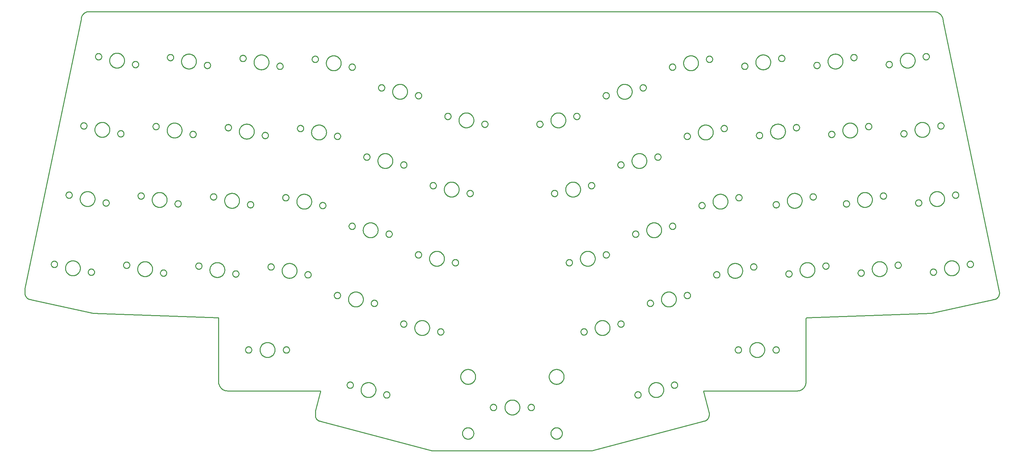
<source format=gbr>
G04 EAGLE Gerber RS-274X export*
G75*
%MOMM*%
%FSLAX34Y34*%
%LPD*%
%IN*%
%IPPOS*%
%AMOC8*
5,1,8,0,0,1.08239X$1,22.5*%
G01*
%ADD10C,0.254000*%


D10*
X847Y423291D02*
X911Y421815D01*
X1104Y420351D01*
X1424Y418909D01*
X1868Y417500D01*
X2433Y416135D01*
X3115Y414825D01*
X3909Y413579D01*
X4808Y412408D01*
X5806Y411319D01*
X6895Y410321D01*
X8067Y409421D01*
X9312Y408628D01*
X10623Y407946D01*
X11987Y407380D01*
X13396Y406936D01*
X14838Y406617D01*
X16303Y406424D01*
X17778Y406359D01*
X184555Y369956D01*
X519801Y358104D01*
X519949Y358098D01*
X520095Y358078D01*
X520240Y358047D01*
X520380Y358002D01*
X520517Y357946D01*
X520648Y357877D01*
X520773Y357798D01*
X520890Y357708D01*
X520999Y357608D01*
X521098Y357499D01*
X521188Y357382D01*
X521268Y357258D01*
X521336Y357127D01*
X521392Y356990D01*
X521437Y356849D01*
X521469Y356705D01*
X521488Y356559D01*
X521495Y356411D01*
X521495Y185401D01*
X521588Y183262D01*
X521867Y181138D01*
X522331Y179047D01*
X522975Y177005D01*
X523795Y175026D01*
X524784Y173126D01*
X525934Y171320D01*
X527238Y169620D01*
X528685Y168041D01*
X530264Y166594D01*
X531964Y165291D01*
X533770Y164140D01*
X535670Y163151D01*
X537648Y162331D01*
X539691Y161687D01*
X541782Y161224D01*
X543906Y160944D01*
X546045Y160851D01*
X794094Y160851D01*
X794241Y160844D01*
X794388Y160825D01*
X794532Y160793D01*
X794673Y160748D01*
X794809Y160692D01*
X794941Y160624D01*
X795065Y160544D01*
X795182Y160454D01*
X795291Y160355D01*
X795391Y160246D01*
X795481Y160129D01*
X795560Y160004D01*
X795628Y159873D01*
X795685Y159737D01*
X795729Y159596D01*
X795761Y159451D01*
X795781Y159305D01*
X795787Y159157D01*
X782242Y107516D01*
X782242Y93971D01*
X782300Y92642D01*
X782473Y91324D01*
X782761Y90027D01*
X783161Y88759D01*
X783670Y87531D01*
X784283Y86351D01*
X784998Y85230D01*
X785807Y84176D01*
X786705Y83195D01*
X787685Y82297D01*
X788740Y81488D01*
X789861Y80774D01*
X791040Y80160D01*
X792268Y79651D01*
X793536Y79251D01*
X794834Y78964D01*
X796152Y78790D01*
X797480Y78732D01*
X1095477Y0D01*
X1526387Y0D01*
X1528927Y847D01*
X1823538Y78732D01*
X1825087Y78800D01*
X1826625Y79002D01*
X1828139Y79338D01*
X1829618Y79804D01*
X1831051Y80398D01*
X1832427Y81114D01*
X1833735Y81947D01*
X1834965Y82891D01*
X1836109Y83939D01*
X1837157Y85083D01*
X1838101Y86313D01*
X1838934Y87621D01*
X1839650Y88997D01*
X1840244Y90430D01*
X1840710Y91909D01*
X1841046Y93423D01*
X1841248Y94961D01*
X1841316Y96510D01*
X1841316Y100743D01*
X1826077Y159157D01*
X1826084Y159305D01*
X1826103Y159451D01*
X1826135Y159596D01*
X1826180Y159737D01*
X1826236Y159873D01*
X1826304Y160004D01*
X1826384Y160129D01*
X1826474Y160246D01*
X1826573Y160355D01*
X1826682Y160454D01*
X1826799Y160544D01*
X1826924Y160624D01*
X1827055Y160692D01*
X1827191Y160748D01*
X1827332Y160793D01*
X1827477Y160825D01*
X1827623Y160844D01*
X1827771Y160851D01*
X2078359Y160851D01*
X2080351Y160938D01*
X2082328Y161198D01*
X2084275Y161629D01*
X2086177Y162229D01*
X2088019Y162992D01*
X2089788Y163913D01*
X2091469Y164984D01*
X2093051Y166198D01*
X2094522Y167545D01*
X2095869Y169016D01*
X2097083Y170598D01*
X2098154Y172279D01*
X2099075Y174048D01*
X2099838Y175891D01*
X2100438Y177792D01*
X2100869Y179739D01*
X2101130Y181716D01*
X2101217Y183708D01*
X2101217Y353871D01*
X2101233Y354240D01*
X2101281Y354606D01*
X2101361Y354967D01*
X2101472Y355319D01*
X2101613Y355660D01*
X2101784Y355988D01*
X2101982Y356299D01*
X2102207Y356592D01*
X2102456Y356864D01*
X2102729Y357114D01*
X2103022Y357339D01*
X2103333Y357537D01*
X2103661Y357708D01*
X2104002Y357849D01*
X2104354Y357960D01*
X2104714Y358040D01*
X2105081Y358088D01*
X2105449Y358104D01*
X2438156Y369956D01*
X2604086Y406359D01*
X2605636Y406427D01*
X2607173Y406629D01*
X2608688Y406965D01*
X2610167Y407432D01*
X2611600Y408025D01*
X2612975Y408741D01*
X2614283Y409575D01*
X2615514Y410519D01*
X2616657Y411567D01*
X2617705Y412710D01*
X2618649Y413940D01*
X2619483Y415249D01*
X2620199Y416624D01*
X2620792Y418057D01*
X2621259Y419536D01*
X2621594Y421050D01*
X2621797Y422588D01*
X2621864Y424138D01*
X2621864Y424984D01*
X2470326Y1156431D01*
X2470230Y1158645D01*
X2469940Y1160841D01*
X2469461Y1163004D01*
X2468795Y1165117D01*
X2467947Y1167164D01*
X2466924Y1169130D01*
X2465733Y1170998D01*
X2464384Y1172756D01*
X2462888Y1174390D01*
X2461254Y1175887D01*
X2459496Y1177235D01*
X2457628Y1178426D01*
X2455662Y1179449D01*
X2453615Y1180297D01*
X2451502Y1180963D01*
X2449339Y1181443D01*
X2447142Y1181732D01*
X2444929Y1181828D01*
X172703Y1181828D01*
X170932Y1181751D01*
X169175Y1181520D01*
X167444Y1181136D01*
X165754Y1180603D01*
X164116Y1179925D01*
X162544Y1179106D01*
X161049Y1178154D01*
X159643Y1177075D01*
X158336Y1175877D01*
X157138Y1174571D01*
X156059Y1173164D01*
X155107Y1171670D01*
X154288Y1170097D01*
X153610Y1168460D01*
X153077Y1166769D01*
X152693Y1165039D01*
X152462Y1163281D01*
X152385Y1161511D01*
X847Y436836D01*
X847Y423291D01*
X267937Y1045251D02*
X267615Y1044086D01*
X267223Y1042942D01*
X266763Y1041825D01*
X266236Y1040737D01*
X265644Y1039683D01*
X264990Y1038667D01*
X264276Y1037692D01*
X263504Y1036762D01*
X262677Y1035880D01*
X261799Y1035050D01*
X260872Y1034274D01*
X259900Y1033556D01*
X258886Y1032897D01*
X257834Y1032302D01*
X256749Y1031770D01*
X255633Y1031305D01*
X254491Y1030909D01*
X253328Y1030582D01*
X252146Y1030326D01*
X250952Y1030142D01*
X249748Y1030030D01*
X248540Y1029991D01*
X247332Y1030025D01*
X246128Y1030132D01*
X244933Y1030311D01*
X243751Y1030563D01*
X242586Y1030885D01*
X241442Y1031277D01*
X240325Y1031737D01*
X239237Y1032264D01*
X238183Y1032856D01*
X237167Y1033510D01*
X236192Y1034224D01*
X235262Y1034996D01*
X234380Y1035823D01*
X233550Y1036701D01*
X232774Y1037628D01*
X232056Y1038600D01*
X231397Y1039614D01*
X230802Y1040666D01*
X230270Y1041751D01*
X229805Y1042867D01*
X229409Y1044009D01*
X229082Y1045172D01*
X228826Y1046354D01*
X228642Y1047548D01*
X228530Y1048752D01*
X228491Y1049960D01*
X228525Y1051168D01*
X228632Y1052372D01*
X228811Y1053567D01*
X229063Y1054749D01*
X229385Y1055914D01*
X229777Y1057058D01*
X230237Y1058175D01*
X230764Y1059263D01*
X231356Y1060317D01*
X232010Y1061333D01*
X232724Y1062308D01*
X233496Y1063238D01*
X234323Y1064120D01*
X235201Y1064950D01*
X236128Y1065726D01*
X237100Y1066444D01*
X238114Y1067103D01*
X239166Y1067698D01*
X240251Y1068230D01*
X241367Y1068695D01*
X242509Y1069091D01*
X243672Y1069418D01*
X244854Y1069674D01*
X246048Y1069858D01*
X247252Y1069970D01*
X248460Y1070009D01*
X249668Y1069975D01*
X250872Y1069868D01*
X252067Y1069689D01*
X253249Y1069437D01*
X254414Y1069115D01*
X255558Y1068723D01*
X256675Y1068263D01*
X257763Y1067736D01*
X258817Y1067144D01*
X259833Y1066490D01*
X260808Y1065776D01*
X261738Y1065004D01*
X262620Y1064177D01*
X263450Y1063299D01*
X264226Y1062372D01*
X264944Y1061400D01*
X265603Y1060386D01*
X266198Y1059334D01*
X266730Y1058249D01*
X267195Y1057133D01*
X267591Y1055991D01*
X267918Y1054828D01*
X268174Y1053646D01*
X268358Y1052452D01*
X268470Y1051248D01*
X268509Y1050040D01*
X268475Y1048832D01*
X268368Y1047628D01*
X268189Y1046433D01*
X267937Y1045251D01*
X207047Y1058432D02*
X206830Y1057722D01*
X206552Y1057034D01*
X206215Y1056372D01*
X205822Y1055743D01*
X205375Y1055150D01*
X204879Y1054599D01*
X204336Y1054092D01*
X203751Y1053635D01*
X203128Y1053231D01*
X202473Y1052883D01*
X201790Y1052593D01*
X201084Y1052363D01*
X200361Y1052196D01*
X199626Y1052093D01*
X198884Y1052054D01*
X198143Y1052080D01*
X197406Y1052170D01*
X196680Y1052325D01*
X195970Y1052542D01*
X195282Y1052820D01*
X194621Y1053157D01*
X193991Y1053550D01*
X193398Y1053997D01*
X192847Y1054494D01*
X192340Y1055036D01*
X191884Y1055621D01*
X191479Y1056244D01*
X191131Y1056899D01*
X190841Y1057582D01*
X190611Y1058288D01*
X190444Y1059011D01*
X190341Y1059746D01*
X190302Y1060488D01*
X190328Y1061229D01*
X190419Y1061966D01*
X190573Y1062692D01*
X190790Y1063402D01*
X191068Y1064090D01*
X191405Y1064752D01*
X191798Y1065381D01*
X192245Y1065974D01*
X192742Y1066525D01*
X193285Y1067032D01*
X193869Y1067488D01*
X194492Y1067893D01*
X195147Y1068241D01*
X195830Y1068531D01*
X196536Y1068761D01*
X197260Y1068928D01*
X197995Y1069031D01*
X198736Y1069070D01*
X199478Y1069044D01*
X200214Y1068953D01*
X200940Y1068799D01*
X201650Y1068582D01*
X202338Y1068304D01*
X203000Y1067967D01*
X203629Y1067574D01*
X204222Y1067127D01*
X204774Y1066630D01*
X205280Y1066087D01*
X205737Y1065503D01*
X206141Y1064880D01*
X206489Y1064225D01*
X206779Y1063542D01*
X207009Y1062836D01*
X207176Y1062112D01*
X207279Y1061377D01*
X207318Y1060636D01*
X207292Y1059894D01*
X207202Y1059158D01*
X207047Y1058432D01*
X306427Y1037308D02*
X306210Y1036598D01*
X305932Y1035910D01*
X305595Y1035248D01*
X305202Y1034619D01*
X304755Y1034026D01*
X304258Y1033475D01*
X303715Y1032968D01*
X303131Y1032512D01*
X302508Y1032107D01*
X301853Y1031759D01*
X301170Y1031469D01*
X300464Y1031239D01*
X299740Y1031072D01*
X299005Y1030969D01*
X298264Y1030930D01*
X297522Y1030956D01*
X296786Y1031047D01*
X296060Y1031201D01*
X295350Y1031418D01*
X294662Y1031696D01*
X294000Y1032033D01*
X293371Y1032426D01*
X292778Y1032873D01*
X292226Y1033370D01*
X291720Y1033913D01*
X291263Y1034497D01*
X290859Y1035120D01*
X290511Y1035775D01*
X290221Y1036458D01*
X289991Y1037164D01*
X289824Y1037888D01*
X289721Y1038623D01*
X289682Y1039364D01*
X289708Y1040106D01*
X289798Y1040842D01*
X289953Y1041568D01*
X290170Y1042278D01*
X290448Y1042966D01*
X290785Y1043628D01*
X291178Y1044257D01*
X291625Y1044850D01*
X292121Y1045401D01*
X292664Y1045908D01*
X293249Y1046365D01*
X293872Y1046769D01*
X294527Y1047117D01*
X295210Y1047407D01*
X295916Y1047637D01*
X296639Y1047804D01*
X297374Y1047907D01*
X298116Y1047946D01*
X298857Y1047920D01*
X299594Y1047830D01*
X300320Y1047675D01*
X301030Y1047458D01*
X301718Y1047180D01*
X302379Y1046843D01*
X303009Y1046450D01*
X303602Y1046003D01*
X304153Y1045506D01*
X304660Y1044964D01*
X305116Y1044379D01*
X305521Y1043756D01*
X305869Y1043101D01*
X306159Y1042418D01*
X306389Y1041712D01*
X306556Y1040989D01*
X306659Y1040254D01*
X306698Y1039512D01*
X306672Y1038771D01*
X306581Y1038034D01*
X306427Y1037308D01*
X228337Y858911D02*
X228015Y857746D01*
X227623Y856602D01*
X227163Y855485D01*
X226636Y854397D01*
X226044Y853343D01*
X225390Y852327D01*
X224676Y851352D01*
X223904Y850422D01*
X223077Y849540D01*
X222199Y848710D01*
X221272Y847934D01*
X220300Y847216D01*
X219286Y846557D01*
X218234Y845962D01*
X217149Y845430D01*
X216033Y844965D01*
X214891Y844569D01*
X213728Y844242D01*
X212546Y843986D01*
X211352Y843802D01*
X210148Y843690D01*
X208940Y843651D01*
X207732Y843685D01*
X206528Y843792D01*
X205333Y843971D01*
X204151Y844223D01*
X202986Y844545D01*
X201842Y844937D01*
X200725Y845397D01*
X199637Y845924D01*
X198583Y846516D01*
X197567Y847170D01*
X196592Y847884D01*
X195662Y848656D01*
X194780Y849483D01*
X193950Y850361D01*
X193174Y851288D01*
X192456Y852260D01*
X191797Y853274D01*
X191202Y854326D01*
X190670Y855411D01*
X190205Y856527D01*
X189809Y857669D01*
X189482Y858832D01*
X189226Y860014D01*
X189042Y861208D01*
X188930Y862412D01*
X188891Y863620D01*
X188925Y864828D01*
X189032Y866032D01*
X189211Y867227D01*
X189463Y868409D01*
X189785Y869574D01*
X190177Y870718D01*
X190637Y871835D01*
X191164Y872923D01*
X191756Y873977D01*
X192410Y874993D01*
X193124Y875968D01*
X193896Y876898D01*
X194723Y877780D01*
X195601Y878610D01*
X196528Y879386D01*
X197500Y880104D01*
X198514Y880763D01*
X199566Y881358D01*
X200651Y881890D01*
X201767Y882355D01*
X202909Y882751D01*
X204072Y883078D01*
X205254Y883334D01*
X206448Y883518D01*
X207652Y883630D01*
X208860Y883669D01*
X210068Y883635D01*
X211272Y883528D01*
X212467Y883349D01*
X213649Y883097D01*
X214814Y882775D01*
X215958Y882383D01*
X217075Y881923D01*
X218163Y881396D01*
X219217Y880804D01*
X220233Y880150D01*
X221208Y879436D01*
X222138Y878664D01*
X223020Y877837D01*
X223850Y876959D01*
X224626Y876032D01*
X225344Y875060D01*
X226003Y874046D01*
X226598Y872994D01*
X227130Y871909D01*
X227595Y870793D01*
X227991Y869651D01*
X228318Y868488D01*
X228574Y867306D01*
X228758Y866112D01*
X228870Y864908D01*
X228909Y863700D01*
X228875Y862492D01*
X228768Y861288D01*
X228589Y860093D01*
X228337Y858911D01*
X167447Y872092D02*
X167230Y871382D01*
X166952Y870694D01*
X166615Y870032D01*
X166222Y869403D01*
X165775Y868810D01*
X165279Y868259D01*
X164736Y867752D01*
X164151Y867295D01*
X163528Y866891D01*
X162873Y866543D01*
X162190Y866253D01*
X161484Y866023D01*
X160761Y865856D01*
X160026Y865753D01*
X159284Y865714D01*
X158543Y865740D01*
X157806Y865830D01*
X157080Y865985D01*
X156370Y866202D01*
X155682Y866480D01*
X155021Y866817D01*
X154391Y867210D01*
X153798Y867657D01*
X153247Y868154D01*
X152740Y868696D01*
X152284Y869281D01*
X151879Y869904D01*
X151531Y870559D01*
X151241Y871242D01*
X151011Y871948D01*
X150844Y872671D01*
X150741Y873406D01*
X150702Y874148D01*
X150728Y874889D01*
X150819Y875626D01*
X150973Y876352D01*
X151190Y877062D01*
X151468Y877750D01*
X151805Y878412D01*
X152198Y879041D01*
X152645Y879634D01*
X153142Y880185D01*
X153685Y880692D01*
X154269Y881148D01*
X154892Y881553D01*
X155547Y881901D01*
X156230Y882191D01*
X156936Y882421D01*
X157660Y882588D01*
X158395Y882691D01*
X159136Y882730D01*
X159878Y882704D01*
X160614Y882613D01*
X161340Y882459D01*
X162050Y882242D01*
X162738Y881964D01*
X163400Y881627D01*
X164029Y881234D01*
X164622Y880787D01*
X165174Y880290D01*
X165680Y879747D01*
X166137Y879163D01*
X166541Y878540D01*
X166889Y877885D01*
X167179Y877202D01*
X167409Y876496D01*
X167576Y875772D01*
X167679Y875037D01*
X167718Y874296D01*
X167692Y873554D01*
X167602Y872818D01*
X167447Y872092D01*
X266827Y850968D02*
X266610Y850258D01*
X266332Y849570D01*
X265995Y848908D01*
X265602Y848279D01*
X265155Y847686D01*
X264658Y847135D01*
X264115Y846628D01*
X263531Y846172D01*
X262908Y845767D01*
X262253Y845419D01*
X261570Y845129D01*
X260864Y844899D01*
X260140Y844732D01*
X259405Y844629D01*
X258664Y844590D01*
X257922Y844616D01*
X257186Y844707D01*
X256460Y844861D01*
X255750Y845078D01*
X255062Y845356D01*
X254400Y845693D01*
X253771Y846086D01*
X253178Y846533D01*
X252626Y847030D01*
X252120Y847573D01*
X251663Y848157D01*
X251259Y848780D01*
X250911Y849435D01*
X250621Y850118D01*
X250391Y850824D01*
X250224Y851548D01*
X250121Y852283D01*
X250082Y853024D01*
X250108Y853766D01*
X250198Y854502D01*
X250353Y855228D01*
X250570Y855938D01*
X250848Y856626D01*
X251185Y857288D01*
X251578Y857917D01*
X252025Y858510D01*
X252521Y859061D01*
X253064Y859568D01*
X253649Y860025D01*
X254272Y860429D01*
X254927Y860777D01*
X255610Y861067D01*
X256316Y861297D01*
X257039Y861464D01*
X257774Y861567D01*
X258516Y861606D01*
X259257Y861580D01*
X259994Y861490D01*
X260720Y861335D01*
X261430Y861118D01*
X262118Y860840D01*
X262779Y860503D01*
X263409Y860110D01*
X264002Y859663D01*
X264553Y859166D01*
X265060Y858624D01*
X265516Y858039D01*
X265921Y857416D01*
X266269Y856761D01*
X266559Y856078D01*
X266789Y855372D01*
X266956Y854649D01*
X267059Y853914D01*
X267098Y853172D01*
X267072Y852431D01*
X266981Y851694D01*
X266827Y850968D01*
X188727Y672581D02*
X188405Y671416D01*
X188013Y670272D01*
X187553Y669155D01*
X187026Y668067D01*
X186434Y667013D01*
X185780Y665997D01*
X185066Y665022D01*
X184294Y664092D01*
X183467Y663210D01*
X182589Y662380D01*
X181662Y661604D01*
X180690Y660886D01*
X179676Y660227D01*
X178624Y659632D01*
X177539Y659100D01*
X176423Y658635D01*
X175281Y658239D01*
X174118Y657912D01*
X172936Y657656D01*
X171742Y657472D01*
X170538Y657360D01*
X169330Y657321D01*
X168122Y657355D01*
X166918Y657462D01*
X165723Y657641D01*
X164541Y657893D01*
X163376Y658215D01*
X162232Y658607D01*
X161115Y659067D01*
X160027Y659594D01*
X158973Y660186D01*
X157957Y660840D01*
X156982Y661554D01*
X156052Y662326D01*
X155170Y663153D01*
X154340Y664031D01*
X153564Y664958D01*
X152846Y665930D01*
X152187Y666944D01*
X151592Y667996D01*
X151060Y669081D01*
X150595Y670197D01*
X150199Y671339D01*
X149872Y672502D01*
X149616Y673684D01*
X149432Y674878D01*
X149320Y676082D01*
X149281Y677290D01*
X149315Y678498D01*
X149422Y679702D01*
X149601Y680897D01*
X149853Y682079D01*
X150175Y683244D01*
X150567Y684388D01*
X151027Y685505D01*
X151554Y686593D01*
X152146Y687647D01*
X152800Y688663D01*
X153514Y689638D01*
X154286Y690568D01*
X155113Y691450D01*
X155991Y692280D01*
X156918Y693056D01*
X157890Y693774D01*
X158904Y694433D01*
X159956Y695028D01*
X161041Y695560D01*
X162157Y696025D01*
X163299Y696421D01*
X164462Y696748D01*
X165644Y697004D01*
X166838Y697188D01*
X168042Y697300D01*
X169250Y697339D01*
X170458Y697305D01*
X171662Y697198D01*
X172857Y697019D01*
X174039Y696767D01*
X175204Y696445D01*
X176348Y696053D01*
X177465Y695593D01*
X178553Y695066D01*
X179607Y694474D01*
X180623Y693820D01*
X181598Y693106D01*
X182528Y692334D01*
X183410Y691507D01*
X184240Y690629D01*
X185016Y689702D01*
X185734Y688730D01*
X186393Y687716D01*
X186988Y686664D01*
X187520Y685579D01*
X187985Y684463D01*
X188381Y683321D01*
X188708Y682158D01*
X188964Y680976D01*
X189148Y679782D01*
X189260Y678578D01*
X189299Y677370D01*
X189265Y676162D01*
X189158Y674958D01*
X188979Y673763D01*
X188727Y672581D01*
X127837Y685762D02*
X127620Y685052D01*
X127342Y684364D01*
X127005Y683702D01*
X126612Y683073D01*
X126165Y682480D01*
X125669Y681929D01*
X125126Y681422D01*
X124541Y680965D01*
X123918Y680561D01*
X123263Y680213D01*
X122580Y679923D01*
X121874Y679693D01*
X121151Y679526D01*
X120416Y679423D01*
X119674Y679384D01*
X118933Y679410D01*
X118196Y679500D01*
X117470Y679655D01*
X116760Y679872D01*
X116072Y680150D01*
X115411Y680487D01*
X114781Y680880D01*
X114188Y681327D01*
X113637Y681824D01*
X113130Y682366D01*
X112674Y682951D01*
X112269Y683574D01*
X111921Y684229D01*
X111631Y684912D01*
X111401Y685618D01*
X111234Y686341D01*
X111131Y687076D01*
X111092Y687818D01*
X111118Y688559D01*
X111209Y689296D01*
X111363Y690022D01*
X111580Y690732D01*
X111858Y691420D01*
X112195Y692082D01*
X112588Y692711D01*
X113035Y693304D01*
X113532Y693855D01*
X114075Y694362D01*
X114659Y694818D01*
X115282Y695223D01*
X115937Y695571D01*
X116620Y695861D01*
X117326Y696091D01*
X118050Y696258D01*
X118785Y696361D01*
X119526Y696400D01*
X120268Y696374D01*
X121004Y696283D01*
X121730Y696129D01*
X122440Y695912D01*
X123128Y695634D01*
X123790Y695297D01*
X124419Y694904D01*
X125012Y694457D01*
X125564Y693960D01*
X126070Y693417D01*
X126527Y692833D01*
X126931Y692210D01*
X127279Y691555D01*
X127569Y690872D01*
X127799Y690166D01*
X127966Y689442D01*
X128069Y688707D01*
X128108Y687966D01*
X128082Y687224D01*
X127992Y686488D01*
X127837Y685762D01*
X227217Y664638D02*
X227000Y663928D01*
X226722Y663240D01*
X226385Y662578D01*
X225992Y661949D01*
X225545Y661356D01*
X225048Y660805D01*
X224505Y660298D01*
X223921Y659842D01*
X223298Y659437D01*
X222643Y659089D01*
X221960Y658799D01*
X221254Y658569D01*
X220530Y658402D01*
X219795Y658299D01*
X219054Y658260D01*
X218312Y658286D01*
X217576Y658377D01*
X216850Y658531D01*
X216140Y658748D01*
X215452Y659026D01*
X214790Y659363D01*
X214161Y659756D01*
X213568Y660203D01*
X213016Y660700D01*
X212510Y661243D01*
X212053Y661827D01*
X211649Y662450D01*
X211301Y663105D01*
X211011Y663788D01*
X210781Y664494D01*
X210614Y665218D01*
X210511Y665953D01*
X210472Y666694D01*
X210498Y667436D01*
X210588Y668172D01*
X210743Y668898D01*
X210960Y669608D01*
X211238Y670296D01*
X211575Y670958D01*
X211968Y671587D01*
X212415Y672180D01*
X212911Y672731D01*
X213454Y673238D01*
X214039Y673695D01*
X214662Y674099D01*
X215317Y674447D01*
X216000Y674737D01*
X216706Y674967D01*
X217429Y675134D01*
X218164Y675237D01*
X218906Y675276D01*
X219647Y675250D01*
X220384Y675160D01*
X221110Y675005D01*
X221820Y674788D01*
X222508Y674510D01*
X223169Y674173D01*
X223799Y673780D01*
X224392Y673333D01*
X224943Y672836D01*
X225450Y672294D01*
X225906Y671709D01*
X226311Y671086D01*
X226659Y670431D01*
X226949Y669748D01*
X227179Y669042D01*
X227346Y668319D01*
X227449Y667584D01*
X227488Y666842D01*
X227462Y666101D01*
X227371Y665364D01*
X227217Y664638D01*
X149117Y486241D02*
X148795Y485076D01*
X148403Y483932D01*
X147943Y482815D01*
X147416Y481727D01*
X146824Y480673D01*
X146170Y479657D01*
X145456Y478682D01*
X144684Y477752D01*
X143857Y476870D01*
X142979Y476040D01*
X142052Y475264D01*
X141080Y474546D01*
X140066Y473887D01*
X139014Y473292D01*
X137929Y472760D01*
X136813Y472295D01*
X135671Y471899D01*
X134508Y471572D01*
X133326Y471316D01*
X132132Y471132D01*
X130928Y471020D01*
X129720Y470981D01*
X128512Y471015D01*
X127308Y471122D01*
X126113Y471301D01*
X124931Y471553D01*
X123766Y471875D01*
X122622Y472267D01*
X121505Y472727D01*
X120417Y473254D01*
X119363Y473846D01*
X118347Y474500D01*
X117372Y475214D01*
X116442Y475986D01*
X115560Y476813D01*
X114730Y477691D01*
X113954Y478618D01*
X113236Y479590D01*
X112577Y480604D01*
X111982Y481656D01*
X111450Y482741D01*
X110985Y483857D01*
X110589Y484999D01*
X110262Y486162D01*
X110006Y487344D01*
X109822Y488538D01*
X109710Y489742D01*
X109671Y490950D01*
X109705Y492158D01*
X109812Y493362D01*
X109991Y494557D01*
X110243Y495739D01*
X110565Y496904D01*
X110957Y498048D01*
X111417Y499165D01*
X111944Y500253D01*
X112536Y501307D01*
X113190Y502323D01*
X113904Y503298D01*
X114676Y504228D01*
X115503Y505110D01*
X116381Y505940D01*
X117308Y506716D01*
X118280Y507434D01*
X119294Y508093D01*
X120346Y508688D01*
X121431Y509220D01*
X122547Y509685D01*
X123689Y510081D01*
X124852Y510408D01*
X126034Y510664D01*
X127228Y510848D01*
X128432Y510960D01*
X129640Y510999D01*
X130848Y510965D01*
X132052Y510858D01*
X133247Y510679D01*
X134429Y510427D01*
X135594Y510105D01*
X136738Y509713D01*
X137855Y509253D01*
X138943Y508726D01*
X139997Y508134D01*
X141013Y507480D01*
X141988Y506766D01*
X142918Y505994D01*
X143800Y505167D01*
X144630Y504289D01*
X145406Y503362D01*
X146124Y502390D01*
X146783Y501376D01*
X147378Y500324D01*
X147910Y499239D01*
X148375Y498123D01*
X148771Y496981D01*
X149098Y495818D01*
X149354Y494636D01*
X149538Y493442D01*
X149650Y492238D01*
X149689Y491030D01*
X149655Y489822D01*
X149548Y488618D01*
X149369Y487423D01*
X149117Y486241D01*
X88227Y499422D02*
X88010Y498712D01*
X87732Y498024D01*
X87395Y497362D01*
X87002Y496733D01*
X86555Y496140D01*
X86059Y495589D01*
X85516Y495082D01*
X84931Y494625D01*
X84308Y494221D01*
X83653Y493873D01*
X82970Y493583D01*
X82264Y493353D01*
X81541Y493186D01*
X80806Y493083D01*
X80064Y493044D01*
X79323Y493070D01*
X78586Y493160D01*
X77860Y493315D01*
X77150Y493532D01*
X76462Y493810D01*
X75801Y494147D01*
X75171Y494540D01*
X74578Y494987D01*
X74027Y495484D01*
X73520Y496026D01*
X73064Y496611D01*
X72659Y497234D01*
X72311Y497889D01*
X72021Y498572D01*
X71791Y499278D01*
X71624Y500001D01*
X71521Y500736D01*
X71482Y501478D01*
X71508Y502219D01*
X71599Y502956D01*
X71753Y503682D01*
X71970Y504392D01*
X72248Y505080D01*
X72585Y505742D01*
X72978Y506371D01*
X73425Y506964D01*
X73922Y507515D01*
X74465Y508022D01*
X75049Y508478D01*
X75672Y508883D01*
X76327Y509231D01*
X77010Y509521D01*
X77716Y509751D01*
X78440Y509918D01*
X79175Y510021D01*
X79916Y510060D01*
X80658Y510034D01*
X81394Y509943D01*
X82120Y509789D01*
X82830Y509572D01*
X83518Y509294D01*
X84180Y508957D01*
X84809Y508564D01*
X85402Y508117D01*
X85954Y507620D01*
X86460Y507077D01*
X86917Y506493D01*
X87321Y505870D01*
X87669Y505215D01*
X87959Y504532D01*
X88189Y503826D01*
X88356Y503102D01*
X88459Y502367D01*
X88498Y501626D01*
X88472Y500884D01*
X88382Y500148D01*
X88227Y499422D01*
X187607Y478298D02*
X187390Y477588D01*
X187112Y476900D01*
X186775Y476238D01*
X186382Y475609D01*
X185935Y475016D01*
X185438Y474465D01*
X184895Y473958D01*
X184311Y473502D01*
X183688Y473097D01*
X183033Y472749D01*
X182350Y472459D01*
X181644Y472229D01*
X180920Y472062D01*
X180185Y471959D01*
X179444Y471920D01*
X178702Y471946D01*
X177966Y472037D01*
X177240Y472191D01*
X176530Y472408D01*
X175842Y472686D01*
X175180Y473023D01*
X174551Y473416D01*
X173958Y473863D01*
X173406Y474360D01*
X172900Y474903D01*
X172443Y475487D01*
X172039Y476110D01*
X171691Y476765D01*
X171401Y477448D01*
X171171Y478154D01*
X171004Y478878D01*
X170901Y479613D01*
X170862Y480354D01*
X170888Y481096D01*
X170978Y481832D01*
X171133Y482558D01*
X171350Y483268D01*
X171628Y483956D01*
X171965Y484618D01*
X172358Y485247D01*
X172805Y485840D01*
X173301Y486391D01*
X173844Y486898D01*
X174429Y487355D01*
X175052Y487759D01*
X175707Y488107D01*
X176390Y488397D01*
X177096Y488627D01*
X177819Y488794D01*
X178554Y488897D01*
X179296Y488936D01*
X180037Y488910D01*
X180774Y488820D01*
X181500Y488665D01*
X182210Y488448D01*
X182898Y488170D01*
X183559Y487833D01*
X184189Y487440D01*
X184782Y486993D01*
X185333Y486496D01*
X185840Y485954D01*
X186296Y485369D01*
X186701Y484746D01*
X187049Y484091D01*
X187339Y483408D01*
X187569Y482702D01*
X187736Y481979D01*
X187839Y481244D01*
X187878Y480502D01*
X187852Y479761D01*
X187761Y479024D01*
X187607Y478298D01*
X461297Y1042911D02*
X460975Y1041746D01*
X460583Y1040602D01*
X460123Y1039485D01*
X459596Y1038397D01*
X459004Y1037343D01*
X458350Y1036327D01*
X457636Y1035352D01*
X456864Y1034422D01*
X456037Y1033540D01*
X455159Y1032710D01*
X454232Y1031934D01*
X453260Y1031216D01*
X452246Y1030557D01*
X451194Y1029962D01*
X450109Y1029430D01*
X448993Y1028965D01*
X447851Y1028569D01*
X446688Y1028242D01*
X445506Y1027986D01*
X444312Y1027802D01*
X443108Y1027690D01*
X441900Y1027651D01*
X440692Y1027685D01*
X439488Y1027792D01*
X438293Y1027971D01*
X437111Y1028223D01*
X435946Y1028545D01*
X434802Y1028937D01*
X433685Y1029397D01*
X432597Y1029924D01*
X431543Y1030516D01*
X430527Y1031170D01*
X429552Y1031884D01*
X428622Y1032656D01*
X427740Y1033483D01*
X426910Y1034361D01*
X426134Y1035288D01*
X425416Y1036260D01*
X424757Y1037274D01*
X424162Y1038326D01*
X423630Y1039411D01*
X423165Y1040527D01*
X422769Y1041669D01*
X422442Y1042832D01*
X422186Y1044014D01*
X422002Y1045208D01*
X421890Y1046412D01*
X421851Y1047620D01*
X421885Y1048828D01*
X421992Y1050032D01*
X422171Y1051227D01*
X422423Y1052409D01*
X422745Y1053574D01*
X423137Y1054718D01*
X423597Y1055835D01*
X424124Y1056923D01*
X424716Y1057977D01*
X425370Y1058993D01*
X426084Y1059968D01*
X426856Y1060898D01*
X427683Y1061780D01*
X428561Y1062610D01*
X429488Y1063386D01*
X430460Y1064104D01*
X431474Y1064763D01*
X432526Y1065358D01*
X433611Y1065890D01*
X434727Y1066355D01*
X435869Y1066751D01*
X437032Y1067078D01*
X438214Y1067334D01*
X439408Y1067518D01*
X440612Y1067630D01*
X441820Y1067669D01*
X443028Y1067635D01*
X444232Y1067528D01*
X445427Y1067349D01*
X446609Y1067097D01*
X447774Y1066775D01*
X448918Y1066383D01*
X450035Y1065923D01*
X451123Y1065396D01*
X452177Y1064804D01*
X453193Y1064150D01*
X454168Y1063436D01*
X455098Y1062664D01*
X455980Y1061837D01*
X456810Y1060959D01*
X457586Y1060032D01*
X458304Y1059060D01*
X458963Y1058046D01*
X459558Y1056994D01*
X460090Y1055909D01*
X460555Y1054793D01*
X460951Y1053651D01*
X461278Y1052488D01*
X461534Y1051306D01*
X461718Y1050112D01*
X461830Y1048908D01*
X461869Y1047700D01*
X461835Y1046492D01*
X461728Y1045288D01*
X461549Y1044093D01*
X461297Y1042911D01*
X400407Y1056092D02*
X400190Y1055382D01*
X399912Y1054694D01*
X399575Y1054032D01*
X399182Y1053403D01*
X398735Y1052810D01*
X398239Y1052259D01*
X397696Y1051752D01*
X397111Y1051295D01*
X396488Y1050891D01*
X395833Y1050543D01*
X395150Y1050253D01*
X394444Y1050023D01*
X393721Y1049856D01*
X392986Y1049753D01*
X392244Y1049714D01*
X391503Y1049740D01*
X390766Y1049830D01*
X390040Y1049985D01*
X389330Y1050202D01*
X388642Y1050480D01*
X387981Y1050817D01*
X387351Y1051210D01*
X386758Y1051657D01*
X386207Y1052154D01*
X385700Y1052696D01*
X385244Y1053281D01*
X384839Y1053904D01*
X384491Y1054559D01*
X384201Y1055242D01*
X383971Y1055948D01*
X383804Y1056671D01*
X383701Y1057406D01*
X383662Y1058148D01*
X383688Y1058889D01*
X383779Y1059626D01*
X383933Y1060352D01*
X384150Y1061062D01*
X384428Y1061750D01*
X384765Y1062412D01*
X385158Y1063041D01*
X385605Y1063634D01*
X386102Y1064185D01*
X386645Y1064692D01*
X387229Y1065148D01*
X387852Y1065553D01*
X388507Y1065901D01*
X389190Y1066191D01*
X389896Y1066421D01*
X390620Y1066588D01*
X391355Y1066691D01*
X392096Y1066730D01*
X392838Y1066704D01*
X393574Y1066613D01*
X394300Y1066459D01*
X395010Y1066242D01*
X395698Y1065964D01*
X396360Y1065627D01*
X396989Y1065234D01*
X397582Y1064787D01*
X398134Y1064290D01*
X398640Y1063747D01*
X399097Y1063163D01*
X399501Y1062540D01*
X399849Y1061885D01*
X400139Y1061202D01*
X400369Y1060496D01*
X400536Y1059772D01*
X400639Y1059037D01*
X400678Y1058296D01*
X400652Y1057554D01*
X400562Y1056818D01*
X400407Y1056092D01*
X499787Y1034968D02*
X499570Y1034258D01*
X499292Y1033570D01*
X498955Y1032908D01*
X498562Y1032279D01*
X498115Y1031686D01*
X497618Y1031135D01*
X497075Y1030628D01*
X496491Y1030172D01*
X495868Y1029767D01*
X495213Y1029419D01*
X494530Y1029129D01*
X493824Y1028899D01*
X493100Y1028732D01*
X492365Y1028629D01*
X491624Y1028590D01*
X490882Y1028616D01*
X490146Y1028707D01*
X489420Y1028861D01*
X488710Y1029078D01*
X488022Y1029356D01*
X487360Y1029693D01*
X486731Y1030086D01*
X486138Y1030533D01*
X485586Y1031030D01*
X485080Y1031573D01*
X484623Y1032157D01*
X484219Y1032780D01*
X483871Y1033435D01*
X483581Y1034118D01*
X483351Y1034824D01*
X483184Y1035548D01*
X483081Y1036283D01*
X483042Y1037024D01*
X483068Y1037766D01*
X483158Y1038502D01*
X483313Y1039228D01*
X483530Y1039938D01*
X483808Y1040626D01*
X484145Y1041288D01*
X484538Y1041917D01*
X484985Y1042510D01*
X485481Y1043061D01*
X486024Y1043568D01*
X486609Y1044025D01*
X487232Y1044429D01*
X487887Y1044777D01*
X488570Y1045067D01*
X489276Y1045297D01*
X489999Y1045464D01*
X490734Y1045567D01*
X491476Y1045606D01*
X492217Y1045580D01*
X492954Y1045490D01*
X493680Y1045335D01*
X494390Y1045118D01*
X495078Y1044840D01*
X495739Y1044503D01*
X496369Y1044110D01*
X496962Y1043663D01*
X497513Y1043166D01*
X498020Y1042624D01*
X498476Y1042039D01*
X498881Y1041416D01*
X499229Y1040761D01*
X499519Y1040078D01*
X499749Y1039372D01*
X499916Y1038649D01*
X500019Y1037914D01*
X500058Y1037172D01*
X500032Y1036431D01*
X499941Y1035694D01*
X499787Y1034968D01*
X422587Y857171D02*
X422265Y856006D01*
X421873Y854862D01*
X421413Y853745D01*
X420886Y852657D01*
X420294Y851603D01*
X419640Y850587D01*
X418926Y849612D01*
X418154Y848682D01*
X417327Y847800D01*
X416449Y846970D01*
X415522Y846194D01*
X414550Y845476D01*
X413536Y844817D01*
X412484Y844222D01*
X411399Y843690D01*
X410283Y843225D01*
X409141Y842829D01*
X407978Y842502D01*
X406796Y842246D01*
X405602Y842062D01*
X404398Y841950D01*
X403190Y841911D01*
X401982Y841945D01*
X400778Y842052D01*
X399583Y842231D01*
X398401Y842483D01*
X397236Y842805D01*
X396092Y843197D01*
X394975Y843657D01*
X393887Y844184D01*
X392833Y844776D01*
X391817Y845430D01*
X390842Y846144D01*
X389912Y846916D01*
X389030Y847743D01*
X388200Y848621D01*
X387424Y849548D01*
X386706Y850520D01*
X386047Y851534D01*
X385452Y852586D01*
X384920Y853671D01*
X384455Y854787D01*
X384059Y855929D01*
X383732Y857092D01*
X383476Y858274D01*
X383292Y859468D01*
X383180Y860672D01*
X383141Y861880D01*
X383175Y863088D01*
X383282Y864292D01*
X383461Y865487D01*
X383713Y866669D01*
X384035Y867834D01*
X384427Y868978D01*
X384887Y870095D01*
X385414Y871183D01*
X386006Y872237D01*
X386660Y873253D01*
X387374Y874228D01*
X388146Y875158D01*
X388973Y876040D01*
X389851Y876870D01*
X390778Y877646D01*
X391750Y878364D01*
X392764Y879023D01*
X393816Y879618D01*
X394901Y880150D01*
X396017Y880615D01*
X397159Y881011D01*
X398322Y881338D01*
X399504Y881594D01*
X400698Y881778D01*
X401902Y881890D01*
X403110Y881929D01*
X404318Y881895D01*
X405522Y881788D01*
X406717Y881609D01*
X407899Y881357D01*
X409064Y881035D01*
X410208Y880643D01*
X411325Y880183D01*
X412413Y879656D01*
X413467Y879064D01*
X414483Y878410D01*
X415458Y877696D01*
X416388Y876924D01*
X417270Y876097D01*
X418100Y875219D01*
X418876Y874292D01*
X419594Y873320D01*
X420253Y872306D01*
X420848Y871254D01*
X421380Y870169D01*
X421845Y869053D01*
X422241Y867911D01*
X422568Y866748D01*
X422824Y865566D01*
X423008Y864372D01*
X423120Y863168D01*
X423159Y861960D01*
X423125Y860752D01*
X423018Y859548D01*
X422839Y858353D01*
X422587Y857171D01*
X361697Y870352D02*
X361480Y869642D01*
X361202Y868954D01*
X360865Y868292D01*
X360472Y867663D01*
X360025Y867070D01*
X359529Y866519D01*
X358986Y866012D01*
X358401Y865555D01*
X357778Y865151D01*
X357123Y864803D01*
X356440Y864513D01*
X355734Y864283D01*
X355011Y864116D01*
X354276Y864013D01*
X353534Y863974D01*
X352793Y864000D01*
X352056Y864090D01*
X351330Y864245D01*
X350620Y864462D01*
X349932Y864740D01*
X349271Y865077D01*
X348641Y865470D01*
X348048Y865917D01*
X347497Y866414D01*
X346990Y866956D01*
X346534Y867541D01*
X346129Y868164D01*
X345781Y868819D01*
X345491Y869502D01*
X345261Y870208D01*
X345094Y870931D01*
X344991Y871666D01*
X344952Y872408D01*
X344978Y873149D01*
X345069Y873886D01*
X345223Y874612D01*
X345440Y875322D01*
X345718Y876010D01*
X346055Y876672D01*
X346448Y877301D01*
X346895Y877894D01*
X347392Y878445D01*
X347935Y878952D01*
X348519Y879408D01*
X349142Y879813D01*
X349797Y880161D01*
X350480Y880451D01*
X351186Y880681D01*
X351910Y880848D01*
X352645Y880951D01*
X353386Y880990D01*
X354128Y880964D01*
X354864Y880873D01*
X355590Y880719D01*
X356300Y880502D01*
X356988Y880224D01*
X357650Y879887D01*
X358279Y879494D01*
X358872Y879047D01*
X359424Y878550D01*
X359930Y878007D01*
X360387Y877423D01*
X360791Y876800D01*
X361139Y876145D01*
X361429Y875462D01*
X361659Y874756D01*
X361826Y874032D01*
X361929Y873297D01*
X361968Y872556D01*
X361942Y871814D01*
X361852Y871078D01*
X361697Y870352D01*
X461077Y849228D02*
X460860Y848518D01*
X460582Y847830D01*
X460245Y847168D01*
X459852Y846539D01*
X459405Y845946D01*
X458908Y845395D01*
X458365Y844888D01*
X457781Y844432D01*
X457158Y844027D01*
X456503Y843679D01*
X455820Y843389D01*
X455114Y843159D01*
X454390Y842992D01*
X453655Y842889D01*
X452914Y842850D01*
X452172Y842876D01*
X451436Y842967D01*
X450710Y843121D01*
X450000Y843338D01*
X449312Y843616D01*
X448650Y843953D01*
X448021Y844346D01*
X447428Y844793D01*
X446876Y845290D01*
X446370Y845833D01*
X445913Y846417D01*
X445509Y847040D01*
X445161Y847695D01*
X444871Y848378D01*
X444641Y849084D01*
X444474Y849808D01*
X444371Y850543D01*
X444332Y851284D01*
X444358Y852026D01*
X444448Y852762D01*
X444603Y853488D01*
X444820Y854198D01*
X445098Y854886D01*
X445435Y855548D01*
X445828Y856177D01*
X446275Y856770D01*
X446771Y857321D01*
X447314Y857828D01*
X447899Y858285D01*
X448522Y858689D01*
X449177Y859037D01*
X449860Y859327D01*
X450566Y859557D01*
X451289Y859724D01*
X452024Y859827D01*
X452766Y859866D01*
X453507Y859840D01*
X454244Y859750D01*
X454970Y859595D01*
X455680Y859378D01*
X456368Y859100D01*
X457029Y858763D01*
X457659Y858370D01*
X458252Y857923D01*
X458803Y857426D01*
X459310Y856884D01*
X459766Y856299D01*
X460171Y855676D01*
X460519Y855021D01*
X460809Y854338D01*
X461039Y853632D01*
X461206Y852909D01*
X461309Y852174D01*
X461348Y851432D01*
X461322Y850691D01*
X461231Y849954D01*
X461077Y849228D01*
X382377Y670241D02*
X382055Y669076D01*
X381663Y667932D01*
X381203Y666815D01*
X380676Y665727D01*
X380084Y664673D01*
X379430Y663657D01*
X378716Y662682D01*
X377944Y661752D01*
X377117Y660870D01*
X376239Y660040D01*
X375312Y659264D01*
X374340Y658546D01*
X373326Y657887D01*
X372274Y657292D01*
X371189Y656760D01*
X370073Y656295D01*
X368931Y655899D01*
X367768Y655572D01*
X366586Y655316D01*
X365392Y655132D01*
X364188Y655020D01*
X362980Y654981D01*
X361772Y655015D01*
X360568Y655122D01*
X359373Y655301D01*
X358191Y655553D01*
X357026Y655875D01*
X355882Y656267D01*
X354765Y656727D01*
X353677Y657254D01*
X352623Y657846D01*
X351607Y658500D01*
X350632Y659214D01*
X349702Y659986D01*
X348820Y660813D01*
X347990Y661691D01*
X347214Y662618D01*
X346496Y663590D01*
X345837Y664604D01*
X345242Y665656D01*
X344710Y666741D01*
X344245Y667857D01*
X343849Y668999D01*
X343522Y670162D01*
X343266Y671344D01*
X343082Y672538D01*
X342970Y673742D01*
X342931Y674950D01*
X342965Y676158D01*
X343072Y677362D01*
X343251Y678557D01*
X343503Y679739D01*
X343825Y680904D01*
X344217Y682048D01*
X344677Y683165D01*
X345204Y684253D01*
X345796Y685307D01*
X346450Y686323D01*
X347164Y687298D01*
X347936Y688228D01*
X348763Y689110D01*
X349641Y689940D01*
X350568Y690716D01*
X351540Y691434D01*
X352554Y692093D01*
X353606Y692688D01*
X354691Y693220D01*
X355807Y693685D01*
X356949Y694081D01*
X358112Y694408D01*
X359294Y694664D01*
X360488Y694848D01*
X361692Y694960D01*
X362900Y694999D01*
X364108Y694965D01*
X365312Y694858D01*
X366507Y694679D01*
X367689Y694427D01*
X368854Y694105D01*
X369998Y693713D01*
X371115Y693253D01*
X372203Y692726D01*
X373257Y692134D01*
X374273Y691480D01*
X375248Y690766D01*
X376178Y689994D01*
X377060Y689167D01*
X377890Y688289D01*
X378666Y687362D01*
X379384Y686390D01*
X380043Y685376D01*
X380638Y684324D01*
X381170Y683239D01*
X381635Y682123D01*
X382031Y680981D01*
X382358Y679818D01*
X382614Y678636D01*
X382798Y677442D01*
X382910Y676238D01*
X382949Y675030D01*
X382915Y673822D01*
X382808Y672618D01*
X382629Y671423D01*
X382377Y670241D01*
X321487Y683422D02*
X321270Y682712D01*
X320992Y682024D01*
X320655Y681362D01*
X320262Y680733D01*
X319815Y680140D01*
X319319Y679589D01*
X318776Y679082D01*
X318191Y678625D01*
X317568Y678221D01*
X316913Y677873D01*
X316230Y677583D01*
X315524Y677353D01*
X314801Y677186D01*
X314066Y677083D01*
X313324Y677044D01*
X312583Y677070D01*
X311846Y677160D01*
X311120Y677315D01*
X310410Y677532D01*
X309722Y677810D01*
X309061Y678147D01*
X308431Y678540D01*
X307838Y678987D01*
X307287Y679484D01*
X306780Y680026D01*
X306324Y680611D01*
X305919Y681234D01*
X305571Y681889D01*
X305281Y682572D01*
X305051Y683278D01*
X304884Y684001D01*
X304781Y684736D01*
X304742Y685478D01*
X304768Y686219D01*
X304859Y686956D01*
X305013Y687682D01*
X305230Y688392D01*
X305508Y689080D01*
X305845Y689742D01*
X306238Y690371D01*
X306685Y690964D01*
X307182Y691515D01*
X307725Y692022D01*
X308309Y692478D01*
X308932Y692883D01*
X309587Y693231D01*
X310270Y693521D01*
X310976Y693751D01*
X311700Y693918D01*
X312435Y694021D01*
X313176Y694060D01*
X313918Y694034D01*
X314654Y693943D01*
X315380Y693789D01*
X316090Y693572D01*
X316778Y693294D01*
X317440Y692957D01*
X318069Y692564D01*
X318662Y692117D01*
X319214Y691620D01*
X319720Y691077D01*
X320177Y690493D01*
X320581Y689870D01*
X320929Y689215D01*
X321219Y688532D01*
X321449Y687826D01*
X321616Y687102D01*
X321719Y686367D01*
X321758Y685626D01*
X321732Y684884D01*
X321642Y684148D01*
X321487Y683422D01*
X420867Y662298D02*
X420650Y661588D01*
X420372Y660900D01*
X420035Y660238D01*
X419642Y659609D01*
X419195Y659016D01*
X418698Y658465D01*
X418155Y657958D01*
X417571Y657502D01*
X416948Y657097D01*
X416293Y656749D01*
X415610Y656459D01*
X414904Y656229D01*
X414180Y656062D01*
X413445Y655959D01*
X412704Y655920D01*
X411962Y655946D01*
X411226Y656037D01*
X410500Y656191D01*
X409790Y656408D01*
X409102Y656686D01*
X408440Y657023D01*
X407811Y657416D01*
X407218Y657863D01*
X406666Y658360D01*
X406160Y658903D01*
X405703Y659487D01*
X405299Y660110D01*
X404951Y660765D01*
X404661Y661448D01*
X404431Y662154D01*
X404264Y662878D01*
X404161Y663613D01*
X404122Y664354D01*
X404148Y665096D01*
X404238Y665832D01*
X404393Y666558D01*
X404610Y667268D01*
X404888Y667956D01*
X405225Y668618D01*
X405618Y669247D01*
X406065Y669840D01*
X406561Y670391D01*
X407104Y670898D01*
X407689Y671355D01*
X408312Y671759D01*
X408967Y672107D01*
X409650Y672397D01*
X410356Y672627D01*
X411079Y672794D01*
X411814Y672897D01*
X412556Y672936D01*
X413297Y672910D01*
X414034Y672820D01*
X414760Y672665D01*
X415470Y672448D01*
X416158Y672170D01*
X416819Y671833D01*
X417449Y671440D01*
X418042Y670993D01*
X418593Y670496D01*
X419100Y669954D01*
X419556Y669369D01*
X419961Y668746D01*
X420309Y668091D01*
X420599Y667408D01*
X420829Y666702D01*
X420996Y665979D01*
X421099Y665244D01*
X421138Y664502D01*
X421112Y663761D01*
X421021Y663024D01*
X420867Y662298D01*
X343377Y483901D02*
X343055Y482736D01*
X342663Y481592D01*
X342203Y480475D01*
X341676Y479387D01*
X341084Y478333D01*
X340430Y477317D01*
X339716Y476342D01*
X338944Y475412D01*
X338117Y474530D01*
X337239Y473700D01*
X336312Y472924D01*
X335340Y472206D01*
X334326Y471547D01*
X333274Y470952D01*
X332189Y470420D01*
X331073Y469955D01*
X329931Y469559D01*
X328768Y469232D01*
X327586Y468976D01*
X326392Y468792D01*
X325188Y468680D01*
X323980Y468641D01*
X322772Y468675D01*
X321568Y468782D01*
X320373Y468961D01*
X319191Y469213D01*
X318026Y469535D01*
X316882Y469927D01*
X315765Y470387D01*
X314677Y470914D01*
X313623Y471506D01*
X312607Y472160D01*
X311632Y472874D01*
X310702Y473646D01*
X309820Y474473D01*
X308990Y475351D01*
X308214Y476278D01*
X307496Y477250D01*
X306837Y478264D01*
X306242Y479316D01*
X305710Y480401D01*
X305245Y481517D01*
X304849Y482659D01*
X304522Y483822D01*
X304266Y485004D01*
X304082Y486198D01*
X303970Y487402D01*
X303931Y488610D01*
X303965Y489818D01*
X304072Y491022D01*
X304251Y492217D01*
X304503Y493399D01*
X304825Y494564D01*
X305217Y495708D01*
X305677Y496825D01*
X306204Y497913D01*
X306796Y498967D01*
X307450Y499983D01*
X308164Y500958D01*
X308936Y501888D01*
X309763Y502770D01*
X310641Y503600D01*
X311568Y504376D01*
X312540Y505094D01*
X313554Y505753D01*
X314606Y506348D01*
X315691Y506880D01*
X316807Y507345D01*
X317949Y507741D01*
X319112Y508068D01*
X320294Y508324D01*
X321488Y508508D01*
X322692Y508620D01*
X323900Y508659D01*
X325108Y508625D01*
X326312Y508518D01*
X327507Y508339D01*
X328689Y508087D01*
X329854Y507765D01*
X330998Y507373D01*
X332115Y506913D01*
X333203Y506386D01*
X334257Y505794D01*
X335273Y505140D01*
X336248Y504426D01*
X337178Y503654D01*
X338060Y502827D01*
X338890Y501949D01*
X339666Y501022D01*
X340384Y500050D01*
X341043Y499036D01*
X341638Y497984D01*
X342170Y496899D01*
X342635Y495783D01*
X343031Y494641D01*
X343358Y493478D01*
X343614Y492296D01*
X343798Y491102D01*
X343910Y489898D01*
X343949Y488690D01*
X343915Y487482D01*
X343808Y486278D01*
X343629Y485083D01*
X343377Y483901D01*
X282487Y497082D02*
X282270Y496372D01*
X281992Y495684D01*
X281655Y495022D01*
X281262Y494393D01*
X280815Y493800D01*
X280319Y493249D01*
X279776Y492742D01*
X279191Y492285D01*
X278568Y491881D01*
X277913Y491533D01*
X277230Y491243D01*
X276524Y491013D01*
X275801Y490846D01*
X275066Y490743D01*
X274324Y490704D01*
X273583Y490730D01*
X272846Y490820D01*
X272120Y490975D01*
X271410Y491192D01*
X270722Y491470D01*
X270061Y491807D01*
X269431Y492200D01*
X268838Y492647D01*
X268287Y493144D01*
X267780Y493686D01*
X267324Y494271D01*
X266919Y494894D01*
X266571Y495549D01*
X266281Y496232D01*
X266051Y496938D01*
X265884Y497661D01*
X265781Y498396D01*
X265742Y499138D01*
X265768Y499879D01*
X265859Y500616D01*
X266013Y501342D01*
X266230Y502052D01*
X266508Y502740D01*
X266845Y503402D01*
X267238Y504031D01*
X267685Y504624D01*
X268182Y505175D01*
X268725Y505682D01*
X269309Y506138D01*
X269932Y506543D01*
X270587Y506891D01*
X271270Y507181D01*
X271976Y507411D01*
X272700Y507578D01*
X273435Y507681D01*
X274176Y507720D01*
X274918Y507694D01*
X275654Y507603D01*
X276380Y507449D01*
X277090Y507232D01*
X277778Y506954D01*
X278440Y506617D01*
X279069Y506224D01*
X279662Y505777D01*
X280214Y505280D01*
X280720Y504737D01*
X281177Y504153D01*
X281581Y503530D01*
X281929Y502875D01*
X282219Y502192D01*
X282449Y501486D01*
X282616Y500762D01*
X282719Y500027D01*
X282758Y499286D01*
X282732Y498544D01*
X282642Y497808D01*
X282487Y497082D01*
X381867Y475958D02*
X381650Y475248D01*
X381372Y474560D01*
X381035Y473898D01*
X380642Y473269D01*
X380195Y472676D01*
X379698Y472125D01*
X379155Y471618D01*
X378571Y471162D01*
X377948Y470757D01*
X377293Y470409D01*
X376610Y470119D01*
X375904Y469889D01*
X375180Y469722D01*
X374445Y469619D01*
X373704Y469580D01*
X372962Y469606D01*
X372226Y469697D01*
X371500Y469851D01*
X370790Y470068D01*
X370102Y470346D01*
X369440Y470683D01*
X368811Y471076D01*
X368218Y471523D01*
X367666Y472020D01*
X367160Y472563D01*
X366703Y473147D01*
X366299Y473770D01*
X365951Y474425D01*
X365661Y475108D01*
X365431Y475814D01*
X365264Y476538D01*
X365161Y477273D01*
X365122Y478014D01*
X365148Y478756D01*
X365238Y479492D01*
X365393Y480218D01*
X365610Y480928D01*
X365888Y481616D01*
X366225Y482278D01*
X366618Y482907D01*
X367065Y483500D01*
X367561Y484051D01*
X368104Y484558D01*
X368689Y485015D01*
X369312Y485419D01*
X369967Y485767D01*
X370650Y486057D01*
X371356Y486287D01*
X372079Y486454D01*
X372814Y486557D01*
X373556Y486596D01*
X374297Y486570D01*
X375034Y486480D01*
X375760Y486325D01*
X376470Y486108D01*
X377158Y485830D01*
X377819Y485493D01*
X378449Y485100D01*
X379042Y484653D01*
X379593Y484156D01*
X380100Y483614D01*
X380556Y483029D01*
X380961Y482406D01*
X381309Y481751D01*
X381599Y481068D01*
X381829Y480362D01*
X381996Y479639D01*
X382099Y478904D01*
X382138Y478162D01*
X382112Y477421D01*
X382021Y476684D01*
X381867Y475958D01*
X673200Y270426D02*
X673127Y269219D01*
X672981Y268019D01*
X672763Y266830D01*
X672474Y265657D01*
X672115Y264503D01*
X671686Y263373D01*
X671190Y262271D01*
X670628Y261200D01*
X670003Y260166D01*
X669316Y259171D01*
X668571Y258220D01*
X667769Y257315D01*
X666915Y256461D01*
X666010Y255659D01*
X665059Y254914D01*
X664064Y254227D01*
X663030Y253602D01*
X661959Y253040D01*
X660857Y252544D01*
X659727Y252115D01*
X658573Y251756D01*
X657400Y251467D01*
X656211Y251249D01*
X655011Y251103D01*
X653804Y251030D01*
X652596Y251030D01*
X651389Y251103D01*
X650189Y251249D01*
X649000Y251467D01*
X647827Y251756D01*
X646673Y252115D01*
X645543Y252544D01*
X644441Y253040D01*
X643370Y253602D01*
X642336Y254227D01*
X641341Y254914D01*
X640390Y255659D01*
X639485Y256461D01*
X638631Y257315D01*
X637829Y258220D01*
X637084Y259171D01*
X636397Y260166D01*
X635772Y261200D01*
X635210Y262271D01*
X634714Y263373D01*
X634285Y264503D01*
X633926Y265657D01*
X633637Y266830D01*
X633419Y268019D01*
X633273Y269219D01*
X633200Y270426D01*
X633200Y271634D01*
X633273Y272841D01*
X633419Y274041D01*
X633637Y275230D01*
X633926Y276403D01*
X634285Y277557D01*
X634714Y278687D01*
X635210Y279789D01*
X635772Y280860D01*
X636397Y281894D01*
X637084Y282889D01*
X637829Y283840D01*
X638631Y284745D01*
X639485Y285599D01*
X640390Y286401D01*
X641341Y287146D01*
X642336Y287833D01*
X643370Y288458D01*
X644441Y289020D01*
X645543Y289516D01*
X646673Y289945D01*
X647827Y290304D01*
X649000Y290593D01*
X650189Y290811D01*
X651389Y290957D01*
X652596Y291030D01*
X653804Y291030D01*
X655011Y290957D01*
X656211Y290811D01*
X657400Y290593D01*
X658573Y290304D01*
X659727Y289945D01*
X660857Y289516D01*
X661959Y289020D01*
X663030Y288458D01*
X664064Y287833D01*
X665059Y287146D01*
X666010Y286401D01*
X666915Y285599D01*
X667769Y284745D01*
X668571Y283840D01*
X669316Y282889D01*
X670003Y281894D01*
X670628Y280860D01*
X671190Y279789D01*
X671686Y278687D01*
X672115Y277557D01*
X672474Y276403D01*
X672763Y275230D01*
X672981Y274041D01*
X673127Y272841D01*
X673200Y271634D01*
X673200Y270426D01*
X610900Y270659D02*
X610835Y269919D01*
X610706Y269189D01*
X610514Y268472D01*
X610260Y267774D01*
X609947Y267101D01*
X609576Y266459D01*
X609150Y265851D01*
X608673Y265282D01*
X608148Y264757D01*
X607579Y264280D01*
X606971Y263854D01*
X606329Y263483D01*
X605656Y263170D01*
X604958Y262916D01*
X604242Y262724D01*
X603511Y262595D01*
X602771Y262530D01*
X602029Y262530D01*
X601289Y262595D01*
X600559Y262724D01*
X599842Y262916D01*
X599144Y263170D01*
X598471Y263483D01*
X597829Y263854D01*
X597221Y264280D01*
X596652Y264757D01*
X596127Y265282D01*
X595650Y265851D01*
X595224Y266459D01*
X594853Y267101D01*
X594540Y267774D01*
X594286Y268472D01*
X594094Y269189D01*
X593965Y269919D01*
X593900Y270659D01*
X593900Y271401D01*
X593965Y272141D01*
X594094Y272872D01*
X594286Y273588D01*
X594540Y274286D01*
X594853Y274959D01*
X595224Y275601D01*
X595650Y276209D01*
X596127Y276778D01*
X596652Y277303D01*
X597221Y277780D01*
X597829Y278206D01*
X598471Y278577D01*
X599144Y278890D01*
X599842Y279144D01*
X600559Y279336D01*
X601289Y279465D01*
X602029Y279530D01*
X602771Y279530D01*
X603511Y279465D01*
X604242Y279336D01*
X604958Y279144D01*
X605656Y278890D01*
X606329Y278577D01*
X606971Y278206D01*
X607579Y277780D01*
X608148Y277303D01*
X608673Y276778D01*
X609150Y276209D01*
X609576Y275601D01*
X609947Y274959D01*
X610260Y274286D01*
X610514Y273588D01*
X610706Y272872D01*
X610835Y272141D01*
X610900Y271401D01*
X610900Y270659D01*
X712500Y270659D02*
X712435Y269919D01*
X712306Y269189D01*
X712114Y268472D01*
X711860Y267774D01*
X711547Y267101D01*
X711176Y266459D01*
X710750Y265851D01*
X710273Y265282D01*
X709748Y264757D01*
X709179Y264280D01*
X708571Y263854D01*
X707929Y263483D01*
X707256Y263170D01*
X706558Y262916D01*
X705842Y262724D01*
X705111Y262595D01*
X704371Y262530D01*
X703629Y262530D01*
X702889Y262595D01*
X702159Y262724D01*
X701442Y262916D01*
X700744Y263170D01*
X700071Y263483D01*
X699429Y263854D01*
X698821Y264280D01*
X698252Y264757D01*
X697727Y265282D01*
X697250Y265851D01*
X696824Y266459D01*
X696453Y267101D01*
X696140Y267774D01*
X695886Y268472D01*
X695694Y269189D01*
X695565Y269919D01*
X695500Y270659D01*
X695500Y271401D01*
X695565Y272141D01*
X695694Y272872D01*
X695886Y273588D01*
X696140Y274286D01*
X696453Y274959D01*
X696824Y275601D01*
X697250Y276209D01*
X697727Y276778D01*
X698252Y277303D01*
X698821Y277780D01*
X699429Y278206D01*
X700071Y278577D01*
X700744Y278890D01*
X701442Y279144D01*
X702159Y279336D01*
X702889Y279465D01*
X703629Y279530D01*
X704371Y279530D01*
X705111Y279465D01*
X705842Y279336D01*
X706558Y279144D01*
X707256Y278890D01*
X707929Y278577D01*
X708571Y278206D01*
X709179Y277780D01*
X709748Y277303D01*
X710273Y276778D01*
X710750Y276209D01*
X711176Y275601D01*
X711547Y274959D01*
X711860Y274286D01*
X712114Y273588D01*
X712306Y272872D01*
X712435Y272141D01*
X712500Y271401D01*
X712500Y270659D01*
X656457Y1040571D02*
X656135Y1039406D01*
X655743Y1038262D01*
X655283Y1037145D01*
X654756Y1036057D01*
X654164Y1035003D01*
X653510Y1033987D01*
X652796Y1033012D01*
X652024Y1032082D01*
X651197Y1031200D01*
X650319Y1030370D01*
X649392Y1029594D01*
X648420Y1028876D01*
X647406Y1028217D01*
X646354Y1027622D01*
X645269Y1027090D01*
X644153Y1026625D01*
X643011Y1026229D01*
X641848Y1025902D01*
X640666Y1025646D01*
X639472Y1025462D01*
X638268Y1025350D01*
X637060Y1025311D01*
X635852Y1025345D01*
X634648Y1025452D01*
X633453Y1025631D01*
X632271Y1025883D01*
X631106Y1026205D01*
X629962Y1026597D01*
X628845Y1027057D01*
X627757Y1027584D01*
X626703Y1028176D01*
X625687Y1028830D01*
X624712Y1029544D01*
X623782Y1030316D01*
X622900Y1031143D01*
X622070Y1032021D01*
X621294Y1032948D01*
X620576Y1033920D01*
X619917Y1034934D01*
X619322Y1035986D01*
X618790Y1037071D01*
X618325Y1038187D01*
X617929Y1039329D01*
X617602Y1040492D01*
X617346Y1041674D01*
X617162Y1042868D01*
X617050Y1044072D01*
X617011Y1045280D01*
X617045Y1046488D01*
X617152Y1047692D01*
X617331Y1048887D01*
X617583Y1050069D01*
X617905Y1051234D01*
X618297Y1052378D01*
X618757Y1053495D01*
X619284Y1054583D01*
X619876Y1055637D01*
X620530Y1056653D01*
X621244Y1057628D01*
X622016Y1058558D01*
X622843Y1059440D01*
X623721Y1060270D01*
X624648Y1061046D01*
X625620Y1061764D01*
X626634Y1062423D01*
X627686Y1063018D01*
X628771Y1063550D01*
X629887Y1064015D01*
X631029Y1064411D01*
X632192Y1064738D01*
X633374Y1064994D01*
X634568Y1065178D01*
X635772Y1065290D01*
X636980Y1065329D01*
X638188Y1065295D01*
X639392Y1065188D01*
X640587Y1065009D01*
X641769Y1064757D01*
X642934Y1064435D01*
X644078Y1064043D01*
X645195Y1063583D01*
X646283Y1063056D01*
X647337Y1062464D01*
X648353Y1061810D01*
X649328Y1061096D01*
X650258Y1060324D01*
X651140Y1059497D01*
X651970Y1058619D01*
X652746Y1057692D01*
X653464Y1056720D01*
X654123Y1055706D01*
X654718Y1054654D01*
X655250Y1053569D01*
X655715Y1052453D01*
X656111Y1051311D01*
X656438Y1050148D01*
X656694Y1048966D01*
X656878Y1047772D01*
X656990Y1046568D01*
X657029Y1045360D01*
X656995Y1044152D01*
X656888Y1042948D01*
X656709Y1041753D01*
X656457Y1040571D01*
X595567Y1053752D02*
X595350Y1053042D01*
X595072Y1052354D01*
X594735Y1051692D01*
X594342Y1051063D01*
X593895Y1050470D01*
X593399Y1049919D01*
X592856Y1049412D01*
X592271Y1048955D01*
X591648Y1048551D01*
X590993Y1048203D01*
X590310Y1047913D01*
X589604Y1047683D01*
X588881Y1047516D01*
X588146Y1047413D01*
X587404Y1047374D01*
X586663Y1047400D01*
X585926Y1047490D01*
X585200Y1047645D01*
X584490Y1047862D01*
X583802Y1048140D01*
X583141Y1048477D01*
X582511Y1048870D01*
X581918Y1049317D01*
X581367Y1049814D01*
X580860Y1050356D01*
X580404Y1050941D01*
X579999Y1051564D01*
X579651Y1052219D01*
X579361Y1052902D01*
X579131Y1053608D01*
X578964Y1054331D01*
X578861Y1055066D01*
X578822Y1055808D01*
X578848Y1056549D01*
X578939Y1057286D01*
X579093Y1058012D01*
X579310Y1058722D01*
X579588Y1059410D01*
X579925Y1060072D01*
X580318Y1060701D01*
X580765Y1061294D01*
X581262Y1061845D01*
X581805Y1062352D01*
X582389Y1062808D01*
X583012Y1063213D01*
X583667Y1063561D01*
X584350Y1063851D01*
X585056Y1064081D01*
X585780Y1064248D01*
X586515Y1064351D01*
X587256Y1064390D01*
X587998Y1064364D01*
X588734Y1064273D01*
X589460Y1064119D01*
X590170Y1063902D01*
X590858Y1063624D01*
X591520Y1063287D01*
X592149Y1062894D01*
X592742Y1062447D01*
X593294Y1061950D01*
X593800Y1061407D01*
X594257Y1060823D01*
X594661Y1060200D01*
X595009Y1059545D01*
X595299Y1058862D01*
X595529Y1058156D01*
X595696Y1057432D01*
X595799Y1056697D01*
X595838Y1055956D01*
X595812Y1055214D01*
X595722Y1054478D01*
X595567Y1053752D01*
X694947Y1032628D02*
X694730Y1031918D01*
X694452Y1031230D01*
X694115Y1030568D01*
X693722Y1029939D01*
X693275Y1029346D01*
X692778Y1028795D01*
X692235Y1028288D01*
X691651Y1027832D01*
X691028Y1027427D01*
X690373Y1027079D01*
X689690Y1026789D01*
X688984Y1026559D01*
X688260Y1026392D01*
X687525Y1026289D01*
X686784Y1026250D01*
X686042Y1026276D01*
X685306Y1026367D01*
X684580Y1026521D01*
X683870Y1026738D01*
X683182Y1027016D01*
X682520Y1027353D01*
X681891Y1027746D01*
X681298Y1028193D01*
X680746Y1028690D01*
X680240Y1029233D01*
X679783Y1029817D01*
X679379Y1030440D01*
X679031Y1031095D01*
X678741Y1031778D01*
X678511Y1032484D01*
X678344Y1033208D01*
X678241Y1033943D01*
X678202Y1034684D01*
X678228Y1035426D01*
X678318Y1036162D01*
X678473Y1036888D01*
X678690Y1037598D01*
X678968Y1038286D01*
X679305Y1038948D01*
X679698Y1039577D01*
X680145Y1040170D01*
X680641Y1040721D01*
X681184Y1041228D01*
X681769Y1041685D01*
X682392Y1042089D01*
X683047Y1042437D01*
X683730Y1042727D01*
X684436Y1042957D01*
X685159Y1043124D01*
X685894Y1043227D01*
X686636Y1043266D01*
X687377Y1043240D01*
X688114Y1043150D01*
X688840Y1042995D01*
X689550Y1042778D01*
X690238Y1042500D01*
X690899Y1042163D01*
X691529Y1041770D01*
X692122Y1041323D01*
X692673Y1040826D01*
X693180Y1040284D01*
X693636Y1039699D01*
X694041Y1039076D01*
X694389Y1038421D01*
X694679Y1037738D01*
X694909Y1037032D01*
X695076Y1036309D01*
X695179Y1035574D01*
X695218Y1034832D01*
X695192Y1034091D01*
X695101Y1033354D01*
X694947Y1032628D01*
X616847Y854231D02*
X616525Y853066D01*
X616133Y851922D01*
X615673Y850805D01*
X615146Y849717D01*
X614554Y848663D01*
X613900Y847647D01*
X613186Y846672D01*
X612414Y845742D01*
X611587Y844860D01*
X610709Y844030D01*
X609782Y843254D01*
X608810Y842536D01*
X607796Y841877D01*
X606744Y841282D01*
X605659Y840750D01*
X604543Y840285D01*
X603401Y839889D01*
X602238Y839562D01*
X601056Y839306D01*
X599862Y839122D01*
X598658Y839010D01*
X597450Y838971D01*
X596242Y839005D01*
X595038Y839112D01*
X593843Y839291D01*
X592661Y839543D01*
X591496Y839865D01*
X590352Y840257D01*
X589235Y840717D01*
X588147Y841244D01*
X587093Y841836D01*
X586077Y842490D01*
X585102Y843204D01*
X584172Y843976D01*
X583290Y844803D01*
X582460Y845681D01*
X581684Y846608D01*
X580966Y847580D01*
X580307Y848594D01*
X579712Y849646D01*
X579180Y850731D01*
X578715Y851847D01*
X578319Y852989D01*
X577992Y854152D01*
X577736Y855334D01*
X577552Y856528D01*
X577440Y857732D01*
X577401Y858940D01*
X577435Y860148D01*
X577542Y861352D01*
X577721Y862547D01*
X577973Y863729D01*
X578295Y864894D01*
X578687Y866038D01*
X579147Y867155D01*
X579674Y868243D01*
X580266Y869297D01*
X580920Y870313D01*
X581634Y871288D01*
X582406Y872218D01*
X583233Y873100D01*
X584111Y873930D01*
X585038Y874706D01*
X586010Y875424D01*
X587024Y876083D01*
X588076Y876678D01*
X589161Y877210D01*
X590277Y877675D01*
X591419Y878071D01*
X592582Y878398D01*
X593764Y878654D01*
X594958Y878838D01*
X596162Y878950D01*
X597370Y878989D01*
X598578Y878955D01*
X599782Y878848D01*
X600977Y878669D01*
X602159Y878417D01*
X603324Y878095D01*
X604468Y877703D01*
X605585Y877243D01*
X606673Y876716D01*
X607727Y876124D01*
X608743Y875470D01*
X609718Y874756D01*
X610648Y873984D01*
X611530Y873157D01*
X612360Y872279D01*
X613136Y871352D01*
X613854Y870380D01*
X614513Y869366D01*
X615108Y868314D01*
X615640Y867229D01*
X616105Y866113D01*
X616501Y864971D01*
X616828Y863808D01*
X617084Y862626D01*
X617268Y861432D01*
X617380Y860228D01*
X617419Y859020D01*
X617385Y857812D01*
X617278Y856608D01*
X617099Y855413D01*
X616847Y854231D01*
X555957Y867412D02*
X555740Y866702D01*
X555462Y866014D01*
X555125Y865352D01*
X554732Y864723D01*
X554285Y864130D01*
X553789Y863579D01*
X553246Y863072D01*
X552661Y862615D01*
X552038Y862211D01*
X551383Y861863D01*
X550700Y861573D01*
X549994Y861343D01*
X549271Y861176D01*
X548536Y861073D01*
X547794Y861034D01*
X547053Y861060D01*
X546316Y861150D01*
X545590Y861305D01*
X544880Y861522D01*
X544192Y861800D01*
X543531Y862137D01*
X542901Y862530D01*
X542308Y862977D01*
X541757Y863474D01*
X541250Y864016D01*
X540794Y864601D01*
X540389Y865224D01*
X540041Y865879D01*
X539751Y866562D01*
X539521Y867268D01*
X539354Y867991D01*
X539251Y868726D01*
X539212Y869468D01*
X539238Y870209D01*
X539329Y870946D01*
X539483Y871672D01*
X539700Y872382D01*
X539978Y873070D01*
X540315Y873732D01*
X540708Y874361D01*
X541155Y874954D01*
X541652Y875505D01*
X542195Y876012D01*
X542779Y876468D01*
X543402Y876873D01*
X544057Y877221D01*
X544740Y877511D01*
X545446Y877741D01*
X546170Y877908D01*
X546905Y878011D01*
X547646Y878050D01*
X548388Y878024D01*
X549124Y877933D01*
X549850Y877779D01*
X550560Y877562D01*
X551248Y877284D01*
X551910Y876947D01*
X552539Y876554D01*
X553132Y876107D01*
X553684Y875610D01*
X554190Y875067D01*
X554647Y874483D01*
X555051Y873860D01*
X555399Y873205D01*
X555689Y872522D01*
X555919Y871816D01*
X556086Y871092D01*
X556189Y870357D01*
X556228Y869616D01*
X556202Y868874D01*
X556112Y868138D01*
X555957Y867412D01*
X655337Y846288D02*
X655120Y845578D01*
X654842Y844890D01*
X654505Y844228D01*
X654112Y843599D01*
X653665Y843006D01*
X653168Y842455D01*
X652625Y841948D01*
X652041Y841492D01*
X651418Y841087D01*
X650763Y840739D01*
X650080Y840449D01*
X649374Y840219D01*
X648650Y840052D01*
X647915Y839949D01*
X647174Y839910D01*
X646432Y839936D01*
X645696Y840027D01*
X644970Y840181D01*
X644260Y840398D01*
X643572Y840676D01*
X642910Y841013D01*
X642281Y841406D01*
X641688Y841853D01*
X641136Y842350D01*
X640630Y842893D01*
X640173Y843477D01*
X639769Y844100D01*
X639421Y844755D01*
X639131Y845438D01*
X638901Y846144D01*
X638734Y846868D01*
X638631Y847603D01*
X638592Y848344D01*
X638618Y849086D01*
X638708Y849822D01*
X638863Y850548D01*
X639080Y851258D01*
X639358Y851946D01*
X639695Y852608D01*
X640088Y853237D01*
X640535Y853830D01*
X641031Y854381D01*
X641574Y854888D01*
X642159Y855345D01*
X642782Y855749D01*
X643437Y856097D01*
X644120Y856387D01*
X644826Y856617D01*
X645549Y856784D01*
X646284Y856887D01*
X647026Y856926D01*
X647767Y856900D01*
X648504Y856810D01*
X649230Y856655D01*
X649940Y856438D01*
X650628Y856160D01*
X651289Y855823D01*
X651919Y855430D01*
X652512Y854983D01*
X653063Y854486D01*
X653570Y853944D01*
X654026Y853359D01*
X654431Y852736D01*
X654779Y852081D01*
X655069Y851398D01*
X655299Y850692D01*
X655466Y849969D01*
X655569Y849234D01*
X655608Y848492D01*
X655582Y847751D01*
X655491Y847014D01*
X655337Y846288D01*
X577237Y667901D02*
X576915Y666736D01*
X576523Y665592D01*
X576063Y664475D01*
X575536Y663387D01*
X574944Y662333D01*
X574290Y661317D01*
X573576Y660342D01*
X572804Y659412D01*
X571977Y658530D01*
X571099Y657700D01*
X570172Y656924D01*
X569200Y656206D01*
X568186Y655547D01*
X567134Y654952D01*
X566049Y654420D01*
X564933Y653955D01*
X563791Y653559D01*
X562628Y653232D01*
X561446Y652976D01*
X560252Y652792D01*
X559048Y652680D01*
X557840Y652641D01*
X556632Y652675D01*
X555428Y652782D01*
X554233Y652961D01*
X553051Y653213D01*
X551886Y653535D01*
X550742Y653927D01*
X549625Y654387D01*
X548537Y654914D01*
X547483Y655506D01*
X546467Y656160D01*
X545492Y656874D01*
X544562Y657646D01*
X543680Y658473D01*
X542850Y659351D01*
X542074Y660278D01*
X541356Y661250D01*
X540697Y662264D01*
X540102Y663316D01*
X539570Y664401D01*
X539105Y665517D01*
X538709Y666659D01*
X538382Y667822D01*
X538126Y669004D01*
X537942Y670198D01*
X537830Y671402D01*
X537791Y672610D01*
X537825Y673818D01*
X537932Y675022D01*
X538111Y676217D01*
X538363Y677399D01*
X538685Y678564D01*
X539077Y679708D01*
X539537Y680825D01*
X540064Y681913D01*
X540656Y682967D01*
X541310Y683983D01*
X542024Y684958D01*
X542796Y685888D01*
X543623Y686770D01*
X544501Y687600D01*
X545428Y688376D01*
X546400Y689094D01*
X547414Y689753D01*
X548466Y690348D01*
X549551Y690880D01*
X550667Y691345D01*
X551809Y691741D01*
X552972Y692068D01*
X554154Y692324D01*
X555348Y692508D01*
X556552Y692620D01*
X557760Y692659D01*
X558968Y692625D01*
X560172Y692518D01*
X561367Y692339D01*
X562549Y692087D01*
X563714Y691765D01*
X564858Y691373D01*
X565975Y690913D01*
X567063Y690386D01*
X568117Y689794D01*
X569133Y689140D01*
X570108Y688426D01*
X571038Y687654D01*
X571920Y686827D01*
X572750Y685949D01*
X573526Y685022D01*
X574244Y684050D01*
X574903Y683036D01*
X575498Y681984D01*
X576030Y680899D01*
X576495Y679783D01*
X576891Y678641D01*
X577218Y677478D01*
X577474Y676296D01*
X577658Y675102D01*
X577770Y673898D01*
X577809Y672690D01*
X577775Y671482D01*
X577668Y670278D01*
X577489Y669083D01*
X577237Y667901D01*
X516347Y681082D02*
X516130Y680372D01*
X515852Y679684D01*
X515515Y679022D01*
X515122Y678393D01*
X514675Y677800D01*
X514179Y677249D01*
X513636Y676742D01*
X513051Y676285D01*
X512428Y675881D01*
X511773Y675533D01*
X511090Y675243D01*
X510384Y675013D01*
X509661Y674846D01*
X508926Y674743D01*
X508184Y674704D01*
X507443Y674730D01*
X506706Y674820D01*
X505980Y674975D01*
X505270Y675192D01*
X504582Y675470D01*
X503921Y675807D01*
X503291Y676200D01*
X502698Y676647D01*
X502147Y677144D01*
X501640Y677686D01*
X501184Y678271D01*
X500779Y678894D01*
X500431Y679549D01*
X500141Y680232D01*
X499911Y680938D01*
X499744Y681661D01*
X499641Y682396D01*
X499602Y683138D01*
X499628Y683879D01*
X499719Y684616D01*
X499873Y685342D01*
X500090Y686052D01*
X500368Y686740D01*
X500705Y687402D01*
X501098Y688031D01*
X501545Y688624D01*
X502042Y689175D01*
X502585Y689682D01*
X503169Y690138D01*
X503792Y690543D01*
X504447Y690891D01*
X505130Y691181D01*
X505836Y691411D01*
X506560Y691578D01*
X507295Y691681D01*
X508036Y691720D01*
X508778Y691694D01*
X509514Y691603D01*
X510240Y691449D01*
X510950Y691232D01*
X511638Y690954D01*
X512300Y690617D01*
X512929Y690224D01*
X513522Y689777D01*
X514074Y689280D01*
X514580Y688737D01*
X515037Y688153D01*
X515441Y687530D01*
X515789Y686875D01*
X516079Y686192D01*
X516309Y685486D01*
X516476Y684762D01*
X516579Y684027D01*
X516618Y683286D01*
X516592Y682544D01*
X516502Y681808D01*
X516347Y681082D01*
X615727Y659958D02*
X615510Y659248D01*
X615232Y658560D01*
X614895Y657898D01*
X614502Y657269D01*
X614055Y656676D01*
X613558Y656125D01*
X613015Y655618D01*
X612431Y655162D01*
X611808Y654757D01*
X611153Y654409D01*
X610470Y654119D01*
X609764Y653889D01*
X609040Y653722D01*
X608305Y653619D01*
X607564Y653580D01*
X606822Y653606D01*
X606086Y653697D01*
X605360Y653851D01*
X604650Y654068D01*
X603962Y654346D01*
X603300Y654683D01*
X602671Y655076D01*
X602078Y655523D01*
X601526Y656020D01*
X601020Y656563D01*
X600563Y657147D01*
X600159Y657770D01*
X599811Y658425D01*
X599521Y659108D01*
X599291Y659814D01*
X599124Y660538D01*
X599021Y661273D01*
X598982Y662014D01*
X599008Y662756D01*
X599098Y663492D01*
X599253Y664218D01*
X599470Y664928D01*
X599748Y665616D01*
X600085Y666278D01*
X600478Y666907D01*
X600925Y667500D01*
X601421Y668051D01*
X601964Y668558D01*
X602549Y669015D01*
X603172Y669419D01*
X603827Y669767D01*
X604510Y670057D01*
X605216Y670287D01*
X605939Y670454D01*
X606674Y670557D01*
X607416Y670596D01*
X608157Y670570D01*
X608894Y670480D01*
X609620Y670325D01*
X610330Y670108D01*
X611018Y669830D01*
X611679Y669493D01*
X612309Y669100D01*
X612902Y668653D01*
X613453Y668156D01*
X613960Y667614D01*
X614416Y667029D01*
X614821Y666406D01*
X615169Y665751D01*
X615459Y665068D01*
X615689Y664362D01*
X615856Y663639D01*
X615959Y662904D01*
X615998Y662162D01*
X615972Y661421D01*
X615881Y660684D01*
X615727Y659958D01*
X537637Y481561D02*
X537315Y480396D01*
X536923Y479252D01*
X536463Y478135D01*
X535936Y477047D01*
X535344Y475993D01*
X534690Y474977D01*
X533976Y474002D01*
X533204Y473072D01*
X532377Y472190D01*
X531499Y471360D01*
X530572Y470584D01*
X529600Y469866D01*
X528586Y469207D01*
X527534Y468612D01*
X526449Y468080D01*
X525333Y467615D01*
X524191Y467219D01*
X523028Y466892D01*
X521846Y466636D01*
X520652Y466452D01*
X519448Y466340D01*
X518240Y466301D01*
X517032Y466335D01*
X515828Y466442D01*
X514633Y466621D01*
X513451Y466873D01*
X512286Y467195D01*
X511142Y467587D01*
X510025Y468047D01*
X508937Y468574D01*
X507883Y469166D01*
X506867Y469820D01*
X505892Y470534D01*
X504962Y471306D01*
X504080Y472133D01*
X503250Y473011D01*
X502474Y473938D01*
X501756Y474910D01*
X501097Y475924D01*
X500502Y476976D01*
X499970Y478061D01*
X499505Y479177D01*
X499109Y480319D01*
X498782Y481482D01*
X498526Y482664D01*
X498342Y483858D01*
X498230Y485062D01*
X498191Y486270D01*
X498225Y487478D01*
X498332Y488682D01*
X498511Y489877D01*
X498763Y491059D01*
X499085Y492224D01*
X499477Y493368D01*
X499937Y494485D01*
X500464Y495573D01*
X501056Y496627D01*
X501710Y497643D01*
X502424Y498618D01*
X503196Y499548D01*
X504023Y500430D01*
X504901Y501260D01*
X505828Y502036D01*
X506800Y502754D01*
X507814Y503413D01*
X508866Y504008D01*
X509951Y504540D01*
X511067Y505005D01*
X512209Y505401D01*
X513372Y505728D01*
X514554Y505984D01*
X515748Y506168D01*
X516952Y506280D01*
X518160Y506319D01*
X519368Y506285D01*
X520572Y506178D01*
X521767Y505999D01*
X522949Y505747D01*
X524114Y505425D01*
X525258Y505033D01*
X526375Y504573D01*
X527463Y504046D01*
X528517Y503454D01*
X529533Y502800D01*
X530508Y502086D01*
X531438Y501314D01*
X532320Y500487D01*
X533150Y499609D01*
X533926Y498682D01*
X534644Y497710D01*
X535303Y496696D01*
X535898Y495644D01*
X536430Y494559D01*
X536895Y493443D01*
X537291Y492301D01*
X537618Y491138D01*
X537874Y489956D01*
X538058Y488762D01*
X538170Y487558D01*
X538209Y486350D01*
X538175Y485142D01*
X538068Y483938D01*
X537889Y482743D01*
X537637Y481561D01*
X476747Y494742D02*
X476530Y494032D01*
X476252Y493344D01*
X475915Y492682D01*
X475522Y492053D01*
X475075Y491460D01*
X474579Y490909D01*
X474036Y490402D01*
X473451Y489945D01*
X472828Y489541D01*
X472173Y489193D01*
X471490Y488903D01*
X470784Y488673D01*
X470061Y488506D01*
X469326Y488403D01*
X468584Y488364D01*
X467843Y488390D01*
X467106Y488480D01*
X466380Y488635D01*
X465670Y488852D01*
X464982Y489130D01*
X464321Y489467D01*
X463691Y489860D01*
X463098Y490307D01*
X462547Y490804D01*
X462040Y491346D01*
X461584Y491931D01*
X461179Y492554D01*
X460831Y493209D01*
X460541Y493892D01*
X460311Y494598D01*
X460144Y495321D01*
X460041Y496056D01*
X460002Y496798D01*
X460028Y497539D01*
X460119Y498276D01*
X460273Y499002D01*
X460490Y499712D01*
X460768Y500400D01*
X461105Y501062D01*
X461498Y501691D01*
X461945Y502284D01*
X462442Y502835D01*
X462985Y503342D01*
X463569Y503798D01*
X464192Y504203D01*
X464847Y504551D01*
X465530Y504841D01*
X466236Y505071D01*
X466960Y505238D01*
X467695Y505341D01*
X468436Y505380D01*
X469178Y505354D01*
X469914Y505263D01*
X470640Y505109D01*
X471350Y504892D01*
X472038Y504614D01*
X472700Y504277D01*
X473329Y503884D01*
X473922Y503437D01*
X474474Y502940D01*
X474980Y502397D01*
X475437Y501813D01*
X475841Y501190D01*
X476189Y500535D01*
X476479Y499852D01*
X476709Y499146D01*
X476876Y498422D01*
X476979Y497687D01*
X477018Y496946D01*
X476992Y496204D01*
X476902Y495468D01*
X476747Y494742D01*
X576127Y473618D02*
X575910Y472908D01*
X575632Y472220D01*
X575295Y471558D01*
X574902Y470929D01*
X574455Y470336D01*
X573958Y469785D01*
X573415Y469278D01*
X572831Y468822D01*
X572208Y468417D01*
X571553Y468069D01*
X570870Y467779D01*
X570164Y467549D01*
X569440Y467382D01*
X568705Y467279D01*
X567964Y467240D01*
X567222Y467266D01*
X566486Y467357D01*
X565760Y467511D01*
X565050Y467728D01*
X564362Y468006D01*
X563700Y468343D01*
X563071Y468736D01*
X562478Y469183D01*
X561926Y469680D01*
X561420Y470223D01*
X560963Y470807D01*
X560559Y471430D01*
X560211Y472085D01*
X559921Y472768D01*
X559691Y473474D01*
X559524Y474198D01*
X559421Y474933D01*
X559382Y475674D01*
X559408Y476416D01*
X559498Y477152D01*
X559653Y477878D01*
X559870Y478588D01*
X560148Y479276D01*
X560485Y479938D01*
X560878Y480567D01*
X561325Y481160D01*
X561821Y481711D01*
X562364Y482218D01*
X562949Y482675D01*
X563572Y483079D01*
X564227Y483427D01*
X564910Y483717D01*
X565616Y483947D01*
X566339Y484114D01*
X567074Y484217D01*
X567816Y484256D01*
X568557Y484230D01*
X569294Y484140D01*
X570020Y483985D01*
X570730Y483768D01*
X571418Y483490D01*
X572079Y483153D01*
X572709Y482760D01*
X573302Y482313D01*
X573853Y481816D01*
X574360Y481274D01*
X574816Y480689D01*
X575221Y480066D01*
X575569Y479411D01*
X575859Y478728D01*
X576089Y478022D01*
X576256Y477299D01*
X576359Y476564D01*
X576398Y475822D01*
X576372Y475081D01*
X576281Y474344D01*
X576127Y473618D01*
X850717Y1038231D02*
X850395Y1037066D01*
X850003Y1035922D01*
X849543Y1034805D01*
X849016Y1033717D01*
X848424Y1032663D01*
X847770Y1031647D01*
X847056Y1030672D01*
X846284Y1029742D01*
X845457Y1028860D01*
X844579Y1028030D01*
X843652Y1027254D01*
X842680Y1026536D01*
X841666Y1025877D01*
X840614Y1025282D01*
X839529Y1024750D01*
X838413Y1024285D01*
X837271Y1023889D01*
X836108Y1023562D01*
X834926Y1023306D01*
X833732Y1023122D01*
X832528Y1023010D01*
X831320Y1022971D01*
X830112Y1023005D01*
X828908Y1023112D01*
X827713Y1023291D01*
X826531Y1023543D01*
X825366Y1023865D01*
X824222Y1024257D01*
X823105Y1024717D01*
X822017Y1025244D01*
X820963Y1025836D01*
X819947Y1026490D01*
X818972Y1027204D01*
X818042Y1027976D01*
X817160Y1028803D01*
X816330Y1029681D01*
X815554Y1030608D01*
X814836Y1031580D01*
X814177Y1032594D01*
X813582Y1033646D01*
X813050Y1034731D01*
X812585Y1035847D01*
X812189Y1036989D01*
X811862Y1038152D01*
X811606Y1039334D01*
X811422Y1040528D01*
X811310Y1041732D01*
X811271Y1042940D01*
X811305Y1044148D01*
X811412Y1045352D01*
X811591Y1046547D01*
X811843Y1047729D01*
X812165Y1048894D01*
X812557Y1050038D01*
X813017Y1051155D01*
X813544Y1052243D01*
X814136Y1053297D01*
X814790Y1054313D01*
X815504Y1055288D01*
X816276Y1056218D01*
X817103Y1057100D01*
X817981Y1057930D01*
X818908Y1058706D01*
X819880Y1059424D01*
X820894Y1060083D01*
X821946Y1060678D01*
X823031Y1061210D01*
X824147Y1061675D01*
X825289Y1062071D01*
X826452Y1062398D01*
X827634Y1062654D01*
X828828Y1062838D01*
X830032Y1062950D01*
X831240Y1062989D01*
X832448Y1062955D01*
X833652Y1062848D01*
X834847Y1062669D01*
X836029Y1062417D01*
X837194Y1062095D01*
X838338Y1061703D01*
X839455Y1061243D01*
X840543Y1060716D01*
X841597Y1060124D01*
X842613Y1059470D01*
X843588Y1058756D01*
X844518Y1057984D01*
X845400Y1057157D01*
X846230Y1056279D01*
X847006Y1055352D01*
X847724Y1054380D01*
X848383Y1053366D01*
X848978Y1052314D01*
X849510Y1051229D01*
X849975Y1050113D01*
X850371Y1048971D01*
X850698Y1047808D01*
X850954Y1046626D01*
X851138Y1045432D01*
X851250Y1044228D01*
X851289Y1043020D01*
X851255Y1041812D01*
X851148Y1040608D01*
X850969Y1039413D01*
X850717Y1038231D01*
X789827Y1051412D02*
X789610Y1050702D01*
X789332Y1050014D01*
X788995Y1049352D01*
X788602Y1048723D01*
X788155Y1048130D01*
X787659Y1047579D01*
X787116Y1047072D01*
X786531Y1046615D01*
X785908Y1046211D01*
X785253Y1045863D01*
X784570Y1045573D01*
X783864Y1045343D01*
X783141Y1045176D01*
X782406Y1045073D01*
X781664Y1045034D01*
X780923Y1045060D01*
X780186Y1045150D01*
X779460Y1045305D01*
X778750Y1045522D01*
X778062Y1045800D01*
X777401Y1046137D01*
X776771Y1046530D01*
X776178Y1046977D01*
X775627Y1047474D01*
X775120Y1048016D01*
X774664Y1048601D01*
X774259Y1049224D01*
X773911Y1049879D01*
X773621Y1050562D01*
X773391Y1051268D01*
X773224Y1051991D01*
X773121Y1052726D01*
X773082Y1053468D01*
X773108Y1054209D01*
X773199Y1054946D01*
X773353Y1055672D01*
X773570Y1056382D01*
X773848Y1057070D01*
X774185Y1057732D01*
X774578Y1058361D01*
X775025Y1058954D01*
X775522Y1059505D01*
X776065Y1060012D01*
X776649Y1060468D01*
X777272Y1060873D01*
X777927Y1061221D01*
X778610Y1061511D01*
X779316Y1061741D01*
X780040Y1061908D01*
X780775Y1062011D01*
X781516Y1062050D01*
X782258Y1062024D01*
X782994Y1061933D01*
X783720Y1061779D01*
X784430Y1061562D01*
X785118Y1061284D01*
X785780Y1060947D01*
X786409Y1060554D01*
X787002Y1060107D01*
X787554Y1059610D01*
X788060Y1059067D01*
X788517Y1058483D01*
X788921Y1057860D01*
X789269Y1057205D01*
X789559Y1056522D01*
X789789Y1055816D01*
X789956Y1055092D01*
X790059Y1054357D01*
X790098Y1053616D01*
X790072Y1052874D01*
X789982Y1052138D01*
X789827Y1051412D01*
X889207Y1030288D02*
X888990Y1029578D01*
X888712Y1028890D01*
X888375Y1028228D01*
X887982Y1027599D01*
X887535Y1027006D01*
X887038Y1026455D01*
X886495Y1025948D01*
X885911Y1025492D01*
X885288Y1025087D01*
X884633Y1024739D01*
X883950Y1024449D01*
X883244Y1024219D01*
X882520Y1024052D01*
X881785Y1023949D01*
X881044Y1023910D01*
X880302Y1023936D01*
X879566Y1024027D01*
X878840Y1024181D01*
X878130Y1024398D01*
X877442Y1024676D01*
X876780Y1025013D01*
X876151Y1025406D01*
X875558Y1025853D01*
X875006Y1026350D01*
X874500Y1026893D01*
X874043Y1027477D01*
X873639Y1028100D01*
X873291Y1028755D01*
X873001Y1029438D01*
X872771Y1030144D01*
X872604Y1030868D01*
X872501Y1031603D01*
X872462Y1032344D01*
X872488Y1033086D01*
X872578Y1033822D01*
X872733Y1034548D01*
X872950Y1035258D01*
X873228Y1035946D01*
X873565Y1036608D01*
X873958Y1037237D01*
X874405Y1037830D01*
X874901Y1038381D01*
X875444Y1038888D01*
X876029Y1039345D01*
X876652Y1039749D01*
X877307Y1040097D01*
X877990Y1040387D01*
X878696Y1040617D01*
X879419Y1040784D01*
X880154Y1040887D01*
X880896Y1040926D01*
X881637Y1040900D01*
X882374Y1040810D01*
X883100Y1040655D01*
X883810Y1040438D01*
X884498Y1040160D01*
X885159Y1039823D01*
X885789Y1039430D01*
X886382Y1038983D01*
X886933Y1038486D01*
X887440Y1037944D01*
X887896Y1037359D01*
X888301Y1036736D01*
X888649Y1036081D01*
X888939Y1035398D01*
X889169Y1034692D01*
X889336Y1033969D01*
X889439Y1033234D01*
X889478Y1032492D01*
X889452Y1031751D01*
X889361Y1031014D01*
X889207Y1030288D01*
X811107Y851891D02*
X810785Y850726D01*
X810393Y849582D01*
X809933Y848465D01*
X809406Y847377D01*
X808814Y846323D01*
X808160Y845307D01*
X807446Y844332D01*
X806674Y843402D01*
X805847Y842520D01*
X804969Y841690D01*
X804042Y840914D01*
X803070Y840196D01*
X802056Y839537D01*
X801004Y838942D01*
X799919Y838410D01*
X798803Y837945D01*
X797661Y837549D01*
X796498Y837222D01*
X795316Y836966D01*
X794122Y836782D01*
X792918Y836670D01*
X791710Y836631D01*
X790502Y836665D01*
X789298Y836772D01*
X788103Y836951D01*
X786921Y837203D01*
X785756Y837525D01*
X784612Y837917D01*
X783495Y838377D01*
X782407Y838904D01*
X781353Y839496D01*
X780337Y840150D01*
X779362Y840864D01*
X778432Y841636D01*
X777550Y842463D01*
X776720Y843341D01*
X775944Y844268D01*
X775226Y845240D01*
X774567Y846254D01*
X773972Y847306D01*
X773440Y848391D01*
X772975Y849507D01*
X772579Y850649D01*
X772252Y851812D01*
X771996Y852994D01*
X771812Y854188D01*
X771700Y855392D01*
X771661Y856600D01*
X771695Y857808D01*
X771802Y859012D01*
X771981Y860207D01*
X772233Y861389D01*
X772555Y862554D01*
X772947Y863698D01*
X773407Y864815D01*
X773934Y865903D01*
X774526Y866957D01*
X775180Y867973D01*
X775894Y868948D01*
X776666Y869878D01*
X777493Y870760D01*
X778371Y871590D01*
X779298Y872366D01*
X780270Y873084D01*
X781284Y873743D01*
X782336Y874338D01*
X783421Y874870D01*
X784537Y875335D01*
X785679Y875731D01*
X786842Y876058D01*
X788024Y876314D01*
X789218Y876498D01*
X790422Y876610D01*
X791630Y876649D01*
X792838Y876615D01*
X794042Y876508D01*
X795237Y876329D01*
X796419Y876077D01*
X797584Y875755D01*
X798728Y875363D01*
X799845Y874903D01*
X800933Y874376D01*
X801987Y873784D01*
X803003Y873130D01*
X803978Y872416D01*
X804908Y871644D01*
X805790Y870817D01*
X806620Y869939D01*
X807396Y869012D01*
X808114Y868040D01*
X808773Y867026D01*
X809368Y865974D01*
X809900Y864889D01*
X810365Y863773D01*
X810761Y862631D01*
X811088Y861468D01*
X811344Y860286D01*
X811528Y859092D01*
X811640Y857888D01*
X811679Y856680D01*
X811645Y855472D01*
X811538Y854268D01*
X811359Y853073D01*
X811107Y851891D01*
X750217Y865072D02*
X750000Y864362D01*
X749722Y863674D01*
X749385Y863012D01*
X748992Y862383D01*
X748545Y861790D01*
X748049Y861239D01*
X747506Y860732D01*
X746921Y860275D01*
X746298Y859871D01*
X745643Y859523D01*
X744960Y859233D01*
X744254Y859003D01*
X743531Y858836D01*
X742796Y858733D01*
X742054Y858694D01*
X741313Y858720D01*
X740576Y858810D01*
X739850Y858965D01*
X739140Y859182D01*
X738452Y859460D01*
X737791Y859797D01*
X737161Y860190D01*
X736568Y860637D01*
X736017Y861134D01*
X735510Y861676D01*
X735054Y862261D01*
X734649Y862884D01*
X734301Y863539D01*
X734011Y864222D01*
X733781Y864928D01*
X733614Y865651D01*
X733511Y866386D01*
X733472Y867128D01*
X733498Y867869D01*
X733589Y868606D01*
X733743Y869332D01*
X733960Y870042D01*
X734238Y870730D01*
X734575Y871392D01*
X734968Y872021D01*
X735415Y872614D01*
X735912Y873165D01*
X736455Y873672D01*
X737039Y874128D01*
X737662Y874533D01*
X738317Y874881D01*
X739000Y875171D01*
X739706Y875401D01*
X740430Y875568D01*
X741165Y875671D01*
X741906Y875710D01*
X742648Y875684D01*
X743384Y875593D01*
X744110Y875439D01*
X744820Y875222D01*
X745508Y874944D01*
X746170Y874607D01*
X746799Y874214D01*
X747392Y873767D01*
X747944Y873270D01*
X748450Y872727D01*
X748907Y872143D01*
X749311Y871520D01*
X749659Y870865D01*
X749949Y870182D01*
X750179Y869476D01*
X750346Y868752D01*
X750449Y868017D01*
X750488Y867276D01*
X750462Y866534D01*
X750372Y865798D01*
X750217Y865072D01*
X849597Y843948D02*
X849380Y843238D01*
X849102Y842550D01*
X848765Y841888D01*
X848372Y841259D01*
X847925Y840666D01*
X847428Y840115D01*
X846885Y839608D01*
X846301Y839152D01*
X845678Y838747D01*
X845023Y838399D01*
X844340Y838109D01*
X843634Y837879D01*
X842910Y837712D01*
X842175Y837609D01*
X841434Y837570D01*
X840692Y837596D01*
X839956Y837687D01*
X839230Y837841D01*
X838520Y838058D01*
X837832Y838336D01*
X837170Y838673D01*
X836541Y839066D01*
X835948Y839513D01*
X835396Y840010D01*
X834890Y840553D01*
X834433Y841137D01*
X834029Y841760D01*
X833681Y842415D01*
X833391Y843098D01*
X833161Y843804D01*
X832994Y844528D01*
X832891Y845263D01*
X832852Y846004D01*
X832878Y846746D01*
X832968Y847482D01*
X833123Y848208D01*
X833340Y848918D01*
X833618Y849606D01*
X833955Y850268D01*
X834348Y850897D01*
X834795Y851490D01*
X835291Y852041D01*
X835834Y852548D01*
X836419Y853005D01*
X837042Y853409D01*
X837697Y853757D01*
X838380Y854047D01*
X839086Y854277D01*
X839809Y854444D01*
X840544Y854547D01*
X841286Y854586D01*
X842027Y854560D01*
X842764Y854470D01*
X843490Y854315D01*
X844200Y854098D01*
X844888Y853820D01*
X845549Y853483D01*
X846179Y853090D01*
X846772Y852643D01*
X847323Y852146D01*
X847830Y851604D01*
X848286Y851019D01*
X848691Y850396D01*
X849039Y849741D01*
X849329Y849058D01*
X849559Y848352D01*
X849726Y847629D01*
X849829Y846894D01*
X849868Y846152D01*
X849842Y845411D01*
X849751Y844674D01*
X849597Y843948D01*
X771497Y665561D02*
X771175Y664396D01*
X770783Y663252D01*
X770323Y662135D01*
X769796Y661047D01*
X769204Y659993D01*
X768550Y658977D01*
X767836Y658002D01*
X767064Y657072D01*
X766237Y656190D01*
X765359Y655360D01*
X764432Y654584D01*
X763460Y653866D01*
X762446Y653207D01*
X761394Y652612D01*
X760309Y652080D01*
X759193Y651615D01*
X758051Y651219D01*
X756888Y650892D01*
X755706Y650636D01*
X754512Y650452D01*
X753308Y650340D01*
X752100Y650301D01*
X750892Y650335D01*
X749688Y650442D01*
X748493Y650621D01*
X747311Y650873D01*
X746146Y651195D01*
X745002Y651587D01*
X743885Y652047D01*
X742797Y652574D01*
X741743Y653166D01*
X740727Y653820D01*
X739752Y654534D01*
X738822Y655306D01*
X737940Y656133D01*
X737110Y657011D01*
X736334Y657938D01*
X735616Y658910D01*
X734957Y659924D01*
X734362Y660976D01*
X733830Y662061D01*
X733365Y663177D01*
X732969Y664319D01*
X732642Y665482D01*
X732386Y666664D01*
X732202Y667858D01*
X732090Y669062D01*
X732051Y670270D01*
X732085Y671478D01*
X732192Y672682D01*
X732371Y673877D01*
X732623Y675059D01*
X732945Y676224D01*
X733337Y677368D01*
X733797Y678485D01*
X734324Y679573D01*
X734916Y680627D01*
X735570Y681643D01*
X736284Y682618D01*
X737056Y683548D01*
X737883Y684430D01*
X738761Y685260D01*
X739688Y686036D01*
X740660Y686754D01*
X741674Y687413D01*
X742726Y688008D01*
X743811Y688540D01*
X744927Y689005D01*
X746069Y689401D01*
X747232Y689728D01*
X748414Y689984D01*
X749608Y690168D01*
X750812Y690280D01*
X752020Y690319D01*
X753228Y690285D01*
X754432Y690178D01*
X755627Y689999D01*
X756809Y689747D01*
X757974Y689425D01*
X759118Y689033D01*
X760235Y688573D01*
X761323Y688046D01*
X762377Y687454D01*
X763393Y686800D01*
X764368Y686086D01*
X765298Y685314D01*
X766180Y684487D01*
X767010Y683609D01*
X767786Y682682D01*
X768504Y681710D01*
X769163Y680696D01*
X769758Y679644D01*
X770290Y678559D01*
X770755Y677443D01*
X771151Y676301D01*
X771478Y675138D01*
X771734Y673956D01*
X771918Y672762D01*
X772030Y671558D01*
X772069Y670350D01*
X772035Y669142D01*
X771928Y667938D01*
X771749Y666743D01*
X771497Y665561D01*
X710607Y678742D02*
X710390Y678032D01*
X710112Y677344D01*
X709775Y676682D01*
X709382Y676053D01*
X708935Y675460D01*
X708439Y674909D01*
X707896Y674402D01*
X707311Y673945D01*
X706688Y673541D01*
X706033Y673193D01*
X705350Y672903D01*
X704644Y672673D01*
X703921Y672506D01*
X703186Y672403D01*
X702444Y672364D01*
X701703Y672390D01*
X700966Y672480D01*
X700240Y672635D01*
X699530Y672852D01*
X698842Y673130D01*
X698181Y673467D01*
X697551Y673860D01*
X696958Y674307D01*
X696407Y674804D01*
X695900Y675346D01*
X695444Y675931D01*
X695039Y676554D01*
X694691Y677209D01*
X694401Y677892D01*
X694171Y678598D01*
X694004Y679321D01*
X693901Y680056D01*
X693862Y680798D01*
X693888Y681539D01*
X693979Y682276D01*
X694133Y683002D01*
X694350Y683712D01*
X694628Y684400D01*
X694965Y685062D01*
X695358Y685691D01*
X695805Y686284D01*
X696302Y686835D01*
X696845Y687342D01*
X697429Y687798D01*
X698052Y688203D01*
X698707Y688551D01*
X699390Y688841D01*
X700096Y689071D01*
X700820Y689238D01*
X701555Y689341D01*
X702296Y689380D01*
X703038Y689354D01*
X703774Y689263D01*
X704500Y689109D01*
X705210Y688892D01*
X705898Y688614D01*
X706560Y688277D01*
X707189Y687884D01*
X707782Y687437D01*
X708334Y686940D01*
X708840Y686397D01*
X709297Y685813D01*
X709701Y685190D01*
X710049Y684535D01*
X710339Y683852D01*
X710569Y683146D01*
X710736Y682422D01*
X710839Y681687D01*
X710878Y680946D01*
X710852Y680204D01*
X710762Y679468D01*
X710607Y678742D01*
X809987Y657618D02*
X809770Y656908D01*
X809492Y656220D01*
X809155Y655558D01*
X808762Y654929D01*
X808315Y654336D01*
X807818Y653785D01*
X807275Y653278D01*
X806691Y652822D01*
X806068Y652417D01*
X805413Y652069D01*
X804730Y651779D01*
X804024Y651549D01*
X803300Y651382D01*
X802565Y651279D01*
X801824Y651240D01*
X801082Y651266D01*
X800346Y651357D01*
X799620Y651511D01*
X798910Y651728D01*
X798222Y652006D01*
X797560Y652343D01*
X796931Y652736D01*
X796338Y653183D01*
X795786Y653680D01*
X795280Y654223D01*
X794823Y654807D01*
X794419Y655430D01*
X794071Y656085D01*
X793781Y656768D01*
X793551Y657474D01*
X793384Y658198D01*
X793281Y658933D01*
X793242Y659674D01*
X793268Y660416D01*
X793358Y661152D01*
X793513Y661878D01*
X793730Y662588D01*
X794008Y663276D01*
X794345Y663938D01*
X794738Y664567D01*
X795185Y665160D01*
X795681Y665711D01*
X796224Y666218D01*
X796809Y666675D01*
X797432Y667079D01*
X798087Y667427D01*
X798770Y667717D01*
X799476Y667947D01*
X800199Y668114D01*
X800934Y668217D01*
X801676Y668256D01*
X802417Y668230D01*
X803154Y668140D01*
X803880Y667985D01*
X804590Y667768D01*
X805278Y667490D01*
X805939Y667153D01*
X806569Y666760D01*
X807162Y666313D01*
X807713Y665816D01*
X808220Y665274D01*
X808676Y664689D01*
X809081Y664066D01*
X809429Y663411D01*
X809719Y662728D01*
X809949Y662022D01*
X810116Y661299D01*
X810219Y660564D01*
X810258Y659822D01*
X810232Y659081D01*
X810141Y658344D01*
X809987Y657618D01*
X731887Y479221D02*
X731565Y478056D01*
X731173Y476912D01*
X730713Y475795D01*
X730186Y474707D01*
X729594Y473653D01*
X728940Y472637D01*
X728226Y471662D01*
X727454Y470732D01*
X726627Y469850D01*
X725749Y469020D01*
X724822Y468244D01*
X723850Y467526D01*
X722836Y466867D01*
X721784Y466272D01*
X720699Y465740D01*
X719583Y465275D01*
X718441Y464879D01*
X717278Y464552D01*
X716096Y464296D01*
X714902Y464112D01*
X713698Y464000D01*
X712490Y463961D01*
X711282Y463995D01*
X710078Y464102D01*
X708883Y464281D01*
X707701Y464533D01*
X706536Y464855D01*
X705392Y465247D01*
X704275Y465707D01*
X703187Y466234D01*
X702133Y466826D01*
X701117Y467480D01*
X700142Y468194D01*
X699212Y468966D01*
X698330Y469793D01*
X697500Y470671D01*
X696724Y471598D01*
X696006Y472570D01*
X695347Y473584D01*
X694752Y474636D01*
X694220Y475721D01*
X693755Y476837D01*
X693359Y477979D01*
X693032Y479142D01*
X692776Y480324D01*
X692592Y481518D01*
X692480Y482722D01*
X692441Y483930D01*
X692475Y485138D01*
X692582Y486342D01*
X692761Y487537D01*
X693013Y488719D01*
X693335Y489884D01*
X693727Y491028D01*
X694187Y492145D01*
X694714Y493233D01*
X695306Y494287D01*
X695960Y495303D01*
X696674Y496278D01*
X697446Y497208D01*
X698273Y498090D01*
X699151Y498920D01*
X700078Y499696D01*
X701050Y500414D01*
X702064Y501073D01*
X703116Y501668D01*
X704201Y502200D01*
X705317Y502665D01*
X706459Y503061D01*
X707622Y503388D01*
X708804Y503644D01*
X709998Y503828D01*
X711202Y503940D01*
X712410Y503979D01*
X713618Y503945D01*
X714822Y503838D01*
X716017Y503659D01*
X717199Y503407D01*
X718364Y503085D01*
X719508Y502693D01*
X720625Y502233D01*
X721713Y501706D01*
X722767Y501114D01*
X723783Y500460D01*
X724758Y499746D01*
X725688Y498974D01*
X726570Y498147D01*
X727400Y497269D01*
X728176Y496342D01*
X728894Y495370D01*
X729553Y494356D01*
X730148Y493304D01*
X730680Y492219D01*
X731145Y491103D01*
X731541Y489961D01*
X731868Y488798D01*
X732124Y487616D01*
X732308Y486422D01*
X732420Y485218D01*
X732459Y484010D01*
X732425Y482802D01*
X732318Y481598D01*
X732139Y480403D01*
X731887Y479221D01*
X670997Y492402D02*
X670780Y491692D01*
X670502Y491004D01*
X670165Y490342D01*
X669772Y489713D01*
X669325Y489120D01*
X668829Y488569D01*
X668286Y488062D01*
X667701Y487605D01*
X667078Y487201D01*
X666423Y486853D01*
X665740Y486563D01*
X665034Y486333D01*
X664311Y486166D01*
X663576Y486063D01*
X662834Y486024D01*
X662093Y486050D01*
X661356Y486140D01*
X660630Y486295D01*
X659920Y486512D01*
X659232Y486790D01*
X658571Y487127D01*
X657941Y487520D01*
X657348Y487967D01*
X656797Y488464D01*
X656290Y489006D01*
X655834Y489591D01*
X655429Y490214D01*
X655081Y490869D01*
X654791Y491552D01*
X654561Y492258D01*
X654394Y492981D01*
X654291Y493716D01*
X654252Y494458D01*
X654278Y495199D01*
X654369Y495936D01*
X654523Y496662D01*
X654740Y497372D01*
X655018Y498060D01*
X655355Y498722D01*
X655748Y499351D01*
X656195Y499944D01*
X656692Y500495D01*
X657235Y501002D01*
X657819Y501458D01*
X658442Y501863D01*
X659097Y502211D01*
X659780Y502501D01*
X660486Y502731D01*
X661210Y502898D01*
X661945Y503001D01*
X662686Y503040D01*
X663428Y503014D01*
X664164Y502923D01*
X664890Y502769D01*
X665600Y502552D01*
X666288Y502274D01*
X666950Y501937D01*
X667579Y501544D01*
X668172Y501097D01*
X668724Y500600D01*
X669230Y500057D01*
X669687Y499473D01*
X670091Y498850D01*
X670439Y498195D01*
X670729Y497512D01*
X670959Y496806D01*
X671126Y496082D01*
X671229Y495347D01*
X671268Y494606D01*
X671242Y493864D01*
X671152Y493128D01*
X670997Y492402D01*
X770377Y471278D02*
X770160Y470568D01*
X769882Y469880D01*
X769545Y469218D01*
X769152Y468589D01*
X768705Y467996D01*
X768208Y467445D01*
X767665Y466938D01*
X767081Y466482D01*
X766458Y466077D01*
X765803Y465729D01*
X765120Y465439D01*
X764414Y465209D01*
X763690Y465042D01*
X762955Y464939D01*
X762214Y464900D01*
X761472Y464926D01*
X760736Y465017D01*
X760010Y465171D01*
X759300Y465388D01*
X758612Y465666D01*
X757950Y466003D01*
X757321Y466396D01*
X756728Y466843D01*
X756176Y467340D01*
X755670Y467883D01*
X755213Y468467D01*
X754809Y469090D01*
X754461Y469745D01*
X754171Y470428D01*
X753941Y471134D01*
X753774Y471858D01*
X753671Y472593D01*
X753632Y473334D01*
X753658Y474076D01*
X753748Y474812D01*
X753903Y475538D01*
X754120Y476248D01*
X754398Y476936D01*
X754735Y477598D01*
X755128Y478227D01*
X755575Y478820D01*
X756071Y479371D01*
X756614Y479878D01*
X757199Y480335D01*
X757822Y480739D01*
X758477Y481087D01*
X759160Y481377D01*
X759866Y481607D01*
X760589Y481774D01*
X761324Y481877D01*
X762066Y481916D01*
X762807Y481890D01*
X763544Y481800D01*
X764270Y481645D01*
X764980Y481428D01*
X765668Y481150D01*
X766329Y480813D01*
X766959Y480420D01*
X767552Y479973D01*
X768103Y479476D01*
X768610Y478934D01*
X769066Y478349D01*
X769471Y477726D01*
X769819Y477071D01*
X770109Y476388D01*
X770339Y475682D01*
X770506Y474959D01*
X770609Y474224D01*
X770648Y473482D01*
X770622Y472741D01*
X770531Y472004D01*
X770377Y471278D01*
X943882Y157480D02*
X943499Y156333D01*
X943048Y155212D01*
X942530Y154120D01*
X941947Y153061D01*
X941301Y152040D01*
X940594Y151059D01*
X939830Y150123D01*
X939010Y149235D01*
X938139Y148397D01*
X937218Y147614D01*
X936252Y146888D01*
X935243Y146222D01*
X934197Y145617D01*
X933115Y145077D01*
X932003Y144604D01*
X930865Y144198D01*
X929704Y143861D01*
X928525Y143596D01*
X927332Y143402D01*
X926129Y143281D01*
X924921Y143232D01*
X923713Y143256D01*
X922508Y143353D01*
X921312Y143523D01*
X920127Y143765D01*
X918960Y144078D01*
X917813Y144461D01*
X916692Y144912D01*
X915600Y145430D01*
X914541Y146013D01*
X913520Y146659D01*
X912539Y147366D01*
X911603Y148130D01*
X910715Y148950D01*
X909877Y149821D01*
X909094Y150742D01*
X908368Y151708D01*
X907702Y152717D01*
X907097Y153763D01*
X906557Y154845D01*
X906084Y155957D01*
X905678Y157095D01*
X905341Y158256D01*
X905076Y159435D01*
X904882Y160628D01*
X904761Y161831D01*
X904712Y163039D01*
X904736Y164247D01*
X904833Y165452D01*
X905003Y166648D01*
X905245Y167833D01*
X905558Y169000D01*
X905941Y170147D01*
X906392Y171268D01*
X906910Y172360D01*
X907493Y173419D01*
X908139Y174440D01*
X908846Y175421D01*
X909610Y176357D01*
X910430Y177245D01*
X911301Y178083D01*
X912222Y178866D01*
X913188Y179592D01*
X914197Y180258D01*
X915243Y180863D01*
X916325Y181403D01*
X917437Y181876D01*
X918575Y182282D01*
X919736Y182619D01*
X920915Y182884D01*
X922108Y183078D01*
X923311Y183199D01*
X924519Y183248D01*
X925727Y183224D01*
X926932Y183127D01*
X928128Y182957D01*
X929313Y182715D01*
X930480Y182402D01*
X931627Y182019D01*
X932748Y181568D01*
X933840Y181050D01*
X934899Y180467D01*
X935920Y179821D01*
X936901Y179114D01*
X937837Y178350D01*
X938725Y177530D01*
X939563Y176659D01*
X940346Y175738D01*
X941072Y174772D01*
X941738Y173763D01*
X942343Y172717D01*
X942883Y171635D01*
X943356Y170523D01*
X943762Y169385D01*
X944099Y168224D01*
X944364Y167045D01*
X944558Y165852D01*
X944679Y164649D01*
X944728Y163441D01*
X944704Y162233D01*
X944607Y161028D01*
X944437Y159832D01*
X944195Y158647D01*
X943882Y157480D01*
X883765Y173830D02*
X883511Y173132D01*
X883198Y172459D01*
X882827Y171817D01*
X882401Y171209D01*
X881924Y170640D01*
X881399Y170115D01*
X880830Y169638D01*
X880222Y169212D01*
X879580Y168841D01*
X878907Y168528D01*
X878209Y168274D01*
X877492Y168082D01*
X876761Y167953D01*
X876022Y167888D01*
X875280Y167888D01*
X874540Y167953D01*
X873809Y168082D01*
X873093Y168274D01*
X872395Y168528D01*
X871722Y168841D01*
X871080Y169212D01*
X870472Y169638D01*
X869903Y170115D01*
X869378Y170640D01*
X868901Y171209D01*
X868475Y171817D01*
X868104Y172459D01*
X867791Y173132D01*
X867537Y173830D01*
X867345Y174547D01*
X867216Y175277D01*
X867151Y176017D01*
X867151Y176759D01*
X867216Y177499D01*
X867345Y178229D01*
X867537Y178946D01*
X867791Y179644D01*
X868104Y180317D01*
X868475Y180959D01*
X868901Y181567D01*
X869378Y182136D01*
X869903Y182661D01*
X870472Y183138D01*
X871080Y183564D01*
X871722Y183935D01*
X872395Y184248D01*
X873093Y184502D01*
X873809Y184694D01*
X874540Y184823D01*
X875280Y184888D01*
X876022Y184888D01*
X876761Y184823D01*
X877492Y184694D01*
X878209Y184502D01*
X878907Y184248D01*
X879580Y183935D01*
X880222Y183564D01*
X880830Y183138D01*
X881399Y182661D01*
X881924Y182136D01*
X882401Y181567D01*
X882827Y180959D01*
X883198Y180317D01*
X883511Y179644D01*
X883765Y178946D01*
X883957Y178229D01*
X884086Y177499D01*
X884151Y176759D01*
X884151Y176017D01*
X884086Y175277D01*
X883957Y174547D01*
X883765Y173830D01*
X981903Y147534D02*
X981649Y146836D01*
X981336Y146163D01*
X980965Y145521D01*
X980539Y144913D01*
X980062Y144344D01*
X979537Y143819D01*
X978968Y143342D01*
X978360Y142916D01*
X977718Y142545D01*
X977045Y142232D01*
X976347Y141978D01*
X975631Y141786D01*
X974900Y141657D01*
X974160Y141592D01*
X973418Y141592D01*
X972679Y141657D01*
X971948Y141786D01*
X971231Y141978D01*
X970533Y142232D01*
X969860Y142545D01*
X969218Y142916D01*
X968610Y143342D01*
X968041Y143819D01*
X967516Y144344D01*
X967039Y144913D01*
X966613Y145521D01*
X966242Y146163D01*
X965929Y146836D01*
X965675Y147534D01*
X965483Y148251D01*
X965354Y148981D01*
X965289Y149721D01*
X965289Y150463D01*
X965354Y151203D01*
X965483Y151933D01*
X965675Y152650D01*
X965929Y153348D01*
X966242Y154021D01*
X966613Y154663D01*
X967039Y155271D01*
X967516Y155840D01*
X968041Y156365D01*
X968610Y156842D01*
X969218Y157268D01*
X969860Y157639D01*
X970533Y157952D01*
X971231Y158206D01*
X971948Y158398D01*
X972679Y158527D01*
X973418Y158592D01*
X974160Y158592D01*
X974900Y158527D01*
X975631Y158398D01*
X976347Y158206D01*
X977045Y157952D01*
X977718Y157639D01*
X978360Y157268D01*
X978968Y156842D01*
X979537Y156365D01*
X980062Y155840D01*
X980539Y155271D01*
X980965Y154663D01*
X981336Y154021D01*
X981649Y153348D01*
X981903Y152650D01*
X982095Y151933D01*
X982224Y151203D01*
X982289Y150463D01*
X982289Y149721D01*
X982224Y148981D01*
X982095Y148251D01*
X981903Y147534D01*
X1029127Y961361D02*
X1028805Y960196D01*
X1028413Y959052D01*
X1027953Y957935D01*
X1027426Y956847D01*
X1026834Y955793D01*
X1026180Y954777D01*
X1025466Y953802D01*
X1024694Y952872D01*
X1023867Y951990D01*
X1022989Y951160D01*
X1022062Y950384D01*
X1021090Y949666D01*
X1020076Y949007D01*
X1019024Y948412D01*
X1017939Y947880D01*
X1016823Y947415D01*
X1015681Y947019D01*
X1014518Y946692D01*
X1013336Y946436D01*
X1012142Y946252D01*
X1010938Y946140D01*
X1009730Y946101D01*
X1008522Y946135D01*
X1007318Y946242D01*
X1006123Y946421D01*
X1004941Y946673D01*
X1003776Y946995D01*
X1002632Y947387D01*
X1001515Y947847D01*
X1000427Y948374D01*
X999373Y948966D01*
X998357Y949620D01*
X997382Y950334D01*
X996452Y951106D01*
X995570Y951933D01*
X994740Y952811D01*
X993964Y953738D01*
X993246Y954710D01*
X992587Y955724D01*
X991992Y956776D01*
X991460Y957861D01*
X990995Y958977D01*
X990599Y960119D01*
X990272Y961282D01*
X990016Y962464D01*
X989832Y963658D01*
X989720Y964862D01*
X989681Y966070D01*
X989715Y967278D01*
X989822Y968482D01*
X990001Y969677D01*
X990253Y970859D01*
X990575Y972024D01*
X990967Y973168D01*
X991427Y974285D01*
X991954Y975373D01*
X992546Y976427D01*
X993200Y977443D01*
X993914Y978418D01*
X994686Y979348D01*
X995513Y980230D01*
X996391Y981060D01*
X997318Y981836D01*
X998290Y982554D01*
X999304Y983213D01*
X1000356Y983808D01*
X1001441Y984340D01*
X1002557Y984805D01*
X1003699Y985201D01*
X1004862Y985528D01*
X1006044Y985784D01*
X1007238Y985968D01*
X1008442Y986080D01*
X1009650Y986119D01*
X1010858Y986085D01*
X1012062Y985978D01*
X1013257Y985799D01*
X1014439Y985547D01*
X1015604Y985225D01*
X1016748Y984833D01*
X1017865Y984373D01*
X1018953Y983846D01*
X1020007Y983254D01*
X1021023Y982600D01*
X1021998Y981886D01*
X1022928Y981114D01*
X1023810Y980287D01*
X1024640Y979409D01*
X1025416Y978482D01*
X1026134Y977510D01*
X1026793Y976496D01*
X1027388Y975444D01*
X1027920Y974359D01*
X1028385Y973243D01*
X1028781Y972101D01*
X1029108Y970938D01*
X1029364Y969756D01*
X1029548Y968562D01*
X1029660Y967358D01*
X1029699Y966150D01*
X1029665Y964942D01*
X1029558Y963738D01*
X1029379Y962543D01*
X1029127Y961361D01*
X968237Y974542D02*
X968020Y973832D01*
X967742Y973144D01*
X967405Y972482D01*
X967012Y971853D01*
X966565Y971260D01*
X966069Y970709D01*
X965526Y970202D01*
X964941Y969745D01*
X964318Y969341D01*
X963663Y968993D01*
X962980Y968703D01*
X962274Y968473D01*
X961551Y968306D01*
X960816Y968203D01*
X960074Y968164D01*
X959333Y968190D01*
X958596Y968280D01*
X957870Y968435D01*
X957160Y968652D01*
X956472Y968930D01*
X955811Y969267D01*
X955181Y969660D01*
X954588Y970107D01*
X954037Y970604D01*
X953530Y971146D01*
X953074Y971731D01*
X952669Y972354D01*
X952321Y973009D01*
X952031Y973692D01*
X951801Y974398D01*
X951634Y975121D01*
X951531Y975856D01*
X951492Y976598D01*
X951518Y977339D01*
X951609Y978076D01*
X951763Y978802D01*
X951980Y979512D01*
X952258Y980200D01*
X952595Y980862D01*
X952988Y981491D01*
X953435Y982084D01*
X953932Y982635D01*
X954475Y983142D01*
X955059Y983598D01*
X955682Y984003D01*
X956337Y984351D01*
X957020Y984641D01*
X957726Y984871D01*
X958450Y985038D01*
X959185Y985141D01*
X959926Y985180D01*
X960668Y985154D01*
X961404Y985063D01*
X962130Y984909D01*
X962840Y984692D01*
X963528Y984414D01*
X964190Y984077D01*
X964819Y983684D01*
X965412Y983237D01*
X965964Y982740D01*
X966470Y982197D01*
X966927Y981613D01*
X967331Y980990D01*
X967679Y980335D01*
X967969Y979652D01*
X968199Y978946D01*
X968366Y978222D01*
X968469Y977487D01*
X968508Y976746D01*
X968482Y976004D01*
X968392Y975268D01*
X968237Y974542D01*
X1067617Y953418D02*
X1067400Y952708D01*
X1067122Y952020D01*
X1066785Y951358D01*
X1066392Y950729D01*
X1065945Y950136D01*
X1065448Y949585D01*
X1064905Y949078D01*
X1064321Y948622D01*
X1063698Y948217D01*
X1063043Y947869D01*
X1062360Y947579D01*
X1061654Y947349D01*
X1060930Y947182D01*
X1060195Y947079D01*
X1059454Y947040D01*
X1058712Y947066D01*
X1057976Y947157D01*
X1057250Y947311D01*
X1056540Y947528D01*
X1055852Y947806D01*
X1055190Y948143D01*
X1054561Y948536D01*
X1053968Y948983D01*
X1053416Y949480D01*
X1052910Y950023D01*
X1052453Y950607D01*
X1052049Y951230D01*
X1051701Y951885D01*
X1051411Y952568D01*
X1051181Y953274D01*
X1051014Y953998D01*
X1050911Y954733D01*
X1050872Y955474D01*
X1050898Y956216D01*
X1050988Y956952D01*
X1051143Y957678D01*
X1051360Y958388D01*
X1051638Y959076D01*
X1051975Y959738D01*
X1052368Y960367D01*
X1052815Y960960D01*
X1053311Y961511D01*
X1053854Y962018D01*
X1054439Y962475D01*
X1055062Y962879D01*
X1055717Y963227D01*
X1056400Y963517D01*
X1057106Y963747D01*
X1057829Y963914D01*
X1058564Y964017D01*
X1059306Y964056D01*
X1060047Y964030D01*
X1060784Y963940D01*
X1061510Y963785D01*
X1062220Y963568D01*
X1062908Y963290D01*
X1063569Y962953D01*
X1064199Y962560D01*
X1064792Y962113D01*
X1065343Y961616D01*
X1065850Y961074D01*
X1066306Y960489D01*
X1066711Y959866D01*
X1067059Y959211D01*
X1067349Y958528D01*
X1067579Y957822D01*
X1067746Y957099D01*
X1067849Y956364D01*
X1067888Y955622D01*
X1067862Y954881D01*
X1067771Y954144D01*
X1067617Y953418D01*
X989517Y775021D02*
X989195Y773856D01*
X988803Y772712D01*
X988343Y771595D01*
X987816Y770507D01*
X987224Y769453D01*
X986570Y768437D01*
X985856Y767462D01*
X985084Y766532D01*
X984257Y765650D01*
X983379Y764820D01*
X982452Y764044D01*
X981480Y763326D01*
X980466Y762667D01*
X979414Y762072D01*
X978329Y761540D01*
X977213Y761075D01*
X976071Y760679D01*
X974908Y760352D01*
X973726Y760096D01*
X972532Y759912D01*
X971328Y759800D01*
X970120Y759761D01*
X968912Y759795D01*
X967708Y759902D01*
X966513Y760081D01*
X965331Y760333D01*
X964166Y760655D01*
X963022Y761047D01*
X961905Y761507D01*
X960817Y762034D01*
X959763Y762626D01*
X958747Y763280D01*
X957772Y763994D01*
X956842Y764766D01*
X955960Y765593D01*
X955130Y766471D01*
X954354Y767398D01*
X953636Y768370D01*
X952977Y769384D01*
X952382Y770436D01*
X951850Y771521D01*
X951385Y772637D01*
X950989Y773779D01*
X950662Y774942D01*
X950406Y776124D01*
X950222Y777318D01*
X950110Y778522D01*
X950071Y779730D01*
X950105Y780938D01*
X950212Y782142D01*
X950391Y783337D01*
X950643Y784519D01*
X950965Y785684D01*
X951357Y786828D01*
X951817Y787945D01*
X952344Y789033D01*
X952936Y790087D01*
X953590Y791103D01*
X954304Y792078D01*
X955076Y793008D01*
X955903Y793890D01*
X956781Y794720D01*
X957708Y795496D01*
X958680Y796214D01*
X959694Y796873D01*
X960746Y797468D01*
X961831Y798000D01*
X962947Y798465D01*
X964089Y798861D01*
X965252Y799188D01*
X966434Y799444D01*
X967628Y799628D01*
X968832Y799740D01*
X970040Y799779D01*
X971248Y799745D01*
X972452Y799638D01*
X973647Y799459D01*
X974829Y799207D01*
X975994Y798885D01*
X977138Y798493D01*
X978255Y798033D01*
X979343Y797506D01*
X980397Y796914D01*
X981413Y796260D01*
X982388Y795546D01*
X983318Y794774D01*
X984200Y793947D01*
X985030Y793069D01*
X985806Y792142D01*
X986524Y791170D01*
X987183Y790156D01*
X987778Y789104D01*
X988310Y788019D01*
X988775Y786903D01*
X989171Y785761D01*
X989498Y784598D01*
X989754Y783416D01*
X989938Y782222D01*
X990050Y781018D01*
X990089Y779810D01*
X990055Y778602D01*
X989948Y777398D01*
X989769Y776203D01*
X989517Y775021D01*
X928627Y788202D02*
X928410Y787492D01*
X928132Y786804D01*
X927795Y786142D01*
X927402Y785513D01*
X926955Y784920D01*
X926459Y784369D01*
X925916Y783862D01*
X925331Y783405D01*
X924708Y783001D01*
X924053Y782653D01*
X923370Y782363D01*
X922664Y782133D01*
X921941Y781966D01*
X921206Y781863D01*
X920464Y781824D01*
X919723Y781850D01*
X918986Y781940D01*
X918260Y782095D01*
X917550Y782312D01*
X916862Y782590D01*
X916201Y782927D01*
X915571Y783320D01*
X914978Y783767D01*
X914427Y784264D01*
X913920Y784806D01*
X913464Y785391D01*
X913059Y786014D01*
X912711Y786669D01*
X912421Y787352D01*
X912191Y788058D01*
X912024Y788781D01*
X911921Y789516D01*
X911882Y790258D01*
X911908Y790999D01*
X911999Y791736D01*
X912153Y792462D01*
X912370Y793172D01*
X912648Y793860D01*
X912985Y794522D01*
X913378Y795151D01*
X913825Y795744D01*
X914322Y796295D01*
X914865Y796802D01*
X915449Y797258D01*
X916072Y797663D01*
X916727Y798011D01*
X917410Y798301D01*
X918116Y798531D01*
X918840Y798698D01*
X919575Y798801D01*
X920316Y798840D01*
X921058Y798814D01*
X921794Y798723D01*
X922520Y798569D01*
X923230Y798352D01*
X923918Y798074D01*
X924580Y797737D01*
X925209Y797344D01*
X925802Y796897D01*
X926354Y796400D01*
X926860Y795857D01*
X927317Y795273D01*
X927721Y794650D01*
X928069Y793995D01*
X928359Y793312D01*
X928589Y792606D01*
X928756Y791882D01*
X928859Y791147D01*
X928898Y790406D01*
X928872Y789664D01*
X928782Y788928D01*
X928627Y788202D01*
X1028007Y767078D02*
X1027790Y766368D01*
X1027512Y765680D01*
X1027175Y765018D01*
X1026782Y764389D01*
X1026335Y763796D01*
X1025838Y763245D01*
X1025295Y762738D01*
X1024711Y762282D01*
X1024088Y761877D01*
X1023433Y761529D01*
X1022750Y761239D01*
X1022044Y761009D01*
X1021320Y760842D01*
X1020585Y760739D01*
X1019844Y760700D01*
X1019102Y760726D01*
X1018366Y760817D01*
X1017640Y760971D01*
X1016930Y761188D01*
X1016242Y761466D01*
X1015580Y761803D01*
X1014951Y762196D01*
X1014358Y762643D01*
X1013806Y763140D01*
X1013300Y763683D01*
X1012843Y764267D01*
X1012439Y764890D01*
X1012091Y765545D01*
X1011801Y766228D01*
X1011571Y766934D01*
X1011404Y767658D01*
X1011301Y768393D01*
X1011262Y769134D01*
X1011288Y769876D01*
X1011378Y770612D01*
X1011533Y771338D01*
X1011750Y772048D01*
X1012028Y772736D01*
X1012365Y773398D01*
X1012758Y774027D01*
X1013205Y774620D01*
X1013701Y775171D01*
X1014244Y775678D01*
X1014829Y776135D01*
X1015452Y776539D01*
X1016107Y776887D01*
X1016790Y777177D01*
X1017496Y777407D01*
X1018219Y777574D01*
X1018954Y777677D01*
X1019696Y777716D01*
X1020437Y777690D01*
X1021174Y777600D01*
X1021900Y777445D01*
X1022610Y777228D01*
X1023298Y776950D01*
X1023959Y776613D01*
X1024589Y776220D01*
X1025182Y775773D01*
X1025733Y775276D01*
X1026240Y774734D01*
X1026696Y774149D01*
X1027101Y773526D01*
X1027449Y772871D01*
X1027739Y772188D01*
X1027969Y771482D01*
X1028136Y770759D01*
X1028239Y770024D01*
X1028278Y769282D01*
X1028252Y768541D01*
X1028161Y767804D01*
X1028007Y767078D01*
X949917Y588681D02*
X949595Y587516D01*
X949203Y586372D01*
X948743Y585255D01*
X948216Y584167D01*
X947624Y583113D01*
X946970Y582097D01*
X946256Y581122D01*
X945484Y580192D01*
X944657Y579310D01*
X943779Y578480D01*
X942852Y577704D01*
X941880Y576986D01*
X940866Y576327D01*
X939814Y575732D01*
X938729Y575200D01*
X937613Y574735D01*
X936471Y574339D01*
X935308Y574012D01*
X934126Y573756D01*
X932932Y573572D01*
X931728Y573460D01*
X930520Y573421D01*
X929312Y573455D01*
X928108Y573562D01*
X926913Y573741D01*
X925731Y573993D01*
X924566Y574315D01*
X923422Y574707D01*
X922305Y575167D01*
X921217Y575694D01*
X920163Y576286D01*
X919147Y576940D01*
X918172Y577654D01*
X917242Y578426D01*
X916360Y579253D01*
X915530Y580131D01*
X914754Y581058D01*
X914036Y582030D01*
X913377Y583044D01*
X912782Y584096D01*
X912250Y585181D01*
X911785Y586297D01*
X911389Y587439D01*
X911062Y588602D01*
X910806Y589784D01*
X910622Y590978D01*
X910510Y592182D01*
X910471Y593390D01*
X910505Y594598D01*
X910612Y595802D01*
X910791Y596997D01*
X911043Y598179D01*
X911365Y599344D01*
X911757Y600488D01*
X912217Y601605D01*
X912744Y602693D01*
X913336Y603747D01*
X913990Y604763D01*
X914704Y605738D01*
X915476Y606668D01*
X916303Y607550D01*
X917181Y608380D01*
X918108Y609156D01*
X919080Y609874D01*
X920094Y610533D01*
X921146Y611128D01*
X922231Y611660D01*
X923347Y612125D01*
X924489Y612521D01*
X925652Y612848D01*
X926834Y613104D01*
X928028Y613288D01*
X929232Y613400D01*
X930440Y613439D01*
X931648Y613405D01*
X932852Y613298D01*
X934047Y613119D01*
X935229Y612867D01*
X936394Y612545D01*
X937538Y612153D01*
X938655Y611693D01*
X939743Y611166D01*
X940797Y610574D01*
X941813Y609920D01*
X942788Y609206D01*
X943718Y608434D01*
X944600Y607607D01*
X945430Y606729D01*
X946206Y605802D01*
X946924Y604830D01*
X947583Y603816D01*
X948178Y602764D01*
X948710Y601679D01*
X949175Y600563D01*
X949571Y599421D01*
X949898Y598258D01*
X950154Y597076D01*
X950338Y595882D01*
X950450Y594678D01*
X950489Y593470D01*
X950455Y592262D01*
X950348Y591058D01*
X950169Y589863D01*
X949917Y588681D01*
X889027Y601862D02*
X888810Y601152D01*
X888532Y600464D01*
X888195Y599802D01*
X887802Y599173D01*
X887355Y598580D01*
X886859Y598029D01*
X886316Y597522D01*
X885731Y597065D01*
X885108Y596661D01*
X884453Y596313D01*
X883770Y596023D01*
X883064Y595793D01*
X882341Y595626D01*
X881606Y595523D01*
X880864Y595484D01*
X880123Y595510D01*
X879386Y595600D01*
X878660Y595755D01*
X877950Y595972D01*
X877262Y596250D01*
X876601Y596587D01*
X875971Y596980D01*
X875378Y597427D01*
X874827Y597924D01*
X874320Y598466D01*
X873864Y599051D01*
X873459Y599674D01*
X873111Y600329D01*
X872821Y601012D01*
X872591Y601718D01*
X872424Y602441D01*
X872321Y603176D01*
X872282Y603918D01*
X872308Y604659D01*
X872399Y605396D01*
X872553Y606122D01*
X872770Y606832D01*
X873048Y607520D01*
X873385Y608182D01*
X873778Y608811D01*
X874225Y609404D01*
X874722Y609955D01*
X875265Y610462D01*
X875849Y610918D01*
X876472Y611323D01*
X877127Y611671D01*
X877810Y611961D01*
X878516Y612191D01*
X879240Y612358D01*
X879975Y612461D01*
X880716Y612500D01*
X881458Y612474D01*
X882194Y612383D01*
X882920Y612229D01*
X883630Y612012D01*
X884318Y611734D01*
X884980Y611397D01*
X885609Y611004D01*
X886202Y610557D01*
X886754Y610060D01*
X887260Y609517D01*
X887717Y608933D01*
X888121Y608310D01*
X888469Y607655D01*
X888759Y606972D01*
X888989Y606266D01*
X889156Y605542D01*
X889259Y604807D01*
X889298Y604066D01*
X889272Y603324D01*
X889182Y602588D01*
X889027Y601862D01*
X988407Y580738D02*
X988190Y580028D01*
X987912Y579340D01*
X987575Y578678D01*
X987182Y578049D01*
X986735Y577456D01*
X986238Y576905D01*
X985695Y576398D01*
X985111Y575942D01*
X984488Y575537D01*
X983833Y575189D01*
X983150Y574899D01*
X982444Y574669D01*
X981720Y574502D01*
X980985Y574399D01*
X980244Y574360D01*
X979502Y574386D01*
X978766Y574477D01*
X978040Y574631D01*
X977330Y574848D01*
X976642Y575126D01*
X975980Y575463D01*
X975351Y575856D01*
X974758Y576303D01*
X974206Y576800D01*
X973700Y577343D01*
X973243Y577927D01*
X972839Y578550D01*
X972491Y579205D01*
X972201Y579888D01*
X971971Y580594D01*
X971804Y581318D01*
X971701Y582053D01*
X971662Y582794D01*
X971688Y583536D01*
X971778Y584272D01*
X971933Y584998D01*
X972150Y585708D01*
X972428Y586396D01*
X972765Y587058D01*
X973158Y587687D01*
X973605Y588280D01*
X974101Y588831D01*
X974644Y589338D01*
X975229Y589795D01*
X975852Y590199D01*
X976507Y590547D01*
X977190Y590837D01*
X977896Y591067D01*
X978619Y591234D01*
X979354Y591337D01*
X980096Y591376D01*
X980837Y591350D01*
X981574Y591260D01*
X982300Y591105D01*
X983010Y590888D01*
X983698Y590610D01*
X984359Y590273D01*
X984989Y589880D01*
X985582Y589433D01*
X986133Y588936D01*
X986640Y588394D01*
X987096Y587809D01*
X987501Y587186D01*
X987849Y586531D01*
X988139Y585848D01*
X988369Y585142D01*
X988536Y584419D01*
X988639Y583684D01*
X988678Y582942D01*
X988652Y582201D01*
X988561Y581464D01*
X988407Y580738D01*
X910307Y402341D02*
X909985Y401176D01*
X909593Y400032D01*
X909133Y398915D01*
X908606Y397827D01*
X908014Y396773D01*
X907360Y395757D01*
X906646Y394782D01*
X905874Y393852D01*
X905047Y392970D01*
X904169Y392140D01*
X903242Y391364D01*
X902270Y390646D01*
X901256Y389987D01*
X900204Y389392D01*
X899119Y388860D01*
X898003Y388395D01*
X896861Y387999D01*
X895698Y387672D01*
X894516Y387416D01*
X893322Y387232D01*
X892118Y387120D01*
X890910Y387081D01*
X889702Y387115D01*
X888498Y387222D01*
X887303Y387401D01*
X886121Y387653D01*
X884956Y387975D01*
X883812Y388367D01*
X882695Y388827D01*
X881607Y389354D01*
X880553Y389946D01*
X879537Y390600D01*
X878562Y391314D01*
X877632Y392086D01*
X876750Y392913D01*
X875920Y393791D01*
X875144Y394718D01*
X874426Y395690D01*
X873767Y396704D01*
X873172Y397756D01*
X872640Y398841D01*
X872175Y399957D01*
X871779Y401099D01*
X871452Y402262D01*
X871196Y403444D01*
X871012Y404638D01*
X870900Y405842D01*
X870861Y407050D01*
X870895Y408258D01*
X871002Y409462D01*
X871181Y410657D01*
X871433Y411839D01*
X871755Y413004D01*
X872147Y414148D01*
X872607Y415265D01*
X873134Y416353D01*
X873726Y417407D01*
X874380Y418423D01*
X875094Y419398D01*
X875866Y420328D01*
X876693Y421210D01*
X877571Y422040D01*
X878498Y422816D01*
X879470Y423534D01*
X880484Y424193D01*
X881536Y424788D01*
X882621Y425320D01*
X883737Y425785D01*
X884879Y426181D01*
X886042Y426508D01*
X887224Y426764D01*
X888418Y426948D01*
X889622Y427060D01*
X890830Y427099D01*
X892038Y427065D01*
X893242Y426958D01*
X894437Y426779D01*
X895619Y426527D01*
X896784Y426205D01*
X897928Y425813D01*
X899045Y425353D01*
X900133Y424826D01*
X901187Y424234D01*
X902203Y423580D01*
X903178Y422866D01*
X904108Y422094D01*
X904990Y421267D01*
X905820Y420389D01*
X906596Y419462D01*
X907314Y418490D01*
X907973Y417476D01*
X908568Y416424D01*
X909100Y415339D01*
X909565Y414223D01*
X909961Y413081D01*
X910288Y411918D01*
X910544Y410736D01*
X910728Y409542D01*
X910840Y408338D01*
X910879Y407130D01*
X910845Y405922D01*
X910738Y404718D01*
X910559Y403523D01*
X910307Y402341D01*
X849417Y415522D02*
X849200Y414812D01*
X848922Y414124D01*
X848585Y413462D01*
X848192Y412833D01*
X847745Y412240D01*
X847249Y411689D01*
X846706Y411182D01*
X846121Y410725D01*
X845498Y410321D01*
X844843Y409973D01*
X844160Y409683D01*
X843454Y409453D01*
X842731Y409286D01*
X841996Y409183D01*
X841254Y409144D01*
X840513Y409170D01*
X839776Y409260D01*
X839050Y409415D01*
X838340Y409632D01*
X837652Y409910D01*
X836991Y410247D01*
X836361Y410640D01*
X835768Y411087D01*
X835217Y411584D01*
X834710Y412126D01*
X834254Y412711D01*
X833849Y413334D01*
X833501Y413989D01*
X833211Y414672D01*
X832981Y415378D01*
X832814Y416101D01*
X832711Y416836D01*
X832672Y417578D01*
X832698Y418319D01*
X832789Y419056D01*
X832943Y419782D01*
X833160Y420492D01*
X833438Y421180D01*
X833775Y421842D01*
X834168Y422471D01*
X834615Y423064D01*
X835112Y423615D01*
X835655Y424122D01*
X836239Y424578D01*
X836862Y424983D01*
X837517Y425331D01*
X838200Y425621D01*
X838906Y425851D01*
X839630Y426018D01*
X840365Y426121D01*
X841106Y426160D01*
X841848Y426134D01*
X842584Y426043D01*
X843310Y425889D01*
X844020Y425672D01*
X844708Y425394D01*
X845370Y425057D01*
X845999Y424664D01*
X846592Y424217D01*
X847144Y423720D01*
X847650Y423177D01*
X848107Y422593D01*
X848511Y421970D01*
X848859Y421315D01*
X849149Y420632D01*
X849379Y419926D01*
X849546Y419202D01*
X849649Y418467D01*
X849688Y417726D01*
X849662Y416984D01*
X849572Y416248D01*
X849417Y415522D01*
X948797Y394398D02*
X948580Y393688D01*
X948302Y393000D01*
X947965Y392338D01*
X947572Y391709D01*
X947125Y391116D01*
X946628Y390565D01*
X946085Y390058D01*
X945501Y389602D01*
X944878Y389197D01*
X944223Y388849D01*
X943540Y388559D01*
X942834Y388329D01*
X942110Y388162D01*
X941375Y388059D01*
X940634Y388020D01*
X939892Y388046D01*
X939156Y388137D01*
X938430Y388291D01*
X937720Y388508D01*
X937032Y388786D01*
X936370Y389123D01*
X935741Y389516D01*
X935148Y389963D01*
X934596Y390460D01*
X934090Y391003D01*
X933633Y391587D01*
X933229Y392210D01*
X932881Y392865D01*
X932591Y393548D01*
X932361Y394254D01*
X932194Y394978D01*
X932091Y395713D01*
X932052Y396454D01*
X932078Y397196D01*
X932168Y397932D01*
X932323Y398658D01*
X932540Y399368D01*
X932818Y400056D01*
X933155Y400718D01*
X933548Y401347D01*
X933995Y401940D01*
X934491Y402491D01*
X935034Y402998D01*
X935619Y403455D01*
X936242Y403859D01*
X936897Y404207D01*
X937580Y404497D01*
X938286Y404727D01*
X939009Y404894D01*
X939744Y404997D01*
X940486Y405036D01*
X941227Y405010D01*
X941964Y404920D01*
X942690Y404765D01*
X943400Y404548D01*
X944088Y404270D01*
X944749Y403933D01*
X945379Y403540D01*
X945972Y403093D01*
X946523Y402596D01*
X947030Y402054D01*
X947486Y401469D01*
X947891Y400846D01*
X948239Y400191D01*
X948529Y399508D01*
X948759Y398802D01*
X948926Y398079D01*
X949029Y397344D01*
X949068Y396602D01*
X949042Y395861D01*
X948951Y395124D01*
X948797Y394398D01*
X1207547Y884481D02*
X1207225Y883316D01*
X1206833Y882172D01*
X1206373Y881055D01*
X1205846Y879967D01*
X1205254Y878913D01*
X1204600Y877897D01*
X1203886Y876922D01*
X1203114Y875992D01*
X1202287Y875110D01*
X1201409Y874280D01*
X1200482Y873504D01*
X1199510Y872786D01*
X1198496Y872127D01*
X1197444Y871532D01*
X1196359Y871000D01*
X1195243Y870535D01*
X1194101Y870139D01*
X1192938Y869812D01*
X1191756Y869556D01*
X1190562Y869372D01*
X1189358Y869260D01*
X1188150Y869221D01*
X1186942Y869255D01*
X1185738Y869362D01*
X1184543Y869541D01*
X1183361Y869793D01*
X1182196Y870115D01*
X1181052Y870507D01*
X1179935Y870967D01*
X1178847Y871494D01*
X1177793Y872086D01*
X1176777Y872740D01*
X1175802Y873454D01*
X1174872Y874226D01*
X1173990Y875053D01*
X1173160Y875931D01*
X1172384Y876858D01*
X1171666Y877830D01*
X1171007Y878844D01*
X1170412Y879896D01*
X1169880Y880981D01*
X1169415Y882097D01*
X1169019Y883239D01*
X1168692Y884402D01*
X1168436Y885584D01*
X1168252Y886778D01*
X1168140Y887982D01*
X1168101Y889190D01*
X1168135Y890398D01*
X1168242Y891602D01*
X1168421Y892797D01*
X1168673Y893979D01*
X1168995Y895144D01*
X1169387Y896288D01*
X1169847Y897405D01*
X1170374Y898493D01*
X1170966Y899547D01*
X1171620Y900563D01*
X1172334Y901538D01*
X1173106Y902468D01*
X1173933Y903350D01*
X1174811Y904180D01*
X1175738Y904956D01*
X1176710Y905674D01*
X1177724Y906333D01*
X1178776Y906928D01*
X1179861Y907460D01*
X1180977Y907925D01*
X1182119Y908321D01*
X1183282Y908648D01*
X1184464Y908904D01*
X1185658Y909088D01*
X1186862Y909200D01*
X1188070Y909239D01*
X1189278Y909205D01*
X1190482Y909098D01*
X1191677Y908919D01*
X1192859Y908667D01*
X1194024Y908345D01*
X1195168Y907953D01*
X1196285Y907493D01*
X1197373Y906966D01*
X1198427Y906374D01*
X1199443Y905720D01*
X1200418Y905006D01*
X1201348Y904234D01*
X1202230Y903407D01*
X1203060Y902529D01*
X1203836Y901602D01*
X1204554Y900630D01*
X1205213Y899616D01*
X1205808Y898564D01*
X1206340Y897479D01*
X1206805Y896363D01*
X1207201Y895221D01*
X1207528Y894058D01*
X1207784Y892876D01*
X1207968Y891682D01*
X1208080Y890478D01*
X1208119Y889270D01*
X1208085Y888062D01*
X1207978Y886858D01*
X1207799Y885663D01*
X1207547Y884481D01*
X1146657Y897662D02*
X1146440Y896952D01*
X1146162Y896264D01*
X1145825Y895602D01*
X1145432Y894973D01*
X1144985Y894380D01*
X1144489Y893829D01*
X1143946Y893322D01*
X1143361Y892865D01*
X1142738Y892461D01*
X1142083Y892113D01*
X1141400Y891823D01*
X1140694Y891593D01*
X1139971Y891426D01*
X1139236Y891323D01*
X1138494Y891284D01*
X1137753Y891310D01*
X1137016Y891400D01*
X1136290Y891555D01*
X1135580Y891772D01*
X1134892Y892050D01*
X1134231Y892387D01*
X1133601Y892780D01*
X1133008Y893227D01*
X1132457Y893724D01*
X1131950Y894266D01*
X1131494Y894851D01*
X1131089Y895474D01*
X1130741Y896129D01*
X1130451Y896812D01*
X1130221Y897518D01*
X1130054Y898241D01*
X1129951Y898976D01*
X1129912Y899718D01*
X1129938Y900459D01*
X1130029Y901196D01*
X1130183Y901922D01*
X1130400Y902632D01*
X1130678Y903320D01*
X1131015Y903982D01*
X1131408Y904611D01*
X1131855Y905204D01*
X1132352Y905755D01*
X1132895Y906262D01*
X1133479Y906718D01*
X1134102Y907123D01*
X1134757Y907471D01*
X1135440Y907761D01*
X1136146Y907991D01*
X1136870Y908158D01*
X1137605Y908261D01*
X1138346Y908300D01*
X1139088Y908274D01*
X1139824Y908183D01*
X1140550Y908029D01*
X1141260Y907812D01*
X1141948Y907534D01*
X1142610Y907197D01*
X1143239Y906804D01*
X1143832Y906357D01*
X1144384Y905860D01*
X1144890Y905317D01*
X1145347Y904733D01*
X1145751Y904110D01*
X1146099Y903455D01*
X1146389Y902772D01*
X1146619Y902066D01*
X1146786Y901342D01*
X1146889Y900607D01*
X1146928Y899866D01*
X1146902Y899124D01*
X1146812Y898388D01*
X1146657Y897662D01*
X1246037Y876538D02*
X1245820Y875828D01*
X1245542Y875140D01*
X1245205Y874478D01*
X1244812Y873849D01*
X1244365Y873256D01*
X1243868Y872705D01*
X1243325Y872198D01*
X1242741Y871742D01*
X1242118Y871337D01*
X1241463Y870989D01*
X1240780Y870699D01*
X1240074Y870469D01*
X1239350Y870302D01*
X1238615Y870199D01*
X1237874Y870160D01*
X1237132Y870186D01*
X1236396Y870277D01*
X1235670Y870431D01*
X1234960Y870648D01*
X1234272Y870926D01*
X1233610Y871263D01*
X1232981Y871656D01*
X1232388Y872103D01*
X1231836Y872600D01*
X1231330Y873143D01*
X1230873Y873727D01*
X1230469Y874350D01*
X1230121Y875005D01*
X1229831Y875688D01*
X1229601Y876394D01*
X1229434Y877118D01*
X1229331Y877853D01*
X1229292Y878594D01*
X1229318Y879336D01*
X1229408Y880072D01*
X1229563Y880798D01*
X1229780Y881508D01*
X1230058Y882196D01*
X1230395Y882858D01*
X1230788Y883487D01*
X1231235Y884080D01*
X1231731Y884631D01*
X1232274Y885138D01*
X1232859Y885595D01*
X1233482Y885999D01*
X1234137Y886347D01*
X1234820Y886637D01*
X1235526Y886867D01*
X1236249Y887034D01*
X1236984Y887137D01*
X1237726Y887176D01*
X1238467Y887150D01*
X1239204Y887060D01*
X1239930Y886905D01*
X1240640Y886688D01*
X1241328Y886410D01*
X1241989Y886073D01*
X1242619Y885680D01*
X1243212Y885233D01*
X1243763Y884736D01*
X1244270Y884194D01*
X1244726Y883609D01*
X1245131Y882986D01*
X1245479Y882331D01*
X1245769Y881648D01*
X1245999Y880942D01*
X1246166Y880219D01*
X1246269Y879484D01*
X1246308Y878742D01*
X1246282Y878001D01*
X1246191Y877264D01*
X1246037Y876538D01*
X1167937Y698141D02*
X1167615Y696976D01*
X1167223Y695832D01*
X1166763Y694715D01*
X1166236Y693627D01*
X1165644Y692573D01*
X1164990Y691557D01*
X1164276Y690582D01*
X1163504Y689652D01*
X1162677Y688770D01*
X1161799Y687940D01*
X1160872Y687164D01*
X1159900Y686446D01*
X1158886Y685787D01*
X1157834Y685192D01*
X1156749Y684660D01*
X1155633Y684195D01*
X1154491Y683799D01*
X1153328Y683472D01*
X1152146Y683216D01*
X1150952Y683032D01*
X1149748Y682920D01*
X1148540Y682881D01*
X1147332Y682915D01*
X1146128Y683022D01*
X1144933Y683201D01*
X1143751Y683453D01*
X1142586Y683775D01*
X1141442Y684167D01*
X1140325Y684627D01*
X1139237Y685154D01*
X1138183Y685746D01*
X1137167Y686400D01*
X1136192Y687114D01*
X1135262Y687886D01*
X1134380Y688713D01*
X1133550Y689591D01*
X1132774Y690518D01*
X1132056Y691490D01*
X1131397Y692504D01*
X1130802Y693556D01*
X1130270Y694641D01*
X1129805Y695757D01*
X1129409Y696899D01*
X1129082Y698062D01*
X1128826Y699244D01*
X1128642Y700438D01*
X1128530Y701642D01*
X1128491Y702850D01*
X1128525Y704058D01*
X1128632Y705262D01*
X1128811Y706457D01*
X1129063Y707639D01*
X1129385Y708804D01*
X1129777Y709948D01*
X1130237Y711065D01*
X1130764Y712153D01*
X1131356Y713207D01*
X1132010Y714223D01*
X1132724Y715198D01*
X1133496Y716128D01*
X1134323Y717010D01*
X1135201Y717840D01*
X1136128Y718616D01*
X1137100Y719334D01*
X1138114Y719993D01*
X1139166Y720588D01*
X1140251Y721120D01*
X1141367Y721585D01*
X1142509Y721981D01*
X1143672Y722308D01*
X1144854Y722564D01*
X1146048Y722748D01*
X1147252Y722860D01*
X1148460Y722899D01*
X1149668Y722865D01*
X1150872Y722758D01*
X1152067Y722579D01*
X1153249Y722327D01*
X1154414Y722005D01*
X1155558Y721613D01*
X1156675Y721153D01*
X1157763Y720626D01*
X1158817Y720034D01*
X1159833Y719380D01*
X1160808Y718666D01*
X1161738Y717894D01*
X1162620Y717067D01*
X1163450Y716189D01*
X1164226Y715262D01*
X1164944Y714290D01*
X1165603Y713276D01*
X1166198Y712224D01*
X1166730Y711139D01*
X1167195Y710023D01*
X1167591Y708881D01*
X1167918Y707718D01*
X1168174Y706536D01*
X1168358Y705342D01*
X1168470Y704138D01*
X1168509Y702930D01*
X1168475Y701722D01*
X1168368Y700518D01*
X1168189Y699323D01*
X1167937Y698141D01*
X1107047Y711322D02*
X1106830Y710612D01*
X1106552Y709924D01*
X1106215Y709262D01*
X1105822Y708633D01*
X1105375Y708040D01*
X1104879Y707489D01*
X1104336Y706982D01*
X1103751Y706525D01*
X1103128Y706121D01*
X1102473Y705773D01*
X1101790Y705483D01*
X1101084Y705253D01*
X1100361Y705086D01*
X1099626Y704983D01*
X1098884Y704944D01*
X1098143Y704970D01*
X1097406Y705060D01*
X1096680Y705215D01*
X1095970Y705432D01*
X1095282Y705710D01*
X1094621Y706047D01*
X1093991Y706440D01*
X1093398Y706887D01*
X1092847Y707384D01*
X1092340Y707926D01*
X1091884Y708511D01*
X1091479Y709134D01*
X1091131Y709789D01*
X1090841Y710472D01*
X1090611Y711178D01*
X1090444Y711901D01*
X1090341Y712636D01*
X1090302Y713378D01*
X1090328Y714119D01*
X1090419Y714856D01*
X1090573Y715582D01*
X1090790Y716292D01*
X1091068Y716980D01*
X1091405Y717642D01*
X1091798Y718271D01*
X1092245Y718864D01*
X1092742Y719415D01*
X1093285Y719922D01*
X1093869Y720378D01*
X1094492Y720783D01*
X1095147Y721131D01*
X1095830Y721421D01*
X1096536Y721651D01*
X1097260Y721818D01*
X1097995Y721921D01*
X1098736Y721960D01*
X1099478Y721934D01*
X1100214Y721843D01*
X1100940Y721689D01*
X1101650Y721472D01*
X1102338Y721194D01*
X1103000Y720857D01*
X1103629Y720464D01*
X1104222Y720017D01*
X1104774Y719520D01*
X1105280Y718977D01*
X1105737Y718393D01*
X1106141Y717770D01*
X1106489Y717115D01*
X1106779Y716432D01*
X1107009Y715726D01*
X1107176Y715002D01*
X1107279Y714267D01*
X1107318Y713526D01*
X1107292Y712784D01*
X1107202Y712048D01*
X1107047Y711322D01*
X1206427Y690198D02*
X1206210Y689488D01*
X1205932Y688800D01*
X1205595Y688138D01*
X1205202Y687509D01*
X1204755Y686916D01*
X1204258Y686365D01*
X1203715Y685858D01*
X1203131Y685402D01*
X1202508Y684997D01*
X1201853Y684649D01*
X1201170Y684359D01*
X1200464Y684129D01*
X1199740Y683962D01*
X1199005Y683859D01*
X1198264Y683820D01*
X1197522Y683846D01*
X1196786Y683937D01*
X1196060Y684091D01*
X1195350Y684308D01*
X1194662Y684586D01*
X1194000Y684923D01*
X1193371Y685316D01*
X1192778Y685763D01*
X1192226Y686260D01*
X1191720Y686803D01*
X1191263Y687387D01*
X1190859Y688010D01*
X1190511Y688665D01*
X1190221Y689348D01*
X1189991Y690054D01*
X1189824Y690778D01*
X1189721Y691513D01*
X1189682Y692254D01*
X1189708Y692996D01*
X1189798Y693732D01*
X1189953Y694458D01*
X1190170Y695168D01*
X1190448Y695856D01*
X1190785Y696518D01*
X1191178Y697147D01*
X1191625Y697740D01*
X1192121Y698291D01*
X1192664Y698798D01*
X1193249Y699255D01*
X1193872Y699659D01*
X1194527Y700007D01*
X1195210Y700297D01*
X1195916Y700527D01*
X1196639Y700694D01*
X1197374Y700797D01*
X1198116Y700836D01*
X1198857Y700810D01*
X1199594Y700720D01*
X1200320Y700565D01*
X1201030Y700348D01*
X1201718Y700070D01*
X1202379Y699733D01*
X1203009Y699340D01*
X1203602Y698893D01*
X1204153Y698396D01*
X1204660Y697854D01*
X1205116Y697269D01*
X1205521Y696646D01*
X1205869Y695991D01*
X1206159Y695308D01*
X1206389Y694602D01*
X1206556Y693879D01*
X1206659Y693144D01*
X1206698Y692402D01*
X1206672Y691661D01*
X1206581Y690924D01*
X1206427Y690198D01*
X1128327Y511811D02*
X1128005Y510646D01*
X1127613Y509502D01*
X1127153Y508385D01*
X1126626Y507297D01*
X1126034Y506243D01*
X1125380Y505227D01*
X1124666Y504252D01*
X1123894Y503322D01*
X1123067Y502440D01*
X1122189Y501610D01*
X1121262Y500834D01*
X1120290Y500116D01*
X1119276Y499457D01*
X1118224Y498862D01*
X1117139Y498330D01*
X1116023Y497865D01*
X1114881Y497469D01*
X1113718Y497142D01*
X1112536Y496886D01*
X1111342Y496702D01*
X1110138Y496590D01*
X1108930Y496551D01*
X1107722Y496585D01*
X1106518Y496692D01*
X1105323Y496871D01*
X1104141Y497123D01*
X1102976Y497445D01*
X1101832Y497837D01*
X1100715Y498297D01*
X1099627Y498824D01*
X1098573Y499416D01*
X1097557Y500070D01*
X1096582Y500784D01*
X1095652Y501556D01*
X1094770Y502383D01*
X1093940Y503261D01*
X1093164Y504188D01*
X1092446Y505160D01*
X1091787Y506174D01*
X1091192Y507226D01*
X1090660Y508311D01*
X1090195Y509427D01*
X1089799Y510569D01*
X1089472Y511732D01*
X1089216Y512914D01*
X1089032Y514108D01*
X1088920Y515312D01*
X1088881Y516520D01*
X1088915Y517728D01*
X1089022Y518932D01*
X1089201Y520127D01*
X1089453Y521309D01*
X1089775Y522474D01*
X1090167Y523618D01*
X1090627Y524735D01*
X1091154Y525823D01*
X1091746Y526877D01*
X1092400Y527893D01*
X1093114Y528868D01*
X1093886Y529798D01*
X1094713Y530680D01*
X1095591Y531510D01*
X1096518Y532286D01*
X1097490Y533004D01*
X1098504Y533663D01*
X1099556Y534258D01*
X1100641Y534790D01*
X1101757Y535255D01*
X1102899Y535651D01*
X1104062Y535978D01*
X1105244Y536234D01*
X1106438Y536418D01*
X1107642Y536530D01*
X1108850Y536569D01*
X1110058Y536535D01*
X1111262Y536428D01*
X1112457Y536249D01*
X1113639Y535997D01*
X1114804Y535675D01*
X1115948Y535283D01*
X1117065Y534823D01*
X1118153Y534296D01*
X1119207Y533704D01*
X1120223Y533050D01*
X1121198Y532336D01*
X1122128Y531564D01*
X1123010Y530737D01*
X1123840Y529859D01*
X1124616Y528932D01*
X1125334Y527960D01*
X1125993Y526946D01*
X1126588Y525894D01*
X1127120Y524809D01*
X1127585Y523693D01*
X1127981Y522551D01*
X1128308Y521388D01*
X1128564Y520206D01*
X1128748Y519012D01*
X1128860Y517808D01*
X1128899Y516600D01*
X1128865Y515392D01*
X1128758Y514188D01*
X1128579Y512993D01*
X1128327Y511811D01*
X1067437Y524992D02*
X1067220Y524282D01*
X1066942Y523594D01*
X1066605Y522932D01*
X1066212Y522303D01*
X1065765Y521710D01*
X1065269Y521159D01*
X1064726Y520652D01*
X1064141Y520195D01*
X1063518Y519791D01*
X1062863Y519443D01*
X1062180Y519153D01*
X1061474Y518923D01*
X1060751Y518756D01*
X1060016Y518653D01*
X1059274Y518614D01*
X1058533Y518640D01*
X1057796Y518730D01*
X1057070Y518885D01*
X1056360Y519102D01*
X1055672Y519380D01*
X1055011Y519717D01*
X1054381Y520110D01*
X1053788Y520557D01*
X1053237Y521054D01*
X1052730Y521596D01*
X1052274Y522181D01*
X1051869Y522804D01*
X1051521Y523459D01*
X1051231Y524142D01*
X1051001Y524848D01*
X1050834Y525571D01*
X1050731Y526306D01*
X1050692Y527048D01*
X1050718Y527789D01*
X1050809Y528526D01*
X1050963Y529252D01*
X1051180Y529962D01*
X1051458Y530650D01*
X1051795Y531312D01*
X1052188Y531941D01*
X1052635Y532534D01*
X1053132Y533085D01*
X1053675Y533592D01*
X1054259Y534048D01*
X1054882Y534453D01*
X1055537Y534801D01*
X1056220Y535091D01*
X1056926Y535321D01*
X1057650Y535488D01*
X1058385Y535591D01*
X1059126Y535630D01*
X1059868Y535604D01*
X1060604Y535513D01*
X1061330Y535359D01*
X1062040Y535142D01*
X1062728Y534864D01*
X1063390Y534527D01*
X1064019Y534134D01*
X1064612Y533687D01*
X1065164Y533190D01*
X1065670Y532647D01*
X1066127Y532063D01*
X1066531Y531440D01*
X1066879Y530785D01*
X1067169Y530102D01*
X1067399Y529396D01*
X1067566Y528672D01*
X1067669Y527937D01*
X1067708Y527196D01*
X1067682Y526454D01*
X1067592Y525718D01*
X1067437Y524992D01*
X1166817Y503868D02*
X1166600Y503158D01*
X1166322Y502470D01*
X1165985Y501808D01*
X1165592Y501179D01*
X1165145Y500586D01*
X1164648Y500035D01*
X1164105Y499528D01*
X1163521Y499072D01*
X1162898Y498667D01*
X1162243Y498319D01*
X1161560Y498029D01*
X1160854Y497799D01*
X1160130Y497632D01*
X1159395Y497529D01*
X1158654Y497490D01*
X1157912Y497516D01*
X1157176Y497607D01*
X1156450Y497761D01*
X1155740Y497978D01*
X1155052Y498256D01*
X1154390Y498593D01*
X1153761Y498986D01*
X1153168Y499433D01*
X1152616Y499930D01*
X1152110Y500473D01*
X1151653Y501057D01*
X1151249Y501680D01*
X1150901Y502335D01*
X1150611Y503018D01*
X1150381Y503724D01*
X1150214Y504448D01*
X1150111Y505183D01*
X1150072Y505924D01*
X1150098Y506666D01*
X1150188Y507402D01*
X1150343Y508128D01*
X1150560Y508838D01*
X1150838Y509526D01*
X1151175Y510188D01*
X1151568Y510817D01*
X1152015Y511410D01*
X1152511Y511961D01*
X1153054Y512468D01*
X1153639Y512925D01*
X1154262Y513329D01*
X1154917Y513677D01*
X1155600Y513967D01*
X1156306Y514197D01*
X1157029Y514364D01*
X1157764Y514467D01*
X1158506Y514506D01*
X1159247Y514480D01*
X1159984Y514390D01*
X1160710Y514235D01*
X1161420Y514018D01*
X1162108Y513740D01*
X1162769Y513403D01*
X1163399Y513010D01*
X1163992Y512563D01*
X1164543Y512066D01*
X1165050Y511524D01*
X1165506Y510939D01*
X1165911Y510316D01*
X1166259Y509661D01*
X1166549Y508978D01*
X1166779Y508272D01*
X1166946Y507549D01*
X1167049Y506814D01*
X1167088Y506072D01*
X1167062Y505331D01*
X1166971Y504594D01*
X1166817Y503868D01*
X1088727Y325471D02*
X1088405Y324306D01*
X1088013Y323162D01*
X1087553Y322045D01*
X1087026Y320957D01*
X1086434Y319903D01*
X1085780Y318887D01*
X1085066Y317912D01*
X1084294Y316982D01*
X1083467Y316100D01*
X1082589Y315270D01*
X1081662Y314494D01*
X1080690Y313776D01*
X1079676Y313117D01*
X1078624Y312522D01*
X1077539Y311990D01*
X1076423Y311525D01*
X1075281Y311129D01*
X1074118Y310802D01*
X1072936Y310546D01*
X1071742Y310362D01*
X1070538Y310250D01*
X1069330Y310211D01*
X1068122Y310245D01*
X1066918Y310352D01*
X1065723Y310531D01*
X1064541Y310783D01*
X1063376Y311105D01*
X1062232Y311497D01*
X1061115Y311957D01*
X1060027Y312484D01*
X1058973Y313076D01*
X1057957Y313730D01*
X1056982Y314444D01*
X1056052Y315216D01*
X1055170Y316043D01*
X1054340Y316921D01*
X1053564Y317848D01*
X1052846Y318820D01*
X1052187Y319834D01*
X1051592Y320886D01*
X1051060Y321971D01*
X1050595Y323087D01*
X1050199Y324229D01*
X1049872Y325392D01*
X1049616Y326574D01*
X1049432Y327768D01*
X1049320Y328972D01*
X1049281Y330180D01*
X1049315Y331388D01*
X1049422Y332592D01*
X1049601Y333787D01*
X1049853Y334969D01*
X1050175Y336134D01*
X1050567Y337278D01*
X1051027Y338395D01*
X1051554Y339483D01*
X1052146Y340537D01*
X1052800Y341553D01*
X1053514Y342528D01*
X1054286Y343458D01*
X1055113Y344340D01*
X1055991Y345170D01*
X1056918Y345946D01*
X1057890Y346664D01*
X1058904Y347323D01*
X1059956Y347918D01*
X1061041Y348450D01*
X1062157Y348915D01*
X1063299Y349311D01*
X1064462Y349638D01*
X1065644Y349894D01*
X1066838Y350078D01*
X1068042Y350190D01*
X1069250Y350229D01*
X1070458Y350195D01*
X1071662Y350088D01*
X1072857Y349909D01*
X1074039Y349657D01*
X1075204Y349335D01*
X1076348Y348943D01*
X1077465Y348483D01*
X1078553Y347956D01*
X1079607Y347364D01*
X1080623Y346710D01*
X1081598Y345996D01*
X1082528Y345224D01*
X1083410Y344397D01*
X1084240Y343519D01*
X1085016Y342592D01*
X1085734Y341620D01*
X1086393Y340606D01*
X1086988Y339554D01*
X1087520Y338469D01*
X1087985Y337353D01*
X1088381Y336211D01*
X1088708Y335048D01*
X1088964Y333866D01*
X1089148Y332672D01*
X1089260Y331468D01*
X1089299Y330260D01*
X1089265Y329052D01*
X1089158Y327848D01*
X1088979Y326653D01*
X1088727Y325471D01*
X1027837Y338652D02*
X1027620Y337942D01*
X1027342Y337254D01*
X1027005Y336592D01*
X1026612Y335963D01*
X1026165Y335370D01*
X1025669Y334819D01*
X1025126Y334312D01*
X1024541Y333855D01*
X1023918Y333451D01*
X1023263Y333103D01*
X1022580Y332813D01*
X1021874Y332583D01*
X1021151Y332416D01*
X1020416Y332313D01*
X1019674Y332274D01*
X1018933Y332300D01*
X1018196Y332390D01*
X1017470Y332545D01*
X1016760Y332762D01*
X1016072Y333040D01*
X1015411Y333377D01*
X1014781Y333770D01*
X1014188Y334217D01*
X1013637Y334714D01*
X1013130Y335256D01*
X1012674Y335841D01*
X1012269Y336464D01*
X1011921Y337119D01*
X1011631Y337802D01*
X1011401Y338508D01*
X1011234Y339231D01*
X1011131Y339966D01*
X1011092Y340708D01*
X1011118Y341449D01*
X1011209Y342186D01*
X1011363Y342912D01*
X1011580Y343622D01*
X1011858Y344310D01*
X1012195Y344972D01*
X1012588Y345601D01*
X1013035Y346194D01*
X1013532Y346745D01*
X1014075Y347252D01*
X1014659Y347708D01*
X1015282Y348113D01*
X1015937Y348461D01*
X1016620Y348751D01*
X1017326Y348981D01*
X1018050Y349148D01*
X1018785Y349251D01*
X1019526Y349290D01*
X1020268Y349264D01*
X1021004Y349173D01*
X1021730Y349019D01*
X1022440Y348802D01*
X1023128Y348524D01*
X1023790Y348187D01*
X1024419Y347794D01*
X1025012Y347347D01*
X1025564Y346850D01*
X1026070Y346307D01*
X1026527Y345723D01*
X1026931Y345100D01*
X1027279Y344445D01*
X1027569Y343762D01*
X1027799Y343056D01*
X1027966Y342332D01*
X1028069Y341597D01*
X1028108Y340856D01*
X1028082Y340114D01*
X1027992Y339378D01*
X1027837Y338652D01*
X1127217Y317528D02*
X1127000Y316818D01*
X1126722Y316130D01*
X1126385Y315468D01*
X1125992Y314839D01*
X1125545Y314246D01*
X1125048Y313695D01*
X1124505Y313188D01*
X1123921Y312732D01*
X1123298Y312327D01*
X1122643Y311979D01*
X1121960Y311689D01*
X1121254Y311459D01*
X1120530Y311292D01*
X1119795Y311189D01*
X1119054Y311150D01*
X1118312Y311176D01*
X1117576Y311267D01*
X1116850Y311421D01*
X1116140Y311638D01*
X1115452Y311916D01*
X1114790Y312253D01*
X1114161Y312646D01*
X1113568Y313093D01*
X1113016Y313590D01*
X1112510Y314133D01*
X1112053Y314717D01*
X1111649Y315340D01*
X1111301Y315995D01*
X1111011Y316678D01*
X1110781Y317384D01*
X1110614Y318108D01*
X1110511Y318843D01*
X1110472Y319584D01*
X1110498Y320326D01*
X1110588Y321062D01*
X1110743Y321788D01*
X1110960Y322498D01*
X1111238Y323186D01*
X1111575Y323848D01*
X1111968Y324477D01*
X1112415Y325070D01*
X1112911Y325621D01*
X1113454Y326128D01*
X1114039Y326585D01*
X1114662Y326989D01*
X1115317Y327337D01*
X1116000Y327627D01*
X1116706Y327857D01*
X1117429Y328024D01*
X1118164Y328127D01*
X1118906Y328166D01*
X1119647Y328140D01*
X1120384Y328050D01*
X1121110Y327895D01*
X1121820Y327678D01*
X1122508Y327400D01*
X1123169Y327063D01*
X1123799Y326670D01*
X1124392Y326223D01*
X1124943Y325726D01*
X1125450Y325184D01*
X1125906Y324599D01*
X1126311Y323976D01*
X1126659Y323321D01*
X1126949Y322638D01*
X1127179Y321932D01*
X1127346Y321209D01*
X1127449Y320474D01*
X1127488Y319732D01*
X1127462Y318991D01*
X1127371Y318254D01*
X1127217Y317528D01*
X1331770Y115646D02*
X1331697Y114439D01*
X1331551Y113239D01*
X1331333Y112050D01*
X1331044Y110877D01*
X1330685Y109723D01*
X1330256Y108593D01*
X1329760Y107491D01*
X1329198Y106420D01*
X1328573Y105386D01*
X1327886Y104391D01*
X1327141Y103440D01*
X1326339Y102535D01*
X1325485Y101681D01*
X1324580Y100879D01*
X1323629Y100134D01*
X1322634Y99447D01*
X1321600Y98822D01*
X1320529Y98260D01*
X1319427Y97764D01*
X1318297Y97335D01*
X1317143Y96976D01*
X1315970Y96687D01*
X1314781Y96469D01*
X1313581Y96323D01*
X1312374Y96250D01*
X1311166Y96250D01*
X1309959Y96323D01*
X1308759Y96469D01*
X1307570Y96687D01*
X1306397Y96976D01*
X1305243Y97335D01*
X1304113Y97764D01*
X1303011Y98260D01*
X1301940Y98822D01*
X1300906Y99447D01*
X1299911Y100134D01*
X1298960Y100879D01*
X1298055Y101681D01*
X1297201Y102535D01*
X1296399Y103440D01*
X1295654Y104391D01*
X1294967Y105386D01*
X1294342Y106420D01*
X1293780Y107491D01*
X1293284Y108593D01*
X1292855Y109723D01*
X1292496Y110877D01*
X1292207Y112050D01*
X1291989Y113239D01*
X1291843Y114439D01*
X1291770Y115646D01*
X1291770Y116854D01*
X1291843Y118061D01*
X1291989Y119261D01*
X1292207Y120450D01*
X1292496Y121623D01*
X1292855Y122777D01*
X1293284Y123907D01*
X1293780Y125009D01*
X1294342Y126080D01*
X1294967Y127114D01*
X1295654Y128109D01*
X1296399Y129060D01*
X1297201Y129965D01*
X1298055Y130819D01*
X1298960Y131621D01*
X1299911Y132366D01*
X1300906Y133053D01*
X1301940Y133678D01*
X1303011Y134240D01*
X1304113Y134736D01*
X1305243Y135165D01*
X1306397Y135524D01*
X1307570Y135813D01*
X1308759Y136031D01*
X1309959Y136177D01*
X1311166Y136250D01*
X1312374Y136250D01*
X1313581Y136177D01*
X1314781Y136031D01*
X1315970Y135813D01*
X1317143Y135524D01*
X1318297Y135165D01*
X1319427Y134736D01*
X1320529Y134240D01*
X1321600Y133678D01*
X1322634Y133053D01*
X1323629Y132366D01*
X1324580Y131621D01*
X1325485Y130819D01*
X1326339Y129965D01*
X1327141Y129060D01*
X1327886Y128109D01*
X1328573Y127114D01*
X1329198Y126080D01*
X1329760Y125009D01*
X1330256Y123907D01*
X1330685Y122777D01*
X1331044Y121623D01*
X1331333Y120450D01*
X1331551Y119261D01*
X1331697Y118061D01*
X1331770Y116854D01*
X1331770Y115646D01*
X1269470Y115879D02*
X1269405Y115139D01*
X1269276Y114409D01*
X1269084Y113692D01*
X1268830Y112994D01*
X1268517Y112321D01*
X1268146Y111679D01*
X1267720Y111071D01*
X1267243Y110502D01*
X1266718Y109977D01*
X1266149Y109500D01*
X1265541Y109074D01*
X1264899Y108703D01*
X1264226Y108390D01*
X1263528Y108136D01*
X1262812Y107944D01*
X1262081Y107815D01*
X1261341Y107750D01*
X1260599Y107750D01*
X1259859Y107815D01*
X1259129Y107944D01*
X1258412Y108136D01*
X1257714Y108390D01*
X1257041Y108703D01*
X1256399Y109074D01*
X1255791Y109500D01*
X1255222Y109977D01*
X1254697Y110502D01*
X1254220Y111071D01*
X1253794Y111679D01*
X1253423Y112321D01*
X1253110Y112994D01*
X1252856Y113692D01*
X1252664Y114409D01*
X1252535Y115139D01*
X1252470Y115879D01*
X1252470Y116621D01*
X1252535Y117361D01*
X1252664Y118092D01*
X1252856Y118808D01*
X1253110Y119506D01*
X1253423Y120179D01*
X1253794Y120821D01*
X1254220Y121429D01*
X1254697Y121998D01*
X1255222Y122523D01*
X1255791Y123000D01*
X1256399Y123426D01*
X1257041Y123797D01*
X1257714Y124110D01*
X1258412Y124364D01*
X1259129Y124556D01*
X1259859Y124685D01*
X1260599Y124750D01*
X1261341Y124750D01*
X1262081Y124685D01*
X1262812Y124556D01*
X1263528Y124364D01*
X1264226Y124110D01*
X1264899Y123797D01*
X1265541Y123426D01*
X1266149Y123000D01*
X1266718Y122523D01*
X1267243Y121998D01*
X1267720Y121429D01*
X1268146Y120821D01*
X1268517Y120179D01*
X1268830Y119506D01*
X1269084Y118808D01*
X1269276Y118092D01*
X1269405Y117361D01*
X1269470Y116621D01*
X1269470Y115879D01*
X1371070Y115879D02*
X1371005Y115139D01*
X1370876Y114409D01*
X1370684Y113692D01*
X1370430Y112994D01*
X1370117Y112321D01*
X1369746Y111679D01*
X1369320Y111071D01*
X1368843Y110502D01*
X1368318Y109977D01*
X1367749Y109500D01*
X1367141Y109074D01*
X1366499Y108703D01*
X1365826Y108390D01*
X1365128Y108136D01*
X1364412Y107944D01*
X1363681Y107815D01*
X1362941Y107750D01*
X1362199Y107750D01*
X1361459Y107815D01*
X1360729Y107944D01*
X1360012Y108136D01*
X1359314Y108390D01*
X1358641Y108703D01*
X1357999Y109074D01*
X1357391Y109500D01*
X1356822Y109977D01*
X1356297Y110502D01*
X1355820Y111071D01*
X1355394Y111679D01*
X1355023Y112321D01*
X1354710Y112994D01*
X1354456Y113692D01*
X1354264Y114409D01*
X1354135Y115139D01*
X1354070Y115879D01*
X1354070Y116621D01*
X1354135Y117361D01*
X1354264Y118092D01*
X1354456Y118808D01*
X1354710Y119506D01*
X1355023Y120179D01*
X1355394Y120821D01*
X1355820Y121429D01*
X1356297Y121998D01*
X1356822Y122523D01*
X1357391Y123000D01*
X1357999Y123426D01*
X1358641Y123797D01*
X1359314Y124110D01*
X1360012Y124364D01*
X1360729Y124556D01*
X1361459Y124685D01*
X1362199Y124750D01*
X1362941Y124750D01*
X1363681Y124685D01*
X1364412Y124556D01*
X1365128Y124364D01*
X1365826Y124110D01*
X1366499Y123797D01*
X1367141Y123426D01*
X1367749Y123000D01*
X1368318Y122523D01*
X1368843Y121998D01*
X1369320Y121429D01*
X1369746Y120821D01*
X1370117Y120179D01*
X1370430Y119506D01*
X1370684Y118808D01*
X1370876Y118092D01*
X1371005Y117361D01*
X1371070Y116621D01*
X1371070Y115879D01*
X1208020Y45705D02*
X1207942Y44619D01*
X1207787Y43541D01*
X1207556Y42476D01*
X1207249Y41431D01*
X1206868Y40410D01*
X1206416Y39420D01*
X1205894Y38463D01*
X1205305Y37547D01*
X1204652Y36675D01*
X1203939Y35852D01*
X1203168Y35082D01*
X1202345Y34368D01*
X1201473Y33715D01*
X1200557Y33126D01*
X1199601Y32604D01*
X1198610Y32152D01*
X1197589Y31771D01*
X1196544Y31464D01*
X1195479Y31233D01*
X1194401Y31078D01*
X1193315Y31000D01*
X1192225Y31000D01*
X1191139Y31078D01*
X1190061Y31233D01*
X1188996Y31464D01*
X1187951Y31771D01*
X1186930Y32152D01*
X1185940Y32604D01*
X1184983Y33126D01*
X1184067Y33715D01*
X1183195Y34368D01*
X1182372Y35082D01*
X1181602Y35852D01*
X1180888Y36675D01*
X1180235Y37547D01*
X1179646Y38463D01*
X1179124Y39420D01*
X1178672Y40410D01*
X1178291Y41431D01*
X1177984Y42476D01*
X1177753Y43541D01*
X1177598Y44619D01*
X1177520Y45705D01*
X1177520Y46795D01*
X1177598Y47881D01*
X1177753Y48959D01*
X1177984Y50024D01*
X1178291Y51069D01*
X1178672Y52090D01*
X1179124Y53081D01*
X1179646Y54037D01*
X1180235Y54953D01*
X1180888Y55825D01*
X1181602Y56648D01*
X1182372Y57419D01*
X1183195Y58132D01*
X1184067Y58785D01*
X1184983Y59374D01*
X1185940Y59896D01*
X1186930Y60348D01*
X1187951Y60729D01*
X1188996Y61036D01*
X1190061Y61267D01*
X1191139Y61422D01*
X1192225Y61500D01*
X1193315Y61500D01*
X1194401Y61422D01*
X1195479Y61267D01*
X1196544Y61036D01*
X1197589Y60729D01*
X1198610Y60348D01*
X1199601Y59896D01*
X1200557Y59374D01*
X1201473Y58785D01*
X1202345Y58132D01*
X1203168Y57419D01*
X1203939Y56648D01*
X1204652Y55825D01*
X1205305Y54953D01*
X1205894Y54037D01*
X1206416Y53081D01*
X1206868Y52090D01*
X1207249Y51069D01*
X1207556Y50024D01*
X1207787Y48959D01*
X1207942Y47881D01*
X1208020Y46795D01*
X1208020Y45705D01*
X1446020Y45705D02*
X1445942Y44619D01*
X1445787Y43541D01*
X1445556Y42476D01*
X1445249Y41431D01*
X1444868Y40410D01*
X1444416Y39420D01*
X1443894Y38463D01*
X1443305Y37547D01*
X1442652Y36675D01*
X1441939Y35852D01*
X1441168Y35082D01*
X1440345Y34368D01*
X1439473Y33715D01*
X1438557Y33126D01*
X1437601Y32604D01*
X1436610Y32152D01*
X1435589Y31771D01*
X1434544Y31464D01*
X1433479Y31233D01*
X1432401Y31078D01*
X1431315Y31000D01*
X1430225Y31000D01*
X1429139Y31078D01*
X1428061Y31233D01*
X1426996Y31464D01*
X1425951Y31771D01*
X1424930Y32152D01*
X1423940Y32604D01*
X1422983Y33126D01*
X1422067Y33715D01*
X1421195Y34368D01*
X1420372Y35082D01*
X1419602Y35852D01*
X1418888Y36675D01*
X1418235Y37547D01*
X1417646Y38463D01*
X1417124Y39420D01*
X1416672Y40410D01*
X1416291Y41431D01*
X1415984Y42476D01*
X1415753Y43541D01*
X1415598Y44619D01*
X1415520Y45705D01*
X1415520Y46795D01*
X1415598Y47881D01*
X1415753Y48959D01*
X1415984Y50024D01*
X1416291Y51069D01*
X1416672Y52090D01*
X1417124Y53081D01*
X1417646Y54037D01*
X1418235Y54953D01*
X1418888Y55825D01*
X1419602Y56648D01*
X1420372Y57419D01*
X1421195Y58132D01*
X1422067Y58785D01*
X1422983Y59374D01*
X1423940Y59896D01*
X1424930Y60348D01*
X1425951Y60729D01*
X1426996Y61036D01*
X1428061Y61267D01*
X1429139Y61422D01*
X1430225Y61500D01*
X1431315Y61500D01*
X1432401Y61422D01*
X1433479Y61267D01*
X1434544Y61036D01*
X1435589Y60729D01*
X1436610Y60348D01*
X1437601Y59896D01*
X1438557Y59374D01*
X1439473Y58785D01*
X1440345Y58132D01*
X1441168Y57419D01*
X1441939Y56648D01*
X1442652Y55825D01*
X1443305Y54953D01*
X1443894Y54037D01*
X1444416Y53081D01*
X1444868Y52090D01*
X1445249Y51069D01*
X1445556Y50024D01*
X1445787Y48959D01*
X1445942Y47881D01*
X1446020Y46795D01*
X1446020Y45705D01*
X1212770Y198046D02*
X1212697Y196839D01*
X1212551Y195639D01*
X1212333Y194450D01*
X1212044Y193277D01*
X1211685Y192123D01*
X1211256Y190993D01*
X1210760Y189891D01*
X1210198Y188820D01*
X1209573Y187786D01*
X1208886Y186791D01*
X1208141Y185840D01*
X1207339Y184935D01*
X1206485Y184081D01*
X1205580Y183279D01*
X1204629Y182534D01*
X1203634Y181847D01*
X1202600Y181222D01*
X1201529Y180660D01*
X1200427Y180164D01*
X1199297Y179735D01*
X1198143Y179376D01*
X1196970Y179087D01*
X1195781Y178869D01*
X1194581Y178723D01*
X1193374Y178650D01*
X1192166Y178650D01*
X1190959Y178723D01*
X1189759Y178869D01*
X1188570Y179087D01*
X1187397Y179376D01*
X1186243Y179735D01*
X1185113Y180164D01*
X1184011Y180660D01*
X1182940Y181222D01*
X1181906Y181847D01*
X1180911Y182534D01*
X1179960Y183279D01*
X1179055Y184081D01*
X1178201Y184935D01*
X1177399Y185840D01*
X1176654Y186791D01*
X1175967Y187786D01*
X1175342Y188820D01*
X1174780Y189891D01*
X1174284Y190993D01*
X1173855Y192123D01*
X1173496Y193277D01*
X1173207Y194450D01*
X1172989Y195639D01*
X1172843Y196839D01*
X1172770Y198046D01*
X1172770Y199254D01*
X1172843Y200461D01*
X1172989Y201661D01*
X1173207Y202850D01*
X1173496Y204023D01*
X1173855Y205177D01*
X1174284Y206307D01*
X1174780Y207409D01*
X1175342Y208480D01*
X1175967Y209514D01*
X1176654Y210509D01*
X1177399Y211460D01*
X1178201Y212365D01*
X1179055Y213219D01*
X1179960Y214021D01*
X1180911Y214766D01*
X1181906Y215453D01*
X1182940Y216078D01*
X1184011Y216640D01*
X1185113Y217136D01*
X1186243Y217565D01*
X1187397Y217924D01*
X1188570Y218213D01*
X1189759Y218431D01*
X1190959Y218577D01*
X1192166Y218650D01*
X1193374Y218650D01*
X1194581Y218577D01*
X1195781Y218431D01*
X1196970Y218213D01*
X1198143Y217924D01*
X1199297Y217565D01*
X1200427Y217136D01*
X1201529Y216640D01*
X1202600Y216078D01*
X1203634Y215453D01*
X1204629Y214766D01*
X1205580Y214021D01*
X1206485Y213219D01*
X1207339Y212365D01*
X1208141Y211460D01*
X1208886Y210509D01*
X1209573Y209514D01*
X1210198Y208480D01*
X1210760Y207409D01*
X1211256Y206307D01*
X1211685Y205177D01*
X1212044Y204023D01*
X1212333Y202850D01*
X1212551Y201661D01*
X1212697Y200461D01*
X1212770Y199254D01*
X1212770Y198046D01*
X1450770Y198046D02*
X1450697Y196839D01*
X1450551Y195639D01*
X1450333Y194450D01*
X1450044Y193277D01*
X1449685Y192123D01*
X1449256Y190993D01*
X1448760Y189891D01*
X1448198Y188820D01*
X1447573Y187786D01*
X1446886Y186791D01*
X1446141Y185840D01*
X1445339Y184935D01*
X1444485Y184081D01*
X1443580Y183279D01*
X1442629Y182534D01*
X1441634Y181847D01*
X1440600Y181222D01*
X1439529Y180660D01*
X1438427Y180164D01*
X1437297Y179735D01*
X1436143Y179376D01*
X1434970Y179087D01*
X1433781Y178869D01*
X1432581Y178723D01*
X1431374Y178650D01*
X1430166Y178650D01*
X1428959Y178723D01*
X1427759Y178869D01*
X1426570Y179087D01*
X1425397Y179376D01*
X1424243Y179735D01*
X1423113Y180164D01*
X1422011Y180660D01*
X1420940Y181222D01*
X1419906Y181847D01*
X1418911Y182534D01*
X1417960Y183279D01*
X1417055Y184081D01*
X1416201Y184935D01*
X1415399Y185840D01*
X1414654Y186791D01*
X1413967Y187786D01*
X1413342Y188820D01*
X1412780Y189891D01*
X1412284Y190993D01*
X1411855Y192123D01*
X1411496Y193277D01*
X1411207Y194450D01*
X1410989Y195639D01*
X1410843Y196839D01*
X1410770Y198046D01*
X1410770Y199254D01*
X1410843Y200461D01*
X1410989Y201661D01*
X1411207Y202850D01*
X1411496Y204023D01*
X1411855Y205177D01*
X1412284Y206307D01*
X1412780Y207409D01*
X1413342Y208480D01*
X1413967Y209514D01*
X1414654Y210509D01*
X1415399Y211460D01*
X1416201Y212365D01*
X1417055Y213219D01*
X1417960Y214021D01*
X1418911Y214766D01*
X1419906Y215453D01*
X1420940Y216078D01*
X1422011Y216640D01*
X1423113Y217136D01*
X1424243Y217565D01*
X1425397Y217924D01*
X1426570Y218213D01*
X1427759Y218431D01*
X1428959Y218577D01*
X1430166Y218650D01*
X1431374Y218650D01*
X1432581Y218577D01*
X1433781Y218431D01*
X1434970Y218213D01*
X1436143Y217924D01*
X1437297Y217565D01*
X1438427Y217136D01*
X1439529Y216640D01*
X1440600Y216078D01*
X1441634Y215453D01*
X1442629Y214766D01*
X1443580Y214021D01*
X1444485Y213219D01*
X1445339Y212365D01*
X1446141Y211460D01*
X1446886Y210509D01*
X1447573Y209514D01*
X1448198Y208480D01*
X1448760Y207409D01*
X1449256Y206307D01*
X1449685Y205177D01*
X1450044Y204023D01*
X1450333Y202850D01*
X1450551Y201661D01*
X1450697Y200461D01*
X1450770Y199254D01*
X1450770Y198046D01*
X1455119Y892797D02*
X1455298Y891602D01*
X1455405Y890398D01*
X1455439Y889190D01*
X1455400Y887982D01*
X1455288Y886778D01*
X1455104Y885584D01*
X1454848Y884402D01*
X1454521Y883239D01*
X1454125Y882097D01*
X1453660Y880981D01*
X1453128Y879896D01*
X1452533Y878844D01*
X1451874Y877830D01*
X1451156Y876858D01*
X1450380Y875931D01*
X1449550Y875053D01*
X1448668Y874226D01*
X1447738Y873454D01*
X1446763Y872740D01*
X1445747Y872086D01*
X1444693Y871494D01*
X1443605Y870967D01*
X1442488Y870507D01*
X1441344Y870115D01*
X1440179Y869793D01*
X1438997Y869541D01*
X1437802Y869362D01*
X1436598Y869255D01*
X1435390Y869221D01*
X1434182Y869260D01*
X1432978Y869372D01*
X1431784Y869556D01*
X1430602Y869812D01*
X1429439Y870139D01*
X1428297Y870535D01*
X1427181Y871000D01*
X1426096Y871532D01*
X1425044Y872127D01*
X1424030Y872786D01*
X1423058Y873504D01*
X1422131Y874280D01*
X1421253Y875110D01*
X1420426Y875992D01*
X1419654Y876922D01*
X1418940Y877897D01*
X1418286Y878913D01*
X1417694Y879967D01*
X1417167Y881055D01*
X1416707Y882172D01*
X1416315Y883316D01*
X1415993Y884481D01*
X1415741Y885663D01*
X1415562Y886858D01*
X1415455Y888062D01*
X1415421Y889270D01*
X1415460Y890478D01*
X1415572Y891682D01*
X1415756Y892876D01*
X1416012Y894058D01*
X1416339Y895221D01*
X1416735Y896363D01*
X1417200Y897479D01*
X1417732Y898564D01*
X1418327Y899616D01*
X1418986Y900630D01*
X1419704Y901602D01*
X1420480Y902529D01*
X1421310Y903407D01*
X1422192Y904234D01*
X1423122Y905006D01*
X1424097Y905720D01*
X1425113Y906374D01*
X1426167Y906966D01*
X1427255Y907493D01*
X1428372Y907953D01*
X1429516Y908345D01*
X1430681Y908667D01*
X1431863Y908919D01*
X1433058Y909098D01*
X1434262Y909205D01*
X1435470Y909239D01*
X1436678Y909200D01*
X1437882Y909088D01*
X1439076Y908904D01*
X1440258Y908648D01*
X1441421Y908321D01*
X1442563Y907925D01*
X1443679Y907460D01*
X1444764Y906928D01*
X1445816Y906333D01*
X1446830Y905674D01*
X1447802Y904956D01*
X1448729Y904180D01*
X1449607Y903350D01*
X1450434Y902468D01*
X1451206Y901538D01*
X1451920Y900563D01*
X1452574Y899547D01*
X1453166Y898493D01*
X1453693Y897405D01*
X1454153Y896288D01*
X1454545Y895144D01*
X1454867Y893979D01*
X1455119Y892797D01*
X1394132Y880072D02*
X1394222Y879336D01*
X1394248Y878594D01*
X1394209Y877853D01*
X1394106Y877118D01*
X1393939Y876394D01*
X1393709Y875688D01*
X1393419Y875005D01*
X1393071Y874350D01*
X1392667Y873727D01*
X1392210Y873143D01*
X1391704Y872600D01*
X1391152Y872103D01*
X1390559Y871656D01*
X1389930Y871263D01*
X1389268Y870926D01*
X1388580Y870648D01*
X1387870Y870431D01*
X1387144Y870277D01*
X1386408Y870186D01*
X1385666Y870160D01*
X1384925Y870199D01*
X1384190Y870302D01*
X1383466Y870469D01*
X1382760Y870699D01*
X1382077Y870989D01*
X1381422Y871337D01*
X1380799Y871742D01*
X1380215Y872198D01*
X1379672Y872705D01*
X1379175Y873256D01*
X1378728Y873849D01*
X1378335Y874478D01*
X1377998Y875140D01*
X1377720Y875828D01*
X1377503Y876538D01*
X1377349Y877264D01*
X1377258Y878001D01*
X1377232Y878742D01*
X1377271Y879484D01*
X1377374Y880219D01*
X1377541Y880942D01*
X1377771Y881648D01*
X1378061Y882331D01*
X1378409Y882986D01*
X1378814Y883609D01*
X1379270Y884194D01*
X1379777Y884736D01*
X1380328Y885233D01*
X1380921Y885680D01*
X1381551Y886073D01*
X1382212Y886410D01*
X1382900Y886688D01*
X1383610Y886905D01*
X1384336Y887060D01*
X1385073Y887150D01*
X1385814Y887176D01*
X1386556Y887137D01*
X1387291Y887034D01*
X1388014Y886867D01*
X1388720Y886637D01*
X1389403Y886347D01*
X1390058Y885999D01*
X1390681Y885595D01*
X1391266Y885138D01*
X1391809Y884631D01*
X1392305Y884080D01*
X1392752Y883487D01*
X1393145Y882858D01*
X1393482Y882196D01*
X1393760Y881508D01*
X1393977Y880798D01*
X1394132Y880072D01*
X1493511Y901196D02*
X1493602Y900459D01*
X1493628Y899718D01*
X1493589Y898976D01*
X1493486Y898241D01*
X1493319Y897518D01*
X1493089Y896812D01*
X1492799Y896129D01*
X1492451Y895474D01*
X1492046Y894851D01*
X1491590Y894266D01*
X1491083Y893724D01*
X1490532Y893227D01*
X1489939Y892780D01*
X1489309Y892387D01*
X1488648Y892050D01*
X1487960Y891772D01*
X1487250Y891555D01*
X1486524Y891400D01*
X1485787Y891310D01*
X1485046Y891284D01*
X1484304Y891323D01*
X1483569Y891426D01*
X1482846Y891593D01*
X1482140Y891823D01*
X1481457Y892113D01*
X1480802Y892461D01*
X1480179Y892865D01*
X1479594Y893322D01*
X1479051Y893829D01*
X1478555Y894380D01*
X1478108Y894973D01*
X1477715Y895602D01*
X1477378Y896264D01*
X1477100Y896952D01*
X1476883Y897662D01*
X1476728Y898388D01*
X1476638Y899124D01*
X1476612Y899866D01*
X1476651Y900607D01*
X1476754Y901342D01*
X1476921Y902066D01*
X1477151Y902772D01*
X1477441Y903455D01*
X1477789Y904110D01*
X1478193Y904733D01*
X1478650Y905317D01*
X1479156Y905860D01*
X1479708Y906357D01*
X1480301Y906804D01*
X1480930Y907197D01*
X1481592Y907534D01*
X1482280Y907812D01*
X1482990Y908029D01*
X1483716Y908183D01*
X1484452Y908274D01*
X1485194Y908300D01*
X1485935Y908261D01*
X1486670Y908158D01*
X1487394Y907991D01*
X1488100Y907761D01*
X1488783Y907471D01*
X1489438Y907123D01*
X1490061Y906718D01*
X1490645Y906262D01*
X1491188Y905755D01*
X1491685Y905204D01*
X1492132Y904611D01*
X1492525Y903982D01*
X1492862Y903320D01*
X1493140Y902632D01*
X1493357Y901922D01*
X1493511Y901196D01*
X1494719Y706457D02*
X1494898Y705262D01*
X1495005Y704058D01*
X1495039Y702850D01*
X1495000Y701642D01*
X1494888Y700438D01*
X1494704Y699244D01*
X1494448Y698062D01*
X1494121Y696899D01*
X1493725Y695757D01*
X1493260Y694641D01*
X1492728Y693556D01*
X1492133Y692504D01*
X1491474Y691490D01*
X1490756Y690518D01*
X1489980Y689591D01*
X1489150Y688713D01*
X1488268Y687886D01*
X1487338Y687114D01*
X1486363Y686400D01*
X1485347Y685746D01*
X1484293Y685154D01*
X1483205Y684627D01*
X1482088Y684167D01*
X1480944Y683775D01*
X1479779Y683453D01*
X1478597Y683201D01*
X1477402Y683022D01*
X1476198Y682915D01*
X1474990Y682881D01*
X1473782Y682920D01*
X1472578Y683032D01*
X1471384Y683216D01*
X1470202Y683472D01*
X1469039Y683799D01*
X1467897Y684195D01*
X1466781Y684660D01*
X1465696Y685192D01*
X1464644Y685787D01*
X1463630Y686446D01*
X1462658Y687164D01*
X1461731Y687940D01*
X1460853Y688770D01*
X1460026Y689652D01*
X1459254Y690582D01*
X1458540Y691557D01*
X1457886Y692573D01*
X1457294Y693627D01*
X1456767Y694715D01*
X1456307Y695832D01*
X1455915Y696976D01*
X1455593Y698141D01*
X1455341Y699323D01*
X1455162Y700518D01*
X1455055Y701722D01*
X1455021Y702930D01*
X1455060Y704138D01*
X1455172Y705342D01*
X1455356Y706536D01*
X1455612Y707718D01*
X1455939Y708881D01*
X1456335Y710023D01*
X1456800Y711139D01*
X1457332Y712224D01*
X1457927Y713276D01*
X1458586Y714290D01*
X1459304Y715262D01*
X1460080Y716189D01*
X1460910Y717067D01*
X1461792Y717894D01*
X1462722Y718666D01*
X1463697Y719380D01*
X1464713Y720034D01*
X1465767Y720626D01*
X1466855Y721153D01*
X1467972Y721613D01*
X1469116Y722005D01*
X1470281Y722327D01*
X1471463Y722579D01*
X1472658Y722758D01*
X1473862Y722865D01*
X1475070Y722899D01*
X1476278Y722860D01*
X1477482Y722748D01*
X1478676Y722564D01*
X1479858Y722308D01*
X1481021Y721981D01*
X1482163Y721585D01*
X1483279Y721120D01*
X1484364Y720588D01*
X1485416Y719993D01*
X1486430Y719334D01*
X1487402Y718616D01*
X1488329Y717840D01*
X1489207Y717010D01*
X1490034Y716128D01*
X1490806Y715198D01*
X1491520Y714223D01*
X1492174Y713207D01*
X1492766Y712153D01*
X1493293Y711065D01*
X1493753Y709948D01*
X1494145Y708804D01*
X1494467Y707639D01*
X1494719Y706457D01*
X1433732Y693732D02*
X1433822Y692996D01*
X1433848Y692254D01*
X1433809Y691513D01*
X1433706Y690778D01*
X1433539Y690054D01*
X1433309Y689348D01*
X1433019Y688665D01*
X1432671Y688010D01*
X1432267Y687387D01*
X1431810Y686803D01*
X1431304Y686260D01*
X1430752Y685763D01*
X1430159Y685316D01*
X1429530Y684923D01*
X1428868Y684586D01*
X1428180Y684308D01*
X1427470Y684091D01*
X1426744Y683937D01*
X1426008Y683846D01*
X1425266Y683820D01*
X1424525Y683859D01*
X1423790Y683962D01*
X1423066Y684129D01*
X1422360Y684359D01*
X1421677Y684649D01*
X1421022Y684997D01*
X1420399Y685402D01*
X1419815Y685858D01*
X1419272Y686365D01*
X1418775Y686916D01*
X1418328Y687509D01*
X1417935Y688138D01*
X1417598Y688800D01*
X1417320Y689488D01*
X1417103Y690198D01*
X1416949Y690924D01*
X1416858Y691661D01*
X1416832Y692402D01*
X1416871Y693144D01*
X1416974Y693879D01*
X1417141Y694602D01*
X1417371Y695308D01*
X1417661Y695991D01*
X1418009Y696646D01*
X1418414Y697269D01*
X1418870Y697854D01*
X1419377Y698396D01*
X1419928Y698893D01*
X1420521Y699340D01*
X1421151Y699733D01*
X1421812Y700070D01*
X1422500Y700348D01*
X1423210Y700565D01*
X1423936Y700720D01*
X1424673Y700810D01*
X1425414Y700836D01*
X1426156Y700797D01*
X1426891Y700694D01*
X1427614Y700527D01*
X1428320Y700297D01*
X1429003Y700007D01*
X1429658Y699659D01*
X1430281Y699255D01*
X1430866Y698798D01*
X1431409Y698291D01*
X1431905Y697740D01*
X1432352Y697147D01*
X1432745Y696518D01*
X1433082Y695856D01*
X1433360Y695168D01*
X1433577Y694458D01*
X1433732Y693732D01*
X1533111Y714856D02*
X1533202Y714119D01*
X1533228Y713378D01*
X1533189Y712636D01*
X1533086Y711901D01*
X1532919Y711178D01*
X1532689Y710472D01*
X1532399Y709789D01*
X1532051Y709134D01*
X1531646Y708511D01*
X1531190Y707926D01*
X1530683Y707384D01*
X1530132Y706887D01*
X1529539Y706440D01*
X1528909Y706047D01*
X1528248Y705710D01*
X1527560Y705432D01*
X1526850Y705215D01*
X1526124Y705060D01*
X1525387Y704970D01*
X1524646Y704944D01*
X1523904Y704983D01*
X1523169Y705086D01*
X1522446Y705253D01*
X1521740Y705483D01*
X1521057Y705773D01*
X1520402Y706121D01*
X1519779Y706525D01*
X1519194Y706982D01*
X1518651Y707489D01*
X1518155Y708040D01*
X1517708Y708633D01*
X1517315Y709262D01*
X1516978Y709924D01*
X1516700Y710612D01*
X1516483Y711322D01*
X1516328Y712048D01*
X1516238Y712784D01*
X1516212Y713526D01*
X1516251Y714267D01*
X1516354Y715002D01*
X1516521Y715726D01*
X1516751Y716432D01*
X1517041Y717115D01*
X1517389Y717770D01*
X1517793Y718393D01*
X1518250Y718977D01*
X1518756Y719520D01*
X1519308Y720017D01*
X1519901Y720464D01*
X1520530Y720857D01*
X1521192Y721194D01*
X1521880Y721472D01*
X1522590Y721689D01*
X1523316Y721843D01*
X1524052Y721934D01*
X1524794Y721960D01*
X1525535Y721921D01*
X1526270Y721818D01*
X1526994Y721651D01*
X1527700Y721421D01*
X1528383Y721131D01*
X1529038Y720783D01*
X1529661Y720378D01*
X1530245Y719922D01*
X1530788Y719415D01*
X1531285Y718864D01*
X1531732Y718271D01*
X1532125Y717642D01*
X1532462Y716980D01*
X1532740Y716292D01*
X1532957Y715582D01*
X1533111Y714856D01*
X1534329Y520127D02*
X1534508Y518932D01*
X1534615Y517728D01*
X1534649Y516520D01*
X1534610Y515312D01*
X1534498Y514108D01*
X1534314Y512914D01*
X1534058Y511732D01*
X1533731Y510569D01*
X1533335Y509427D01*
X1532870Y508311D01*
X1532338Y507226D01*
X1531743Y506174D01*
X1531084Y505160D01*
X1530366Y504188D01*
X1529590Y503261D01*
X1528760Y502383D01*
X1527878Y501556D01*
X1526948Y500784D01*
X1525973Y500070D01*
X1524957Y499416D01*
X1523903Y498824D01*
X1522815Y498297D01*
X1521698Y497837D01*
X1520554Y497445D01*
X1519389Y497123D01*
X1518207Y496871D01*
X1517012Y496692D01*
X1515808Y496585D01*
X1514600Y496551D01*
X1513392Y496590D01*
X1512188Y496702D01*
X1510994Y496886D01*
X1509812Y497142D01*
X1508649Y497469D01*
X1507507Y497865D01*
X1506391Y498330D01*
X1505306Y498862D01*
X1504254Y499457D01*
X1503240Y500116D01*
X1502268Y500834D01*
X1501341Y501610D01*
X1500463Y502440D01*
X1499636Y503322D01*
X1498864Y504252D01*
X1498150Y505227D01*
X1497496Y506243D01*
X1496904Y507297D01*
X1496377Y508385D01*
X1495917Y509502D01*
X1495525Y510646D01*
X1495203Y511811D01*
X1494951Y512993D01*
X1494772Y514188D01*
X1494665Y515392D01*
X1494631Y516600D01*
X1494670Y517808D01*
X1494782Y519012D01*
X1494966Y520206D01*
X1495222Y521388D01*
X1495549Y522551D01*
X1495945Y523693D01*
X1496410Y524809D01*
X1496942Y525894D01*
X1497537Y526946D01*
X1498196Y527960D01*
X1498914Y528932D01*
X1499690Y529859D01*
X1500520Y530737D01*
X1501402Y531564D01*
X1502332Y532336D01*
X1503307Y533050D01*
X1504323Y533704D01*
X1505377Y534296D01*
X1506465Y534823D01*
X1507582Y535283D01*
X1508726Y535675D01*
X1509891Y535997D01*
X1511073Y536249D01*
X1512268Y536428D01*
X1513472Y536535D01*
X1514680Y536569D01*
X1515888Y536530D01*
X1517092Y536418D01*
X1518286Y536234D01*
X1519468Y535978D01*
X1520631Y535651D01*
X1521773Y535255D01*
X1522889Y534790D01*
X1523974Y534258D01*
X1525026Y533663D01*
X1526040Y533004D01*
X1527012Y532286D01*
X1527939Y531510D01*
X1528817Y530680D01*
X1529644Y529798D01*
X1530416Y528868D01*
X1531130Y527893D01*
X1531784Y526877D01*
X1532376Y525823D01*
X1532903Y524735D01*
X1533363Y523618D01*
X1533755Y522474D01*
X1534077Y521309D01*
X1534329Y520127D01*
X1473342Y507402D02*
X1473432Y506666D01*
X1473458Y505924D01*
X1473419Y505183D01*
X1473316Y504448D01*
X1473149Y503724D01*
X1472919Y503018D01*
X1472629Y502335D01*
X1472281Y501680D01*
X1471877Y501057D01*
X1471420Y500473D01*
X1470914Y499930D01*
X1470362Y499433D01*
X1469769Y498986D01*
X1469140Y498593D01*
X1468478Y498256D01*
X1467790Y497978D01*
X1467080Y497761D01*
X1466354Y497607D01*
X1465618Y497516D01*
X1464876Y497490D01*
X1464135Y497529D01*
X1463400Y497632D01*
X1462676Y497799D01*
X1461970Y498029D01*
X1461287Y498319D01*
X1460632Y498667D01*
X1460009Y499072D01*
X1459425Y499528D01*
X1458882Y500035D01*
X1458385Y500586D01*
X1457938Y501179D01*
X1457545Y501808D01*
X1457208Y502470D01*
X1456930Y503158D01*
X1456713Y503868D01*
X1456559Y504594D01*
X1456468Y505331D01*
X1456442Y506072D01*
X1456481Y506814D01*
X1456584Y507549D01*
X1456751Y508272D01*
X1456981Y508978D01*
X1457271Y509661D01*
X1457619Y510316D01*
X1458024Y510939D01*
X1458480Y511524D01*
X1458987Y512066D01*
X1459538Y512563D01*
X1460131Y513010D01*
X1460761Y513403D01*
X1461422Y513740D01*
X1462110Y514018D01*
X1462820Y514235D01*
X1463546Y514390D01*
X1464283Y514480D01*
X1465024Y514506D01*
X1465766Y514467D01*
X1466501Y514364D01*
X1467224Y514197D01*
X1467930Y513967D01*
X1468613Y513677D01*
X1469268Y513329D01*
X1469891Y512925D01*
X1470476Y512468D01*
X1471019Y511961D01*
X1471515Y511410D01*
X1471962Y510817D01*
X1472355Y510188D01*
X1472692Y509526D01*
X1472970Y508838D01*
X1473187Y508128D01*
X1473342Y507402D01*
X1572721Y528526D02*
X1572812Y527789D01*
X1572838Y527048D01*
X1572799Y526306D01*
X1572696Y525571D01*
X1572529Y524848D01*
X1572299Y524142D01*
X1572009Y523459D01*
X1571661Y522804D01*
X1571256Y522181D01*
X1570800Y521596D01*
X1570293Y521054D01*
X1569742Y520557D01*
X1569149Y520110D01*
X1568519Y519717D01*
X1567858Y519380D01*
X1567170Y519102D01*
X1566460Y518885D01*
X1565734Y518730D01*
X1564997Y518640D01*
X1564256Y518614D01*
X1563514Y518653D01*
X1562779Y518756D01*
X1562056Y518923D01*
X1561350Y519153D01*
X1560667Y519443D01*
X1560012Y519791D01*
X1559389Y520195D01*
X1558804Y520652D01*
X1558261Y521159D01*
X1557765Y521710D01*
X1557318Y522303D01*
X1556925Y522932D01*
X1556588Y523594D01*
X1556310Y524282D01*
X1556093Y524992D01*
X1555938Y525718D01*
X1555848Y526454D01*
X1555822Y527196D01*
X1555861Y527937D01*
X1555964Y528672D01*
X1556131Y529396D01*
X1556361Y530102D01*
X1556651Y530785D01*
X1556999Y531440D01*
X1557403Y532063D01*
X1557860Y532647D01*
X1558366Y533190D01*
X1558918Y533687D01*
X1559511Y534134D01*
X1560140Y534527D01*
X1560802Y534864D01*
X1561490Y535142D01*
X1562200Y535359D01*
X1562926Y535513D01*
X1563662Y535604D01*
X1564404Y535630D01*
X1565145Y535591D01*
X1565880Y535488D01*
X1566604Y535321D01*
X1567310Y535091D01*
X1567993Y534801D01*
X1568648Y534453D01*
X1569271Y534048D01*
X1569855Y533592D01*
X1570398Y533085D01*
X1570895Y532534D01*
X1571342Y531941D01*
X1571735Y531312D01*
X1572072Y530650D01*
X1572350Y529962D01*
X1572567Y529252D01*
X1572721Y528526D01*
X1573939Y333787D02*
X1574118Y332592D01*
X1574225Y331388D01*
X1574259Y330180D01*
X1574220Y328972D01*
X1574108Y327768D01*
X1573924Y326574D01*
X1573668Y325392D01*
X1573341Y324229D01*
X1572945Y323087D01*
X1572480Y321971D01*
X1571948Y320886D01*
X1571353Y319834D01*
X1570694Y318820D01*
X1569976Y317848D01*
X1569200Y316921D01*
X1568370Y316043D01*
X1567488Y315216D01*
X1566558Y314444D01*
X1565583Y313730D01*
X1564567Y313076D01*
X1563513Y312484D01*
X1562425Y311957D01*
X1561308Y311497D01*
X1560164Y311105D01*
X1558999Y310783D01*
X1557817Y310531D01*
X1556622Y310352D01*
X1555418Y310245D01*
X1554210Y310211D01*
X1553002Y310250D01*
X1551798Y310362D01*
X1550604Y310546D01*
X1549422Y310802D01*
X1548259Y311129D01*
X1547117Y311525D01*
X1546001Y311990D01*
X1544916Y312522D01*
X1543864Y313117D01*
X1542850Y313776D01*
X1541878Y314494D01*
X1540951Y315270D01*
X1540073Y316100D01*
X1539246Y316982D01*
X1538474Y317912D01*
X1537760Y318887D01*
X1537106Y319903D01*
X1536514Y320957D01*
X1535987Y322045D01*
X1535527Y323162D01*
X1535135Y324306D01*
X1534813Y325471D01*
X1534561Y326653D01*
X1534382Y327848D01*
X1534275Y329052D01*
X1534241Y330260D01*
X1534280Y331468D01*
X1534392Y332672D01*
X1534576Y333866D01*
X1534832Y335048D01*
X1535159Y336211D01*
X1535555Y337353D01*
X1536020Y338469D01*
X1536552Y339554D01*
X1537147Y340606D01*
X1537806Y341620D01*
X1538524Y342592D01*
X1539300Y343519D01*
X1540130Y344397D01*
X1541012Y345224D01*
X1541942Y345996D01*
X1542917Y346710D01*
X1543933Y347364D01*
X1544987Y347956D01*
X1546075Y348483D01*
X1547192Y348943D01*
X1548336Y349335D01*
X1549501Y349657D01*
X1550683Y349909D01*
X1551878Y350088D01*
X1553082Y350195D01*
X1554290Y350229D01*
X1555498Y350190D01*
X1556702Y350078D01*
X1557896Y349894D01*
X1559078Y349638D01*
X1560241Y349311D01*
X1561383Y348915D01*
X1562499Y348450D01*
X1563584Y347918D01*
X1564636Y347323D01*
X1565650Y346664D01*
X1566622Y345946D01*
X1567549Y345170D01*
X1568427Y344340D01*
X1569254Y343458D01*
X1570026Y342528D01*
X1570740Y341553D01*
X1571394Y340537D01*
X1571986Y339483D01*
X1572513Y338395D01*
X1572973Y337278D01*
X1573365Y336134D01*
X1573687Y334969D01*
X1573939Y333787D01*
X1512952Y321062D02*
X1513042Y320326D01*
X1513068Y319584D01*
X1513029Y318843D01*
X1512926Y318108D01*
X1512759Y317384D01*
X1512529Y316678D01*
X1512239Y315995D01*
X1511891Y315340D01*
X1511487Y314717D01*
X1511030Y314133D01*
X1510524Y313590D01*
X1509972Y313093D01*
X1509379Y312646D01*
X1508750Y312253D01*
X1508088Y311916D01*
X1507400Y311638D01*
X1506690Y311421D01*
X1505964Y311267D01*
X1505228Y311176D01*
X1504486Y311150D01*
X1503745Y311189D01*
X1503010Y311292D01*
X1502286Y311459D01*
X1501580Y311689D01*
X1500897Y311979D01*
X1500242Y312327D01*
X1499619Y312732D01*
X1499035Y313188D01*
X1498492Y313695D01*
X1497995Y314246D01*
X1497548Y314839D01*
X1497155Y315468D01*
X1496818Y316130D01*
X1496540Y316818D01*
X1496323Y317528D01*
X1496169Y318254D01*
X1496078Y318991D01*
X1496052Y319732D01*
X1496091Y320474D01*
X1496194Y321209D01*
X1496361Y321932D01*
X1496591Y322638D01*
X1496881Y323321D01*
X1497229Y323976D01*
X1497634Y324599D01*
X1498090Y325184D01*
X1498597Y325726D01*
X1499148Y326223D01*
X1499741Y326670D01*
X1500371Y327063D01*
X1501032Y327400D01*
X1501720Y327678D01*
X1502430Y327895D01*
X1503156Y328050D01*
X1503893Y328140D01*
X1504634Y328166D01*
X1505376Y328127D01*
X1506111Y328024D01*
X1506834Y327857D01*
X1507540Y327627D01*
X1508223Y327337D01*
X1508878Y326989D01*
X1509501Y326585D01*
X1510086Y326128D01*
X1510629Y325621D01*
X1511125Y325070D01*
X1511572Y324477D01*
X1511965Y323848D01*
X1512302Y323186D01*
X1512580Y322498D01*
X1512797Y321788D01*
X1512952Y321062D01*
X1612331Y342186D02*
X1612422Y341449D01*
X1612448Y340708D01*
X1612409Y339966D01*
X1612306Y339231D01*
X1612139Y338508D01*
X1611909Y337802D01*
X1611619Y337119D01*
X1611271Y336464D01*
X1610866Y335841D01*
X1610410Y335256D01*
X1609903Y334714D01*
X1609352Y334217D01*
X1608759Y333770D01*
X1608129Y333377D01*
X1607468Y333040D01*
X1606780Y332762D01*
X1606070Y332545D01*
X1605344Y332390D01*
X1604607Y332300D01*
X1603866Y332274D01*
X1603124Y332313D01*
X1602389Y332416D01*
X1601666Y332583D01*
X1600960Y332813D01*
X1600277Y333103D01*
X1599622Y333451D01*
X1598999Y333855D01*
X1598414Y334312D01*
X1597871Y334819D01*
X1597375Y335370D01*
X1596928Y335963D01*
X1596535Y336592D01*
X1596198Y337254D01*
X1595920Y337942D01*
X1595703Y338652D01*
X1595548Y339378D01*
X1595458Y340114D01*
X1595432Y340856D01*
X1595471Y341597D01*
X1595574Y342332D01*
X1595741Y343056D01*
X1595971Y343762D01*
X1596261Y344445D01*
X1596609Y345100D01*
X1597013Y345723D01*
X1597470Y346307D01*
X1597976Y346850D01*
X1598528Y347347D01*
X1599121Y347794D01*
X1599750Y348187D01*
X1600412Y348524D01*
X1601100Y348802D01*
X1601810Y349019D01*
X1602536Y349173D01*
X1603272Y349264D01*
X1604014Y349290D01*
X1604755Y349251D01*
X1605490Y349148D01*
X1606214Y348981D01*
X1606920Y348751D01*
X1607603Y348461D01*
X1608258Y348113D01*
X1608881Y347708D01*
X1609465Y347252D01*
X1610008Y346745D01*
X1610505Y346194D01*
X1610952Y345601D01*
X1611345Y344972D01*
X1611682Y344310D01*
X1611960Y343622D01*
X1612177Y342912D01*
X1612331Y342186D01*
X1633529Y969677D02*
X1633708Y968482D01*
X1633815Y967278D01*
X1633849Y966070D01*
X1633810Y964862D01*
X1633698Y963658D01*
X1633514Y962464D01*
X1633258Y961282D01*
X1632931Y960119D01*
X1632535Y958977D01*
X1632070Y957861D01*
X1631538Y956776D01*
X1630943Y955724D01*
X1630284Y954710D01*
X1629566Y953738D01*
X1628790Y952811D01*
X1627960Y951933D01*
X1627078Y951106D01*
X1626148Y950334D01*
X1625173Y949620D01*
X1624157Y948966D01*
X1623103Y948374D01*
X1622015Y947847D01*
X1620898Y947387D01*
X1619754Y946995D01*
X1618589Y946673D01*
X1617407Y946421D01*
X1616212Y946242D01*
X1615008Y946135D01*
X1613800Y946101D01*
X1612592Y946140D01*
X1611388Y946252D01*
X1610194Y946436D01*
X1609012Y946692D01*
X1607849Y947019D01*
X1606707Y947415D01*
X1605591Y947880D01*
X1604506Y948412D01*
X1603454Y949007D01*
X1602440Y949666D01*
X1601468Y950384D01*
X1600541Y951160D01*
X1599663Y951990D01*
X1598836Y952872D01*
X1598064Y953802D01*
X1597350Y954777D01*
X1596696Y955793D01*
X1596104Y956847D01*
X1595577Y957935D01*
X1595117Y959052D01*
X1594725Y960196D01*
X1594403Y961361D01*
X1594151Y962543D01*
X1593972Y963738D01*
X1593865Y964942D01*
X1593831Y966150D01*
X1593870Y967358D01*
X1593982Y968562D01*
X1594166Y969756D01*
X1594422Y970938D01*
X1594749Y972101D01*
X1595145Y973243D01*
X1595610Y974359D01*
X1596142Y975444D01*
X1596737Y976496D01*
X1597396Y977510D01*
X1598114Y978482D01*
X1598890Y979409D01*
X1599720Y980287D01*
X1600602Y981114D01*
X1601532Y981886D01*
X1602507Y982600D01*
X1603523Y983254D01*
X1604577Y983846D01*
X1605665Y984373D01*
X1606782Y984833D01*
X1607926Y985225D01*
X1609091Y985547D01*
X1610273Y985799D01*
X1611468Y985978D01*
X1612672Y986085D01*
X1613880Y986119D01*
X1615088Y986080D01*
X1616292Y985968D01*
X1617486Y985784D01*
X1618668Y985528D01*
X1619831Y985201D01*
X1620973Y984805D01*
X1622089Y984340D01*
X1623174Y983808D01*
X1624226Y983213D01*
X1625240Y982554D01*
X1626212Y981836D01*
X1627139Y981060D01*
X1628017Y980230D01*
X1628844Y979348D01*
X1629616Y978418D01*
X1630330Y977443D01*
X1630984Y976427D01*
X1631576Y975373D01*
X1632103Y974285D01*
X1632563Y973168D01*
X1632955Y972024D01*
X1633277Y970859D01*
X1633529Y969677D01*
X1572542Y956952D02*
X1572632Y956216D01*
X1572658Y955474D01*
X1572619Y954733D01*
X1572516Y953998D01*
X1572349Y953274D01*
X1572119Y952568D01*
X1571829Y951885D01*
X1571481Y951230D01*
X1571077Y950607D01*
X1570620Y950023D01*
X1570114Y949480D01*
X1569562Y948983D01*
X1568969Y948536D01*
X1568340Y948143D01*
X1567678Y947806D01*
X1566990Y947528D01*
X1566280Y947311D01*
X1565554Y947157D01*
X1564818Y947066D01*
X1564076Y947040D01*
X1563335Y947079D01*
X1562600Y947182D01*
X1561876Y947349D01*
X1561170Y947579D01*
X1560487Y947869D01*
X1559832Y948217D01*
X1559209Y948622D01*
X1558625Y949078D01*
X1558082Y949585D01*
X1557585Y950136D01*
X1557138Y950729D01*
X1556745Y951358D01*
X1556408Y952020D01*
X1556130Y952708D01*
X1555913Y953418D01*
X1555759Y954144D01*
X1555668Y954881D01*
X1555642Y955622D01*
X1555681Y956364D01*
X1555784Y957099D01*
X1555951Y957822D01*
X1556181Y958528D01*
X1556471Y959211D01*
X1556819Y959866D01*
X1557224Y960489D01*
X1557680Y961074D01*
X1558187Y961616D01*
X1558738Y962113D01*
X1559331Y962560D01*
X1559961Y962953D01*
X1560622Y963290D01*
X1561310Y963568D01*
X1562020Y963785D01*
X1562746Y963940D01*
X1563483Y964030D01*
X1564224Y964056D01*
X1564966Y964017D01*
X1565701Y963914D01*
X1566424Y963747D01*
X1567130Y963517D01*
X1567813Y963227D01*
X1568468Y962879D01*
X1569091Y962475D01*
X1569676Y962018D01*
X1570219Y961511D01*
X1570715Y960960D01*
X1571162Y960367D01*
X1571555Y959738D01*
X1571892Y959076D01*
X1572170Y958388D01*
X1572387Y957678D01*
X1572542Y956952D01*
X1671921Y978076D02*
X1672012Y977339D01*
X1672038Y976598D01*
X1671999Y975856D01*
X1671896Y975121D01*
X1671729Y974398D01*
X1671499Y973692D01*
X1671209Y973009D01*
X1670861Y972354D01*
X1670456Y971731D01*
X1670000Y971146D01*
X1669493Y970604D01*
X1668942Y970107D01*
X1668349Y969660D01*
X1667719Y969267D01*
X1667058Y968930D01*
X1666370Y968652D01*
X1665660Y968435D01*
X1664934Y968280D01*
X1664197Y968190D01*
X1663456Y968164D01*
X1662714Y968203D01*
X1661979Y968306D01*
X1661256Y968473D01*
X1660550Y968703D01*
X1659867Y968993D01*
X1659212Y969341D01*
X1658589Y969745D01*
X1658004Y970202D01*
X1657461Y970709D01*
X1656965Y971260D01*
X1656518Y971853D01*
X1656125Y972482D01*
X1655788Y973144D01*
X1655510Y973832D01*
X1655293Y974542D01*
X1655138Y975268D01*
X1655048Y976004D01*
X1655022Y976746D01*
X1655061Y977487D01*
X1655164Y978222D01*
X1655331Y978946D01*
X1655561Y979652D01*
X1655851Y980335D01*
X1656199Y980990D01*
X1656603Y981613D01*
X1657060Y982197D01*
X1657566Y982740D01*
X1658118Y983237D01*
X1658711Y983684D01*
X1659340Y984077D01*
X1660002Y984414D01*
X1660690Y984692D01*
X1661400Y984909D01*
X1662126Y985063D01*
X1662862Y985154D01*
X1663604Y985180D01*
X1664345Y985141D01*
X1665080Y985038D01*
X1665804Y984871D01*
X1666510Y984641D01*
X1667193Y984351D01*
X1667848Y984003D01*
X1668471Y983598D01*
X1669055Y983142D01*
X1669598Y982635D01*
X1670095Y982084D01*
X1670542Y981491D01*
X1670935Y980862D01*
X1671272Y980200D01*
X1671550Y979512D01*
X1671767Y978802D01*
X1671921Y978076D01*
X1673139Y783337D02*
X1673318Y782142D01*
X1673425Y780938D01*
X1673459Y779730D01*
X1673420Y778522D01*
X1673308Y777318D01*
X1673124Y776124D01*
X1672868Y774942D01*
X1672541Y773779D01*
X1672145Y772637D01*
X1671680Y771521D01*
X1671148Y770436D01*
X1670553Y769384D01*
X1669894Y768370D01*
X1669176Y767398D01*
X1668400Y766471D01*
X1667570Y765593D01*
X1666688Y764766D01*
X1665758Y763994D01*
X1664783Y763280D01*
X1663767Y762626D01*
X1662713Y762034D01*
X1661625Y761507D01*
X1660508Y761047D01*
X1659364Y760655D01*
X1658199Y760333D01*
X1657017Y760081D01*
X1655822Y759902D01*
X1654618Y759795D01*
X1653410Y759761D01*
X1652202Y759800D01*
X1650998Y759912D01*
X1649804Y760096D01*
X1648622Y760352D01*
X1647459Y760679D01*
X1646317Y761075D01*
X1645201Y761540D01*
X1644116Y762072D01*
X1643064Y762667D01*
X1642050Y763326D01*
X1641078Y764044D01*
X1640151Y764820D01*
X1639273Y765650D01*
X1638446Y766532D01*
X1637674Y767462D01*
X1636960Y768437D01*
X1636306Y769453D01*
X1635714Y770507D01*
X1635187Y771595D01*
X1634727Y772712D01*
X1634335Y773856D01*
X1634013Y775021D01*
X1633761Y776203D01*
X1633582Y777398D01*
X1633475Y778602D01*
X1633441Y779810D01*
X1633480Y781018D01*
X1633592Y782222D01*
X1633776Y783416D01*
X1634032Y784598D01*
X1634359Y785761D01*
X1634755Y786903D01*
X1635220Y788019D01*
X1635752Y789104D01*
X1636347Y790156D01*
X1637006Y791170D01*
X1637724Y792142D01*
X1638500Y793069D01*
X1639330Y793947D01*
X1640212Y794774D01*
X1641142Y795546D01*
X1642117Y796260D01*
X1643133Y796914D01*
X1644187Y797506D01*
X1645275Y798033D01*
X1646392Y798493D01*
X1647536Y798885D01*
X1648701Y799207D01*
X1649883Y799459D01*
X1651078Y799638D01*
X1652282Y799745D01*
X1653490Y799779D01*
X1654698Y799740D01*
X1655902Y799628D01*
X1657096Y799444D01*
X1658278Y799188D01*
X1659441Y798861D01*
X1660583Y798465D01*
X1661699Y798000D01*
X1662784Y797468D01*
X1663836Y796873D01*
X1664850Y796214D01*
X1665822Y795496D01*
X1666749Y794720D01*
X1667627Y793890D01*
X1668454Y793008D01*
X1669226Y792078D01*
X1669940Y791103D01*
X1670594Y790087D01*
X1671186Y789033D01*
X1671713Y787945D01*
X1672173Y786828D01*
X1672565Y785684D01*
X1672887Y784519D01*
X1673139Y783337D01*
X1612152Y770612D02*
X1612242Y769876D01*
X1612268Y769134D01*
X1612229Y768393D01*
X1612126Y767658D01*
X1611959Y766934D01*
X1611729Y766228D01*
X1611439Y765545D01*
X1611091Y764890D01*
X1610687Y764267D01*
X1610230Y763683D01*
X1609724Y763140D01*
X1609172Y762643D01*
X1608579Y762196D01*
X1607950Y761803D01*
X1607288Y761466D01*
X1606600Y761188D01*
X1605890Y760971D01*
X1605164Y760817D01*
X1604428Y760726D01*
X1603686Y760700D01*
X1602945Y760739D01*
X1602210Y760842D01*
X1601486Y761009D01*
X1600780Y761239D01*
X1600097Y761529D01*
X1599442Y761877D01*
X1598819Y762282D01*
X1598235Y762738D01*
X1597692Y763245D01*
X1597195Y763796D01*
X1596748Y764389D01*
X1596355Y765018D01*
X1596018Y765680D01*
X1595740Y766368D01*
X1595523Y767078D01*
X1595369Y767804D01*
X1595278Y768541D01*
X1595252Y769282D01*
X1595291Y770024D01*
X1595394Y770759D01*
X1595561Y771482D01*
X1595791Y772188D01*
X1596081Y772871D01*
X1596429Y773526D01*
X1596834Y774149D01*
X1597290Y774734D01*
X1597797Y775276D01*
X1598348Y775773D01*
X1598941Y776220D01*
X1599571Y776613D01*
X1600232Y776950D01*
X1600920Y777228D01*
X1601630Y777445D01*
X1602356Y777600D01*
X1603093Y777690D01*
X1603834Y777716D01*
X1604576Y777677D01*
X1605311Y777574D01*
X1606034Y777407D01*
X1606740Y777177D01*
X1607423Y776887D01*
X1608078Y776539D01*
X1608701Y776135D01*
X1609286Y775678D01*
X1609829Y775171D01*
X1610325Y774620D01*
X1610772Y774027D01*
X1611165Y773398D01*
X1611502Y772736D01*
X1611780Y772048D01*
X1611997Y771338D01*
X1612152Y770612D01*
X1711531Y791736D02*
X1711622Y790999D01*
X1711648Y790258D01*
X1711609Y789516D01*
X1711506Y788781D01*
X1711339Y788058D01*
X1711109Y787352D01*
X1710819Y786669D01*
X1710471Y786014D01*
X1710066Y785391D01*
X1709610Y784806D01*
X1709103Y784264D01*
X1708552Y783767D01*
X1707959Y783320D01*
X1707329Y782927D01*
X1706668Y782590D01*
X1705980Y782312D01*
X1705270Y782095D01*
X1704544Y781940D01*
X1703807Y781850D01*
X1703066Y781824D01*
X1702324Y781863D01*
X1701589Y781966D01*
X1700866Y782133D01*
X1700160Y782363D01*
X1699477Y782653D01*
X1698822Y783001D01*
X1698199Y783405D01*
X1697614Y783862D01*
X1697071Y784369D01*
X1696575Y784920D01*
X1696128Y785513D01*
X1695735Y786142D01*
X1695398Y786804D01*
X1695120Y787492D01*
X1694903Y788202D01*
X1694748Y788928D01*
X1694658Y789664D01*
X1694632Y790406D01*
X1694671Y791147D01*
X1694774Y791882D01*
X1694941Y792606D01*
X1695171Y793312D01*
X1695461Y793995D01*
X1695809Y794650D01*
X1696213Y795273D01*
X1696670Y795857D01*
X1697176Y796400D01*
X1697728Y796897D01*
X1698321Y797344D01*
X1698950Y797737D01*
X1699612Y798074D01*
X1700300Y798352D01*
X1701010Y798569D01*
X1701736Y798723D01*
X1702472Y798814D01*
X1703214Y798840D01*
X1703955Y798801D01*
X1704690Y798698D01*
X1705414Y798531D01*
X1706120Y798301D01*
X1706803Y798011D01*
X1707458Y797663D01*
X1708081Y797258D01*
X1708665Y796802D01*
X1709208Y796295D01*
X1709705Y795744D01*
X1710152Y795151D01*
X1710545Y794522D01*
X1710882Y793860D01*
X1711160Y793172D01*
X1711377Y792462D01*
X1711531Y791736D01*
X1712749Y596997D02*
X1712928Y595802D01*
X1713035Y594598D01*
X1713069Y593390D01*
X1713030Y592182D01*
X1712918Y590978D01*
X1712734Y589784D01*
X1712478Y588602D01*
X1712151Y587439D01*
X1711755Y586297D01*
X1711290Y585181D01*
X1710758Y584096D01*
X1710163Y583044D01*
X1709504Y582030D01*
X1708786Y581058D01*
X1708010Y580131D01*
X1707180Y579253D01*
X1706298Y578426D01*
X1705368Y577654D01*
X1704393Y576940D01*
X1703377Y576286D01*
X1702323Y575694D01*
X1701235Y575167D01*
X1700118Y574707D01*
X1698974Y574315D01*
X1697809Y573993D01*
X1696627Y573741D01*
X1695432Y573562D01*
X1694228Y573455D01*
X1693020Y573421D01*
X1691812Y573460D01*
X1690608Y573572D01*
X1689414Y573756D01*
X1688232Y574012D01*
X1687069Y574339D01*
X1685927Y574735D01*
X1684811Y575200D01*
X1683726Y575732D01*
X1682674Y576327D01*
X1681660Y576986D01*
X1680688Y577704D01*
X1679761Y578480D01*
X1678883Y579310D01*
X1678056Y580192D01*
X1677284Y581122D01*
X1676570Y582097D01*
X1675916Y583113D01*
X1675324Y584167D01*
X1674797Y585255D01*
X1674337Y586372D01*
X1673945Y587516D01*
X1673623Y588681D01*
X1673371Y589863D01*
X1673192Y591058D01*
X1673085Y592262D01*
X1673051Y593470D01*
X1673090Y594678D01*
X1673202Y595882D01*
X1673386Y597076D01*
X1673642Y598258D01*
X1673969Y599421D01*
X1674365Y600563D01*
X1674830Y601679D01*
X1675362Y602764D01*
X1675957Y603816D01*
X1676616Y604830D01*
X1677334Y605802D01*
X1678110Y606729D01*
X1678940Y607607D01*
X1679822Y608434D01*
X1680752Y609206D01*
X1681727Y609920D01*
X1682743Y610574D01*
X1683797Y611166D01*
X1684885Y611693D01*
X1686002Y612153D01*
X1687146Y612545D01*
X1688311Y612867D01*
X1689493Y613119D01*
X1690688Y613298D01*
X1691892Y613405D01*
X1693100Y613439D01*
X1694308Y613400D01*
X1695512Y613288D01*
X1696706Y613104D01*
X1697888Y612848D01*
X1699051Y612521D01*
X1700193Y612125D01*
X1701309Y611660D01*
X1702394Y611128D01*
X1703446Y610533D01*
X1704460Y609874D01*
X1705432Y609156D01*
X1706359Y608380D01*
X1707237Y607550D01*
X1708064Y606668D01*
X1708836Y605738D01*
X1709550Y604763D01*
X1710204Y603747D01*
X1710796Y602693D01*
X1711323Y601605D01*
X1711783Y600488D01*
X1712175Y599344D01*
X1712497Y598179D01*
X1712749Y596997D01*
X1651762Y584272D02*
X1651852Y583536D01*
X1651878Y582794D01*
X1651839Y582053D01*
X1651736Y581318D01*
X1651569Y580594D01*
X1651339Y579888D01*
X1651049Y579205D01*
X1650701Y578550D01*
X1650297Y577927D01*
X1649840Y577343D01*
X1649334Y576800D01*
X1648782Y576303D01*
X1648189Y575856D01*
X1647560Y575463D01*
X1646898Y575126D01*
X1646210Y574848D01*
X1645500Y574631D01*
X1644774Y574477D01*
X1644038Y574386D01*
X1643296Y574360D01*
X1642555Y574399D01*
X1641820Y574502D01*
X1641096Y574669D01*
X1640390Y574899D01*
X1639707Y575189D01*
X1639052Y575537D01*
X1638429Y575942D01*
X1637845Y576398D01*
X1637302Y576905D01*
X1636805Y577456D01*
X1636358Y578049D01*
X1635965Y578678D01*
X1635628Y579340D01*
X1635350Y580028D01*
X1635133Y580738D01*
X1634979Y581464D01*
X1634888Y582201D01*
X1634862Y582942D01*
X1634901Y583684D01*
X1635004Y584419D01*
X1635171Y585142D01*
X1635401Y585848D01*
X1635691Y586531D01*
X1636039Y587186D01*
X1636444Y587809D01*
X1636900Y588394D01*
X1637407Y588936D01*
X1637958Y589433D01*
X1638551Y589880D01*
X1639181Y590273D01*
X1639842Y590610D01*
X1640530Y590888D01*
X1641240Y591105D01*
X1641966Y591260D01*
X1642703Y591350D01*
X1643444Y591376D01*
X1644186Y591337D01*
X1644921Y591234D01*
X1645644Y591067D01*
X1646350Y590837D01*
X1647033Y590547D01*
X1647688Y590199D01*
X1648311Y589795D01*
X1648896Y589338D01*
X1649439Y588831D01*
X1649935Y588280D01*
X1650382Y587687D01*
X1650775Y587058D01*
X1651112Y586396D01*
X1651390Y585708D01*
X1651607Y584998D01*
X1651762Y584272D01*
X1751141Y605396D02*
X1751232Y604659D01*
X1751258Y603918D01*
X1751219Y603176D01*
X1751116Y602441D01*
X1750949Y601718D01*
X1750719Y601012D01*
X1750429Y600329D01*
X1750081Y599674D01*
X1749676Y599051D01*
X1749220Y598466D01*
X1748713Y597924D01*
X1748162Y597427D01*
X1747569Y596980D01*
X1746939Y596587D01*
X1746278Y596250D01*
X1745590Y595972D01*
X1744880Y595755D01*
X1744154Y595600D01*
X1743417Y595510D01*
X1742676Y595484D01*
X1741934Y595523D01*
X1741199Y595626D01*
X1740476Y595793D01*
X1739770Y596023D01*
X1739087Y596313D01*
X1738432Y596661D01*
X1737809Y597065D01*
X1737224Y597522D01*
X1736681Y598029D01*
X1736185Y598580D01*
X1735738Y599173D01*
X1735345Y599802D01*
X1735008Y600464D01*
X1734730Y601152D01*
X1734513Y601862D01*
X1734358Y602588D01*
X1734268Y603324D01*
X1734242Y604066D01*
X1734281Y604807D01*
X1734384Y605542D01*
X1734551Y606266D01*
X1734781Y606972D01*
X1735071Y607655D01*
X1735419Y608310D01*
X1735823Y608933D01*
X1736280Y609517D01*
X1736786Y610060D01*
X1737338Y610557D01*
X1737931Y611004D01*
X1738560Y611397D01*
X1739222Y611734D01*
X1739910Y612012D01*
X1740620Y612229D01*
X1741346Y612383D01*
X1742082Y612474D01*
X1742824Y612500D01*
X1743565Y612461D01*
X1744300Y612358D01*
X1745024Y612191D01*
X1745730Y611961D01*
X1746413Y611671D01*
X1747068Y611323D01*
X1747691Y610918D01*
X1748275Y610462D01*
X1748818Y609955D01*
X1749315Y609404D01*
X1749762Y608811D01*
X1750155Y608182D01*
X1750492Y607520D01*
X1750770Y606832D01*
X1750987Y606122D01*
X1751141Y605396D01*
X1752359Y410657D02*
X1752538Y409462D01*
X1752645Y408258D01*
X1752679Y407050D01*
X1752640Y405842D01*
X1752528Y404638D01*
X1752344Y403444D01*
X1752088Y402262D01*
X1751761Y401099D01*
X1751365Y399957D01*
X1750900Y398841D01*
X1750368Y397756D01*
X1749773Y396704D01*
X1749114Y395690D01*
X1748396Y394718D01*
X1747620Y393791D01*
X1746790Y392913D01*
X1745908Y392086D01*
X1744978Y391314D01*
X1744003Y390600D01*
X1742987Y389946D01*
X1741933Y389354D01*
X1740845Y388827D01*
X1739728Y388367D01*
X1738584Y387975D01*
X1737419Y387653D01*
X1736237Y387401D01*
X1735042Y387222D01*
X1733838Y387115D01*
X1732630Y387081D01*
X1731422Y387120D01*
X1730218Y387232D01*
X1729024Y387416D01*
X1727842Y387672D01*
X1726679Y387999D01*
X1725537Y388395D01*
X1724421Y388860D01*
X1723336Y389392D01*
X1722284Y389987D01*
X1721270Y390646D01*
X1720298Y391364D01*
X1719371Y392140D01*
X1718493Y392970D01*
X1717666Y393852D01*
X1716894Y394782D01*
X1716180Y395757D01*
X1715526Y396773D01*
X1714934Y397827D01*
X1714407Y398915D01*
X1713947Y400032D01*
X1713555Y401176D01*
X1713233Y402341D01*
X1712981Y403523D01*
X1712802Y404718D01*
X1712695Y405922D01*
X1712661Y407130D01*
X1712700Y408338D01*
X1712812Y409542D01*
X1712996Y410736D01*
X1713252Y411918D01*
X1713579Y413081D01*
X1713975Y414223D01*
X1714440Y415339D01*
X1714972Y416424D01*
X1715567Y417476D01*
X1716226Y418490D01*
X1716944Y419462D01*
X1717720Y420389D01*
X1718550Y421267D01*
X1719432Y422094D01*
X1720362Y422866D01*
X1721337Y423580D01*
X1722353Y424234D01*
X1723407Y424826D01*
X1724495Y425353D01*
X1725612Y425813D01*
X1726756Y426205D01*
X1727921Y426527D01*
X1729103Y426779D01*
X1730298Y426958D01*
X1731502Y427065D01*
X1732710Y427099D01*
X1733918Y427060D01*
X1735122Y426948D01*
X1736316Y426764D01*
X1737498Y426508D01*
X1738661Y426181D01*
X1739803Y425785D01*
X1740919Y425320D01*
X1742004Y424788D01*
X1743056Y424193D01*
X1744070Y423534D01*
X1745042Y422816D01*
X1745969Y422040D01*
X1746847Y421210D01*
X1747674Y420328D01*
X1748446Y419398D01*
X1749160Y418423D01*
X1749814Y417407D01*
X1750406Y416353D01*
X1750933Y415265D01*
X1751393Y414148D01*
X1751785Y413004D01*
X1752107Y411839D01*
X1752359Y410657D01*
X1691372Y397932D02*
X1691462Y397196D01*
X1691488Y396454D01*
X1691449Y395713D01*
X1691346Y394978D01*
X1691179Y394254D01*
X1690949Y393548D01*
X1690659Y392865D01*
X1690311Y392210D01*
X1689907Y391587D01*
X1689450Y391003D01*
X1688944Y390460D01*
X1688392Y389963D01*
X1687799Y389516D01*
X1687170Y389123D01*
X1686508Y388786D01*
X1685820Y388508D01*
X1685110Y388291D01*
X1684384Y388137D01*
X1683648Y388046D01*
X1682906Y388020D01*
X1682165Y388059D01*
X1681430Y388162D01*
X1680706Y388329D01*
X1680000Y388559D01*
X1679317Y388849D01*
X1678662Y389197D01*
X1678039Y389602D01*
X1677455Y390058D01*
X1676912Y390565D01*
X1676415Y391116D01*
X1675968Y391709D01*
X1675575Y392338D01*
X1675238Y393000D01*
X1674960Y393688D01*
X1674743Y394398D01*
X1674589Y395124D01*
X1674498Y395861D01*
X1674472Y396602D01*
X1674511Y397344D01*
X1674614Y398079D01*
X1674781Y398802D01*
X1675011Y399508D01*
X1675301Y400191D01*
X1675649Y400846D01*
X1676054Y401469D01*
X1676510Y402054D01*
X1677017Y402596D01*
X1677568Y403093D01*
X1678161Y403540D01*
X1678791Y403933D01*
X1679452Y404270D01*
X1680140Y404548D01*
X1680850Y404765D01*
X1681576Y404920D01*
X1682313Y405010D01*
X1683054Y405036D01*
X1683796Y404997D01*
X1684531Y404894D01*
X1685254Y404727D01*
X1685960Y404497D01*
X1686643Y404207D01*
X1687298Y403859D01*
X1687921Y403455D01*
X1688506Y402998D01*
X1689049Y402491D01*
X1689545Y401940D01*
X1689992Y401347D01*
X1690385Y400718D01*
X1690722Y400056D01*
X1691000Y399368D01*
X1691217Y398658D01*
X1691372Y397932D01*
X1790751Y419056D02*
X1790842Y418319D01*
X1790868Y417578D01*
X1790829Y416836D01*
X1790726Y416101D01*
X1790559Y415378D01*
X1790329Y414672D01*
X1790039Y413989D01*
X1789691Y413334D01*
X1789286Y412711D01*
X1788830Y412126D01*
X1788323Y411584D01*
X1787772Y411087D01*
X1787179Y410640D01*
X1786549Y410247D01*
X1785888Y409910D01*
X1785200Y409632D01*
X1784490Y409415D01*
X1783764Y409260D01*
X1783027Y409170D01*
X1782286Y409144D01*
X1781544Y409183D01*
X1780809Y409286D01*
X1780086Y409453D01*
X1779380Y409683D01*
X1778697Y409973D01*
X1778042Y410321D01*
X1777419Y410725D01*
X1776834Y411182D01*
X1776291Y411689D01*
X1775795Y412240D01*
X1775348Y412833D01*
X1774955Y413462D01*
X1774618Y414124D01*
X1774340Y414812D01*
X1774123Y415522D01*
X1773968Y416248D01*
X1773878Y416984D01*
X1773852Y417726D01*
X1773891Y418467D01*
X1773994Y419202D01*
X1774161Y419926D01*
X1774391Y420632D01*
X1774681Y421315D01*
X1775029Y421970D01*
X1775433Y422593D01*
X1775890Y423177D01*
X1776396Y423720D01*
X1776948Y424217D01*
X1777541Y424664D01*
X1778170Y425057D01*
X1778832Y425394D01*
X1779520Y425672D01*
X1780230Y425889D01*
X1780956Y426043D01*
X1781692Y426134D01*
X1782434Y426160D01*
X1783175Y426121D01*
X1783910Y426018D01*
X1784634Y425851D01*
X1785340Y425621D01*
X1786023Y425331D01*
X1786678Y424983D01*
X1787301Y424578D01*
X1787885Y424122D01*
X1788428Y423615D01*
X1788925Y423064D01*
X1789372Y422471D01*
X1789765Y421842D01*
X1790102Y421180D01*
X1790380Y420492D01*
X1790597Y419782D01*
X1790751Y419056D01*
X1718195Y167833D02*
X1718437Y166648D01*
X1718607Y165452D01*
X1718704Y164247D01*
X1718728Y163039D01*
X1718679Y161831D01*
X1718558Y160628D01*
X1718364Y159435D01*
X1718099Y158256D01*
X1717762Y157095D01*
X1717356Y155957D01*
X1716883Y154845D01*
X1716343Y153763D01*
X1715738Y152717D01*
X1715072Y151708D01*
X1714346Y150742D01*
X1713563Y149821D01*
X1712725Y148950D01*
X1711837Y148130D01*
X1710901Y147366D01*
X1709920Y146659D01*
X1708899Y146013D01*
X1707840Y145430D01*
X1706748Y144912D01*
X1705627Y144461D01*
X1704480Y144078D01*
X1703313Y143765D01*
X1702128Y143523D01*
X1700932Y143353D01*
X1699727Y143256D01*
X1698519Y143232D01*
X1697311Y143281D01*
X1696108Y143402D01*
X1694915Y143596D01*
X1693736Y143861D01*
X1692575Y144198D01*
X1691437Y144604D01*
X1690325Y145077D01*
X1689243Y145617D01*
X1688197Y146222D01*
X1687188Y146888D01*
X1686222Y147614D01*
X1685301Y148397D01*
X1684430Y149235D01*
X1683610Y150123D01*
X1682846Y151059D01*
X1682139Y152040D01*
X1681493Y153061D01*
X1680910Y154120D01*
X1680392Y155212D01*
X1679941Y156333D01*
X1679558Y157480D01*
X1679245Y158647D01*
X1679003Y159832D01*
X1678833Y161028D01*
X1678736Y162233D01*
X1678712Y163441D01*
X1678761Y164649D01*
X1678882Y165852D01*
X1679076Y167045D01*
X1679341Y168224D01*
X1679678Y169385D01*
X1680084Y170523D01*
X1680557Y171635D01*
X1681097Y172717D01*
X1681702Y173763D01*
X1682368Y174772D01*
X1683094Y175738D01*
X1683877Y176659D01*
X1684715Y177530D01*
X1685603Y178350D01*
X1686539Y179114D01*
X1687520Y179821D01*
X1688541Y180467D01*
X1689600Y181050D01*
X1690692Y181568D01*
X1691813Y182019D01*
X1692960Y182402D01*
X1694127Y182715D01*
X1695312Y182957D01*
X1696508Y183127D01*
X1697713Y183224D01*
X1698921Y183248D01*
X1700129Y183199D01*
X1701332Y183078D01*
X1702525Y182884D01*
X1703704Y182619D01*
X1704865Y182282D01*
X1706003Y181876D01*
X1707115Y181403D01*
X1708197Y180863D01*
X1709243Y180258D01*
X1710252Y179592D01*
X1711218Y178866D01*
X1712139Y178083D01*
X1713010Y177245D01*
X1713830Y176357D01*
X1714594Y175421D01*
X1715301Y174440D01*
X1715947Y173419D01*
X1716530Y172360D01*
X1717048Y171268D01*
X1717499Y170147D01*
X1717882Y169000D01*
X1718195Y167833D01*
X1657957Y151933D02*
X1658086Y151203D01*
X1658151Y150463D01*
X1658151Y149721D01*
X1658086Y148981D01*
X1657957Y148251D01*
X1657765Y147534D01*
X1657511Y146836D01*
X1657198Y146163D01*
X1656827Y145521D01*
X1656401Y144913D01*
X1655924Y144344D01*
X1655399Y143819D01*
X1654830Y143342D01*
X1654222Y142916D01*
X1653580Y142545D01*
X1652907Y142232D01*
X1652209Y141978D01*
X1651492Y141786D01*
X1650761Y141657D01*
X1650022Y141592D01*
X1649280Y141592D01*
X1648540Y141657D01*
X1647809Y141786D01*
X1647093Y141978D01*
X1646395Y142232D01*
X1645722Y142545D01*
X1645080Y142916D01*
X1644472Y143342D01*
X1643903Y143819D01*
X1643378Y144344D01*
X1642901Y144913D01*
X1642475Y145521D01*
X1642104Y146163D01*
X1641791Y146836D01*
X1641537Y147534D01*
X1641345Y148251D01*
X1641216Y148981D01*
X1641151Y149721D01*
X1641151Y150463D01*
X1641216Y151203D01*
X1641345Y151933D01*
X1641537Y152650D01*
X1641791Y153348D01*
X1642104Y154021D01*
X1642475Y154663D01*
X1642901Y155271D01*
X1643378Y155840D01*
X1643903Y156365D01*
X1644472Y156842D01*
X1645080Y157268D01*
X1645722Y157639D01*
X1646395Y157952D01*
X1647093Y158206D01*
X1647809Y158398D01*
X1648540Y158527D01*
X1649280Y158592D01*
X1650022Y158592D01*
X1650761Y158527D01*
X1651492Y158398D01*
X1652209Y158206D01*
X1652907Y157952D01*
X1653580Y157639D01*
X1654222Y157268D01*
X1654830Y156842D01*
X1655399Y156365D01*
X1655924Y155840D01*
X1656401Y155271D01*
X1656827Y154663D01*
X1657198Y154021D01*
X1657511Y153348D01*
X1657765Y152650D01*
X1657957Y151933D01*
X1756095Y178229D02*
X1756224Y177499D01*
X1756289Y176759D01*
X1756289Y176017D01*
X1756224Y175277D01*
X1756095Y174547D01*
X1755903Y173830D01*
X1755649Y173132D01*
X1755336Y172459D01*
X1754965Y171817D01*
X1754539Y171209D01*
X1754062Y170640D01*
X1753537Y170115D01*
X1752968Y169638D01*
X1752360Y169212D01*
X1751718Y168841D01*
X1751045Y168528D01*
X1750347Y168274D01*
X1749631Y168082D01*
X1748900Y167953D01*
X1748160Y167888D01*
X1747418Y167888D01*
X1746679Y167953D01*
X1745948Y168082D01*
X1745231Y168274D01*
X1744533Y168528D01*
X1743860Y168841D01*
X1743218Y169212D01*
X1742610Y169638D01*
X1742041Y170115D01*
X1741516Y170640D01*
X1741039Y171209D01*
X1740613Y171817D01*
X1740242Y172459D01*
X1739929Y173132D01*
X1739675Y173830D01*
X1739483Y174547D01*
X1739354Y175277D01*
X1739289Y176017D01*
X1739289Y176759D01*
X1739354Y177499D01*
X1739483Y178229D01*
X1739675Y178946D01*
X1739929Y179644D01*
X1740242Y180317D01*
X1740613Y180959D01*
X1741039Y181567D01*
X1741516Y182136D01*
X1742041Y182661D01*
X1742610Y183138D01*
X1743218Y183564D01*
X1743860Y183935D01*
X1744533Y184248D01*
X1745231Y184502D01*
X1745948Y184694D01*
X1746679Y184823D01*
X1747418Y184888D01*
X1748160Y184888D01*
X1748900Y184823D01*
X1749631Y184694D01*
X1750347Y184502D01*
X1751045Y184248D01*
X1751718Y183935D01*
X1752360Y183564D01*
X1752968Y183138D01*
X1753537Y182661D01*
X1754062Y182136D01*
X1754539Y181567D01*
X1754965Y180959D01*
X1755336Y180317D01*
X1755649Y179644D01*
X1755903Y178946D01*
X1756095Y178229D01*
X1811949Y1046547D02*
X1812128Y1045352D01*
X1812235Y1044148D01*
X1812269Y1042940D01*
X1812230Y1041732D01*
X1812118Y1040528D01*
X1811934Y1039334D01*
X1811678Y1038152D01*
X1811351Y1036989D01*
X1810955Y1035847D01*
X1810490Y1034731D01*
X1809958Y1033646D01*
X1809363Y1032594D01*
X1808704Y1031580D01*
X1807986Y1030608D01*
X1807210Y1029681D01*
X1806380Y1028803D01*
X1805498Y1027976D01*
X1804568Y1027204D01*
X1803593Y1026490D01*
X1802577Y1025836D01*
X1801523Y1025244D01*
X1800435Y1024717D01*
X1799318Y1024257D01*
X1798174Y1023865D01*
X1797009Y1023543D01*
X1795827Y1023291D01*
X1794632Y1023112D01*
X1793428Y1023005D01*
X1792220Y1022971D01*
X1791012Y1023010D01*
X1789808Y1023122D01*
X1788614Y1023306D01*
X1787432Y1023562D01*
X1786269Y1023889D01*
X1785127Y1024285D01*
X1784011Y1024750D01*
X1782926Y1025282D01*
X1781874Y1025877D01*
X1780860Y1026536D01*
X1779888Y1027254D01*
X1778961Y1028030D01*
X1778083Y1028860D01*
X1777256Y1029742D01*
X1776484Y1030672D01*
X1775770Y1031647D01*
X1775116Y1032663D01*
X1774524Y1033717D01*
X1773997Y1034805D01*
X1773537Y1035922D01*
X1773145Y1037066D01*
X1772823Y1038231D01*
X1772571Y1039413D01*
X1772392Y1040608D01*
X1772285Y1041812D01*
X1772251Y1043020D01*
X1772290Y1044228D01*
X1772402Y1045432D01*
X1772586Y1046626D01*
X1772842Y1047808D01*
X1773169Y1048971D01*
X1773565Y1050113D01*
X1774030Y1051229D01*
X1774562Y1052314D01*
X1775157Y1053366D01*
X1775816Y1054380D01*
X1776534Y1055352D01*
X1777310Y1056279D01*
X1778140Y1057157D01*
X1779022Y1057984D01*
X1779952Y1058756D01*
X1780927Y1059470D01*
X1781943Y1060124D01*
X1782997Y1060716D01*
X1784085Y1061243D01*
X1785202Y1061703D01*
X1786346Y1062095D01*
X1787511Y1062417D01*
X1788693Y1062669D01*
X1789888Y1062848D01*
X1791092Y1062955D01*
X1792300Y1062989D01*
X1793508Y1062950D01*
X1794712Y1062838D01*
X1795906Y1062654D01*
X1797088Y1062398D01*
X1798251Y1062071D01*
X1799393Y1061675D01*
X1800509Y1061210D01*
X1801594Y1060678D01*
X1802646Y1060083D01*
X1803660Y1059424D01*
X1804632Y1058706D01*
X1805559Y1057930D01*
X1806437Y1057100D01*
X1807264Y1056218D01*
X1808036Y1055288D01*
X1808750Y1054313D01*
X1809404Y1053297D01*
X1809996Y1052243D01*
X1810523Y1051155D01*
X1810983Y1050038D01*
X1811375Y1048894D01*
X1811697Y1047729D01*
X1811949Y1046547D01*
X1750962Y1033822D02*
X1751052Y1033086D01*
X1751078Y1032344D01*
X1751039Y1031603D01*
X1750936Y1030868D01*
X1750769Y1030144D01*
X1750539Y1029438D01*
X1750249Y1028755D01*
X1749901Y1028100D01*
X1749497Y1027477D01*
X1749040Y1026893D01*
X1748534Y1026350D01*
X1747982Y1025853D01*
X1747389Y1025406D01*
X1746760Y1025013D01*
X1746098Y1024676D01*
X1745410Y1024398D01*
X1744700Y1024181D01*
X1743974Y1024027D01*
X1743238Y1023936D01*
X1742496Y1023910D01*
X1741755Y1023949D01*
X1741020Y1024052D01*
X1740296Y1024219D01*
X1739590Y1024449D01*
X1738907Y1024739D01*
X1738252Y1025087D01*
X1737629Y1025492D01*
X1737045Y1025948D01*
X1736502Y1026455D01*
X1736005Y1027006D01*
X1735558Y1027599D01*
X1735165Y1028228D01*
X1734828Y1028890D01*
X1734550Y1029578D01*
X1734333Y1030288D01*
X1734179Y1031014D01*
X1734088Y1031751D01*
X1734062Y1032492D01*
X1734101Y1033234D01*
X1734204Y1033969D01*
X1734371Y1034692D01*
X1734601Y1035398D01*
X1734891Y1036081D01*
X1735239Y1036736D01*
X1735644Y1037359D01*
X1736100Y1037944D01*
X1736607Y1038486D01*
X1737158Y1038983D01*
X1737751Y1039430D01*
X1738381Y1039823D01*
X1739042Y1040160D01*
X1739730Y1040438D01*
X1740440Y1040655D01*
X1741166Y1040810D01*
X1741903Y1040900D01*
X1742644Y1040926D01*
X1743386Y1040887D01*
X1744121Y1040784D01*
X1744844Y1040617D01*
X1745550Y1040387D01*
X1746233Y1040097D01*
X1746888Y1039749D01*
X1747511Y1039345D01*
X1748096Y1038888D01*
X1748639Y1038381D01*
X1749135Y1037830D01*
X1749582Y1037237D01*
X1749975Y1036608D01*
X1750312Y1035946D01*
X1750590Y1035258D01*
X1750807Y1034548D01*
X1750962Y1033822D01*
X1850341Y1054946D02*
X1850432Y1054209D01*
X1850458Y1053468D01*
X1850419Y1052726D01*
X1850316Y1051991D01*
X1850149Y1051268D01*
X1849919Y1050562D01*
X1849629Y1049879D01*
X1849281Y1049224D01*
X1848876Y1048601D01*
X1848420Y1048016D01*
X1847913Y1047474D01*
X1847362Y1046977D01*
X1846769Y1046530D01*
X1846139Y1046137D01*
X1845478Y1045800D01*
X1844790Y1045522D01*
X1844080Y1045305D01*
X1843354Y1045150D01*
X1842617Y1045060D01*
X1841876Y1045034D01*
X1841134Y1045073D01*
X1840399Y1045176D01*
X1839676Y1045343D01*
X1838970Y1045573D01*
X1838287Y1045863D01*
X1837632Y1046211D01*
X1837009Y1046615D01*
X1836424Y1047072D01*
X1835881Y1047579D01*
X1835385Y1048130D01*
X1834938Y1048723D01*
X1834545Y1049352D01*
X1834208Y1050014D01*
X1833930Y1050702D01*
X1833713Y1051412D01*
X1833558Y1052138D01*
X1833468Y1052874D01*
X1833442Y1053616D01*
X1833481Y1054357D01*
X1833584Y1055092D01*
X1833751Y1055816D01*
X1833981Y1056522D01*
X1834271Y1057205D01*
X1834619Y1057860D01*
X1835023Y1058483D01*
X1835480Y1059067D01*
X1835986Y1059610D01*
X1836538Y1060107D01*
X1837131Y1060554D01*
X1837760Y1060947D01*
X1838422Y1061284D01*
X1839110Y1061562D01*
X1839820Y1061779D01*
X1840546Y1061933D01*
X1841282Y1062024D01*
X1842024Y1062050D01*
X1842765Y1062011D01*
X1843500Y1061908D01*
X1844224Y1061741D01*
X1844930Y1061511D01*
X1845613Y1061221D01*
X1846268Y1060873D01*
X1846891Y1060468D01*
X1847475Y1060012D01*
X1848018Y1059505D01*
X1848515Y1058954D01*
X1848962Y1058361D01*
X1849355Y1057732D01*
X1849692Y1057070D01*
X1849970Y1056382D01*
X1850187Y1055672D01*
X1850341Y1054946D01*
X1851559Y860207D02*
X1851738Y859012D01*
X1851845Y857808D01*
X1851879Y856600D01*
X1851840Y855392D01*
X1851728Y854188D01*
X1851544Y852994D01*
X1851288Y851812D01*
X1850961Y850649D01*
X1850565Y849507D01*
X1850100Y848391D01*
X1849568Y847306D01*
X1848973Y846254D01*
X1848314Y845240D01*
X1847596Y844268D01*
X1846820Y843341D01*
X1845990Y842463D01*
X1845108Y841636D01*
X1844178Y840864D01*
X1843203Y840150D01*
X1842187Y839496D01*
X1841133Y838904D01*
X1840045Y838377D01*
X1838928Y837917D01*
X1837784Y837525D01*
X1836619Y837203D01*
X1835437Y836951D01*
X1834242Y836772D01*
X1833038Y836665D01*
X1831830Y836631D01*
X1830622Y836670D01*
X1829418Y836782D01*
X1828224Y836966D01*
X1827042Y837222D01*
X1825879Y837549D01*
X1824737Y837945D01*
X1823621Y838410D01*
X1822536Y838942D01*
X1821484Y839537D01*
X1820470Y840196D01*
X1819498Y840914D01*
X1818571Y841690D01*
X1817693Y842520D01*
X1816866Y843402D01*
X1816094Y844332D01*
X1815380Y845307D01*
X1814726Y846323D01*
X1814134Y847377D01*
X1813607Y848465D01*
X1813147Y849582D01*
X1812755Y850726D01*
X1812433Y851891D01*
X1812181Y853073D01*
X1812002Y854268D01*
X1811895Y855472D01*
X1811861Y856680D01*
X1811900Y857888D01*
X1812012Y859092D01*
X1812196Y860286D01*
X1812452Y861468D01*
X1812779Y862631D01*
X1813175Y863773D01*
X1813640Y864889D01*
X1814172Y865974D01*
X1814767Y867026D01*
X1815426Y868040D01*
X1816144Y869012D01*
X1816920Y869939D01*
X1817750Y870817D01*
X1818632Y871644D01*
X1819562Y872416D01*
X1820537Y873130D01*
X1821553Y873784D01*
X1822607Y874376D01*
X1823695Y874903D01*
X1824812Y875363D01*
X1825956Y875755D01*
X1827121Y876077D01*
X1828303Y876329D01*
X1829498Y876508D01*
X1830702Y876615D01*
X1831910Y876649D01*
X1833118Y876610D01*
X1834322Y876498D01*
X1835516Y876314D01*
X1836698Y876058D01*
X1837861Y875731D01*
X1839003Y875335D01*
X1840119Y874870D01*
X1841204Y874338D01*
X1842256Y873743D01*
X1843270Y873084D01*
X1844242Y872366D01*
X1845169Y871590D01*
X1846047Y870760D01*
X1846874Y869878D01*
X1847646Y868948D01*
X1848360Y867973D01*
X1849014Y866957D01*
X1849606Y865903D01*
X1850133Y864815D01*
X1850593Y863698D01*
X1850985Y862554D01*
X1851307Y861389D01*
X1851559Y860207D01*
X1790572Y847482D02*
X1790662Y846746D01*
X1790688Y846004D01*
X1790649Y845263D01*
X1790546Y844528D01*
X1790379Y843804D01*
X1790149Y843098D01*
X1789859Y842415D01*
X1789511Y841760D01*
X1789107Y841137D01*
X1788650Y840553D01*
X1788144Y840010D01*
X1787592Y839513D01*
X1786999Y839066D01*
X1786370Y838673D01*
X1785708Y838336D01*
X1785020Y838058D01*
X1784310Y837841D01*
X1783584Y837687D01*
X1782848Y837596D01*
X1782106Y837570D01*
X1781365Y837609D01*
X1780630Y837712D01*
X1779906Y837879D01*
X1779200Y838109D01*
X1778517Y838399D01*
X1777862Y838747D01*
X1777239Y839152D01*
X1776655Y839608D01*
X1776112Y840115D01*
X1775615Y840666D01*
X1775168Y841259D01*
X1774775Y841888D01*
X1774438Y842550D01*
X1774160Y843238D01*
X1773943Y843948D01*
X1773789Y844674D01*
X1773698Y845411D01*
X1773672Y846152D01*
X1773711Y846894D01*
X1773814Y847629D01*
X1773981Y848352D01*
X1774211Y849058D01*
X1774501Y849741D01*
X1774849Y850396D01*
X1775254Y851019D01*
X1775710Y851604D01*
X1776217Y852146D01*
X1776768Y852643D01*
X1777361Y853090D01*
X1777991Y853483D01*
X1778652Y853820D01*
X1779340Y854098D01*
X1780050Y854315D01*
X1780776Y854470D01*
X1781513Y854560D01*
X1782254Y854586D01*
X1782996Y854547D01*
X1783731Y854444D01*
X1784454Y854277D01*
X1785160Y854047D01*
X1785843Y853757D01*
X1786498Y853409D01*
X1787121Y853005D01*
X1787706Y852548D01*
X1788249Y852041D01*
X1788745Y851490D01*
X1789192Y850897D01*
X1789585Y850268D01*
X1789922Y849606D01*
X1790200Y848918D01*
X1790417Y848208D01*
X1790572Y847482D01*
X1889951Y868606D02*
X1890042Y867869D01*
X1890068Y867128D01*
X1890029Y866386D01*
X1889926Y865651D01*
X1889759Y864928D01*
X1889529Y864222D01*
X1889239Y863539D01*
X1888891Y862884D01*
X1888486Y862261D01*
X1888030Y861676D01*
X1887523Y861134D01*
X1886972Y860637D01*
X1886379Y860190D01*
X1885749Y859797D01*
X1885088Y859460D01*
X1884400Y859182D01*
X1883690Y858965D01*
X1882964Y858810D01*
X1882227Y858720D01*
X1881486Y858694D01*
X1880744Y858733D01*
X1880009Y858836D01*
X1879286Y859003D01*
X1878580Y859233D01*
X1877897Y859523D01*
X1877242Y859871D01*
X1876619Y860275D01*
X1876034Y860732D01*
X1875491Y861239D01*
X1874995Y861790D01*
X1874548Y862383D01*
X1874155Y863012D01*
X1873818Y863674D01*
X1873540Y864362D01*
X1873323Y865072D01*
X1873168Y865798D01*
X1873078Y866534D01*
X1873052Y867276D01*
X1873091Y868017D01*
X1873194Y868752D01*
X1873361Y869476D01*
X1873591Y870182D01*
X1873881Y870865D01*
X1874229Y871520D01*
X1874633Y872143D01*
X1875090Y872727D01*
X1875596Y873270D01*
X1876148Y873767D01*
X1876741Y874214D01*
X1877370Y874607D01*
X1878032Y874944D01*
X1878720Y875222D01*
X1879430Y875439D01*
X1880156Y875593D01*
X1880892Y875684D01*
X1881634Y875710D01*
X1882375Y875671D01*
X1883110Y875568D01*
X1883834Y875401D01*
X1884540Y875171D01*
X1885223Y874881D01*
X1885878Y874533D01*
X1886501Y874128D01*
X1887085Y873672D01*
X1887628Y873165D01*
X1888125Y872614D01*
X1888572Y872021D01*
X1888965Y871392D01*
X1889302Y870730D01*
X1889580Y870042D01*
X1889797Y869332D01*
X1889951Y868606D01*
X1891159Y673877D02*
X1891338Y672682D01*
X1891445Y671478D01*
X1891479Y670270D01*
X1891440Y669062D01*
X1891328Y667858D01*
X1891144Y666664D01*
X1890888Y665482D01*
X1890561Y664319D01*
X1890165Y663177D01*
X1889700Y662061D01*
X1889168Y660976D01*
X1888573Y659924D01*
X1887914Y658910D01*
X1887196Y657938D01*
X1886420Y657011D01*
X1885590Y656133D01*
X1884708Y655306D01*
X1883778Y654534D01*
X1882803Y653820D01*
X1881787Y653166D01*
X1880733Y652574D01*
X1879645Y652047D01*
X1878528Y651587D01*
X1877384Y651195D01*
X1876219Y650873D01*
X1875037Y650621D01*
X1873842Y650442D01*
X1872638Y650335D01*
X1871430Y650301D01*
X1870222Y650340D01*
X1869018Y650452D01*
X1867824Y650636D01*
X1866642Y650892D01*
X1865479Y651219D01*
X1864337Y651615D01*
X1863221Y652080D01*
X1862136Y652612D01*
X1861084Y653207D01*
X1860070Y653866D01*
X1859098Y654584D01*
X1858171Y655360D01*
X1857293Y656190D01*
X1856466Y657072D01*
X1855694Y658002D01*
X1854980Y658977D01*
X1854326Y659993D01*
X1853734Y661047D01*
X1853207Y662135D01*
X1852747Y663252D01*
X1852355Y664396D01*
X1852033Y665561D01*
X1851781Y666743D01*
X185
... [74994 chars truncated]
</source>
